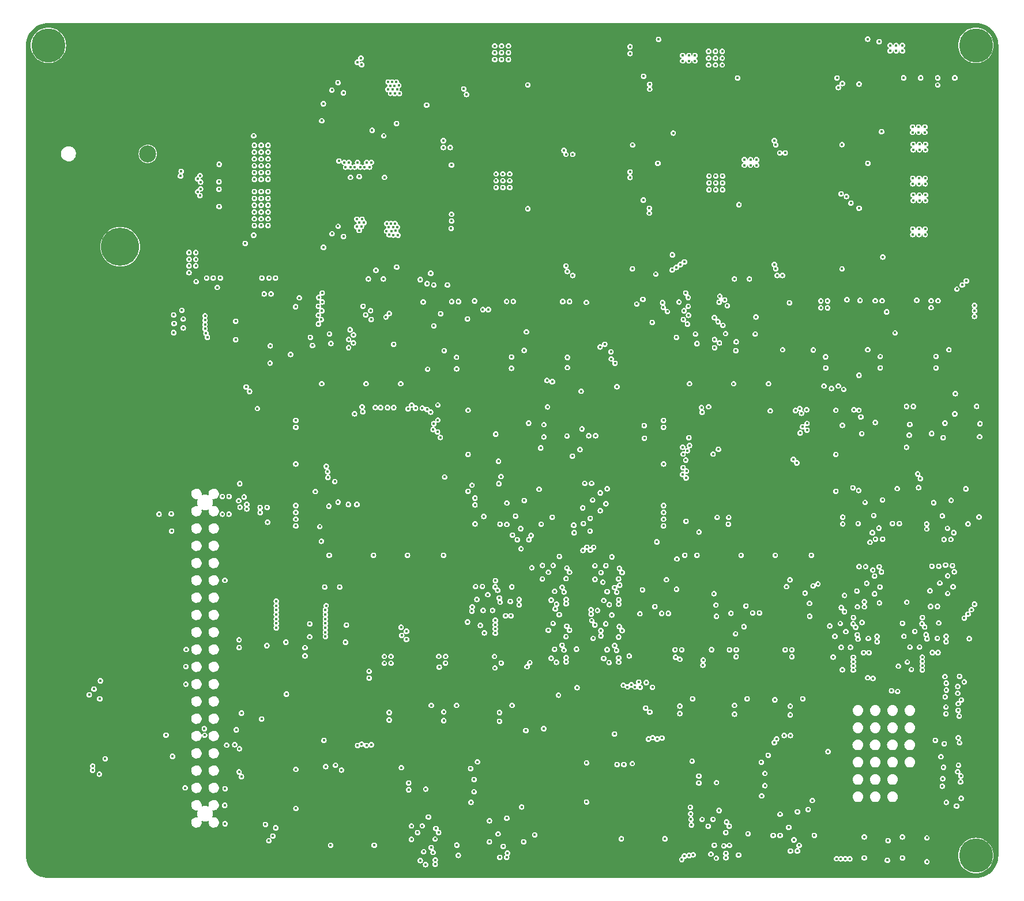
<source format=gbr>
%TF.GenerationSoftware,KiCad,Pcbnew,7.0.8*%
%TF.CreationDate,2024-02-26T22:00:31+02:00*%
%TF.ProjectId,ESLGSU,45534c47-5355-42e6-9b69-6361645f7063,rev?*%
%TF.SameCoordinates,Original*%
%TF.FileFunction,Copper,L5,Inr*%
%TF.FilePolarity,Positive*%
%FSLAX46Y46*%
G04 Gerber Fmt 4.6, Leading zero omitted, Abs format (unit mm)*
G04 Created by KiCad (PCBNEW 7.0.8) date 2024-02-26 22:00:31*
%MOMM*%
%LPD*%
G01*
G04 APERTURE LIST*
%TA.AperFunction,ComponentPad*%
%ADD10C,5.000000*%
%TD*%
%TA.AperFunction,ComponentPad*%
%ADD11C,1.500000*%
%TD*%
%TA.AperFunction,ComponentPad*%
%ADD12O,0.800000X1.600000*%
%TD*%
%TA.AperFunction,ComponentPad*%
%ADD13O,1.500000X0.750000*%
%TD*%
%TA.AperFunction,ComponentPad*%
%ADD14C,5.600000*%
%TD*%
%TA.AperFunction,ComponentPad*%
%ADD15C,2.500000*%
%TD*%
%TA.AperFunction,ComponentPad*%
%ADD16O,1.400000X2.800000*%
%TD*%
%TA.AperFunction,ComponentPad*%
%ADD17O,2.600000X1.400000*%
%TD*%
%TA.AperFunction,ViaPad*%
%ADD18C,0.450000*%
%TD*%
G04 APERTURE END LIST*
D10*
%TO.N,Net-(H1-Pad1)*%
%TO.C,H2*%
X216200000Y-37000000D03*
%TD*%
D11*
%TO.N,GND*%
%TO.C,U93*%
X206495000Y-144820000D03*
X206495000Y-147360000D03*
%TD*%
D10*
%TO.N,GND*%
%TO.C,U72*%
X80000000Y-98000000D03*
X80000000Y-156000000D03*
X103000000Y-98000000D03*
X103000000Y-156000000D03*
%TD*%
D12*
%TO.N,GND*%
%TO.C,J5*%
X82170000Y-129430000D03*
X82170000Y-134430000D03*
D13*
X79470000Y-128405000D03*
X79470000Y-135455000D03*
%TD*%
D10*
%TO.N,Net-(H1-Pad1)*%
%TO.C,H1*%
X80000000Y-37000000D03*
%TD*%
D14*
%TO.N,/System_Power/VBAT*%
%TO.C,J2*%
X90545000Y-66580000D03*
%TO.N,GND*%
X83345000Y-66580000D03*
%TD*%
D15*
%TO.N,/System_Power/POWER_IN*%
%TO.C,J1*%
X94595000Y-52930000D03*
D16*
%TO.N,GND*%
X87945000Y-52930000D03*
D17*
X83895000Y-58930000D03*
X89095000Y-58930000D03*
X83895000Y-46930000D03*
X89095000Y-46930000D03*
%TD*%
D12*
%TO.N,GND*%
%TO.C,J7*%
X82170000Y-140580000D03*
X82170000Y-145580000D03*
D13*
X79470000Y-139555000D03*
X79470000Y-146605000D03*
%TD*%
D10*
%TO.N,Net-(H1-Pad1)*%
%TO.C,H3*%
X216200000Y-156000000D03*
%TD*%
D18*
%TO.N,/REG_CH2_EF*%
X127300000Y-75967500D03*
%TO.N,/Main_uC/VBUS*%
X202320000Y-114355000D03*
%TO.N,/EN_3V3_S2*%
X113375000Y-151925000D03*
%TO.N,/EN_3V3_S1*%
X111875000Y-151425000D03*
%TO.N,/EN_5V_S2*%
X112375000Y-153825000D03*
%TO.N,/EN_5V_S1*%
X112950000Y-153125000D03*
%TO.N,/EN_3V3_S2*%
X174275000Y-148900000D03*
%TO.N,/EN_3V3_S1*%
X174300000Y-149850000D03*
%TO.N,/EN_5V_S2*%
X174362500Y-150687500D03*
%TO.N,/EN_5V_S1*%
X174425000Y-151500000D03*
%TO.N,GND*%
X204400000Y-155300000D03*
%TO.N,/5V_S2*%
X209000000Y-156900000D03*
%TO.N,GND*%
X210000000Y-155400000D03*
X204500000Y-152200000D03*
X199800000Y-152300000D03*
X202100000Y-152700000D03*
%TO.N,/5V_S1*%
X203200000Y-156700000D03*
%TO.N,/EN_3V3_S1*%
X130700000Y-90200000D03*
%TO.N,/EN_3V3_S2*%
X129800000Y-90200000D03*
%TO.N,/EN_5V_S1*%
X128800000Y-90200000D03*
%TO.N,/EN_5V_S2*%
X128000000Y-90178400D03*
%TO.N,/3V3_S1*%
X203300000Y-153800000D03*
%TO.N,/3V3_S2*%
X209000000Y-153400000D03*
%TO.N,/BUS_5V*%
X154900000Y-132430000D03*
%TO.N,GND*%
X210012500Y-152240000D03*
%TO.N,/BUS_3V3*%
X199812500Y-153250000D03*
X205412500Y-153250000D03*
%TO.N,GND*%
X205412500Y-152250000D03*
X207712500Y-152750000D03*
%TO.N,/BUS_5V*%
X199812500Y-156350000D03*
%TO.N,GND*%
X199812500Y-155350000D03*
X202112500Y-155850000D03*
%TO.N,/BUS_5V*%
X205412500Y-156350000D03*
%TO.N,GND*%
X205412500Y-155350000D03*
X207712500Y-155850000D03*
%TO.N,/SYS_5V*%
X138000000Y-52000000D03*
X144600000Y-75800000D03*
X139195000Y-54580000D03*
X121645000Y-64667500D03*
X192320000Y-81730000D03*
X127545000Y-49480000D03*
X106535000Y-103255000D03*
X139000000Y-52000000D03*
X168310799Y-134930600D03*
X200320000Y-81705000D03*
X127095000Y-129930000D03*
X149877249Y-81805000D03*
X106535000Y-105855000D03*
X143800000Y-75800000D03*
X138127249Y-81830000D03*
X128095000Y-70030000D03*
X136224749Y-133935600D03*
X138000000Y-51000000D03*
X127095000Y-128930000D03*
X105535000Y-103255000D03*
X167710799Y-134330600D03*
X105535000Y-105855000D03*
X129245000Y-50280000D03*
X150110799Y-137630600D03*
X121620000Y-43580000D03*
%TO.N,GND*%
X201020000Y-112555000D03*
X79520000Y-132930000D03*
X138145000Y-67480000D03*
X160145000Y-68730000D03*
X148400000Y-79150000D03*
X212645000Y-117905000D03*
X180901564Y-143880600D03*
X79470000Y-142230000D03*
X196545000Y-50400000D03*
X202230000Y-94425000D03*
X99335000Y-133755000D03*
X199200000Y-59800000D03*
X159495000Y-50130000D03*
X127399749Y-151435600D03*
X211995000Y-47030000D03*
X212895000Y-47830000D03*
X88350000Y-131900000D03*
X171006564Y-125785600D03*
X169330000Y-98490000D03*
X107945000Y-62180000D03*
X121645000Y-63687500D03*
X146650000Y-130400000D03*
X165795000Y-50330000D03*
X148400000Y-78250000D03*
X107945000Y-60080000D03*
X159445000Y-68330000D03*
X135704549Y-152830800D03*
X166745000Y-62730000D03*
X139119749Y-144830600D03*
X105535000Y-108355000D03*
X136545000Y-57080000D03*
X169895000Y-50330000D03*
X211845000Y-69880000D03*
X108945000Y-60080000D03*
X168795000Y-50330000D03*
X199645000Y-44480000D03*
X195245000Y-68800000D03*
X173345000Y-61030000D03*
X134804549Y-150330800D03*
X122449749Y-138085600D03*
X154592700Y-104476000D03*
X145745000Y-69230000D03*
X154917964Y-123108407D03*
X167845000Y-62730000D03*
X173345000Y-59030000D03*
X213645000Y-69080000D03*
X113049749Y-140935600D03*
X213400000Y-92620000D03*
X106535000Y-118555000D03*
X198645000Y-62730000D03*
X140350000Y-78300000D03*
X130120000Y-48480000D03*
X179006564Y-125785600D03*
X163345000Y-68530000D03*
X126345000Y-55680000D03*
X209700000Y-93020000D03*
X143019749Y-143230600D03*
X138657500Y-103030000D03*
X111857500Y-86230000D03*
X212035000Y-106973600D03*
X79470000Y-143980000D03*
X163331564Y-130994350D03*
X128950000Y-130400000D03*
X197095000Y-125505000D03*
X173950000Y-119130000D03*
X201503600Y-102758800D03*
X172629053Y-78605200D03*
X190945000Y-50480000D03*
X161245000Y-68530000D03*
X107945000Y-55080000D03*
X212895000Y-47030000D03*
X197800000Y-42200000D03*
X144295000Y-42030000D03*
X193100000Y-79050000D03*
X115330000Y-98490000D03*
X142545000Y-61030000D03*
X103345000Y-46180000D03*
X97845000Y-62280000D03*
X97845000Y-65380000D03*
X173050000Y-129400000D03*
X178101564Y-144280600D03*
X196630000Y-102490000D03*
X149360300Y-107016000D03*
%TO.N,/5V_S1*%
X213607500Y-138680000D03*
%TO.N,GND*%
X136545000Y-66280000D03*
X173950000Y-120830000D03*
X166845000Y-57130000D03*
X83470000Y-143080000D03*
X186045000Y-50280000D03*
X197445000Y-50280000D03*
%TO.N,/5V_S2*%
X213607500Y-133680000D03*
%TO.N,GND*%
X151995000Y-50330000D03*
X149995000Y-50230000D03*
X190781564Y-133985600D03*
X115330000Y-93090000D03*
X176545000Y-51880000D03*
X108245000Y-47480000D03*
X179650000Y-129400000D03*
X196630000Y-90590000D03*
X145745000Y-68330000D03*
X105535000Y-143955000D03*
X135745000Y-65080000D03*
X192030000Y-112890000D03*
X181145000Y-51280000D03*
X135145000Y-56880000D03*
X160757500Y-100330000D03*
X135419749Y-145230600D03*
X153931564Y-144335600D03*
X166745000Y-63530000D03*
X173345000Y-62030000D03*
X197645000Y-57130000D03*
X112477364Y-123864800D03*
X115330000Y-106590000D03*
X206945000Y-61480000D03*
X186730000Y-112890000D03*
X119577364Y-116564800D03*
X144499749Y-126735600D03*
X199545000Y-68530000D03*
X171195000Y-42130000D03*
X168345000Y-69530000D03*
X181645000Y-50180000D03*
X145345000Y-50130000D03*
X181645000Y-68430000D03*
X163131564Y-137135600D03*
X201920000Y-117955000D03*
X161295000Y-50330000D03*
X133349749Y-154685600D03*
X155250000Y-78300000D03*
X181050000Y-129400000D03*
X170050000Y-119430000D03*
X163257500Y-93030000D03*
X121645000Y-61667500D03*
X208795000Y-54030000D03*
X138950000Y-79200000D03*
X190245000Y-68330000D03*
X168395000Y-51330000D03*
X101500000Y-58000000D03*
X203130000Y-92625000D03*
X138450000Y-131250000D03*
X154930000Y-114580000D03*
X193045000Y-68530000D03*
X132845000Y-67167500D03*
X106535000Y-108355000D03*
X187900000Y-130400000D03*
X130777500Y-74992500D03*
X167845000Y-68530000D03*
X132945000Y-63680000D03*
X119157500Y-105530000D03*
X182606564Y-133985600D03*
X112099749Y-140935600D03*
X125977500Y-71292500D03*
X170395000Y-51330000D03*
X181050000Y-130300000D03*
X101445000Y-56130000D03*
X168895000Y-45330000D03*
X196445000Y-62730000D03*
X199645000Y-63530000D03*
X213507500Y-136180000D03*
X187181564Y-125785600D03*
X194709564Y-150188800D03*
X121449749Y-155485600D03*
X196445000Y-44480000D03*
X196630000Y-97090000D03*
X212500000Y-92620000D03*
X161755000Y-112130000D03*
X201145000Y-51280000D03*
X98845000Y-62280000D03*
X148099749Y-134935600D03*
X192120000Y-117455000D03*
X131345000Y-60080000D03*
X144730000Y-115480000D03*
X98845000Y-65380000D03*
X201100000Y-79050000D03*
X126630000Y-85690000D03*
X171650000Y-130300000D03*
X206995000Y-54830000D03*
X127320000Y-41180000D03*
X137050000Y-130350000D03*
X150145000Y-62030000D03*
X135545000Y-44780000D03*
X189745000Y-50480000D03*
X171145000Y-60330000D03*
X108945000Y-54080000D03*
X170906564Y-133985600D03*
X199545000Y-50280000D03*
X145690000Y-93100000D03*
X126345000Y-50680000D03*
X179729053Y-71305200D03*
X132345000Y-58880000D03*
X187900000Y-129500000D03*
X111249749Y-145285600D03*
X173050000Y-130300000D03*
X108945000Y-63180000D03*
X180945000Y-43780000D03*
X105535000Y-126155000D03*
X178050000Y-69250000D03*
X113877364Y-127364800D03*
X108945000Y-52980000D03*
X180745000Y-68430000D03*
X115330000Y-92090000D03*
X156650000Y-78300000D03*
X148370149Y-151240400D03*
X107945000Y-54080000D03*
X130350000Y-131300000D03*
X145745000Y-70130000D03*
X173345000Y-60030000D03*
X97845000Y-63280000D03*
X192169564Y-146836000D03*
X204653200Y-101031600D03*
X188120000Y-119055000D03*
X138219749Y-144830600D03*
X139119749Y-146630600D03*
X211995000Y-47830000D03*
X197545000Y-62730000D03*
X107945000Y-61080000D03*
X142595000Y-42830000D03*
X213795000Y-47030000D03*
X194145000Y-50280000D03*
X150935100Y-104577600D03*
X113157500Y-86230000D03*
X196545000Y-68530000D03*
X132849749Y-143085600D03*
X154145000Y-68530000D03*
X217267400Y-104433600D03*
X145745000Y-71030000D03*
X132545000Y-54680000D03*
X197545000Y-63530000D03*
X144530000Y-120080000D03*
X98745000Y-60780000D03*
X169531564Y-154535600D03*
X176545000Y-50980000D03*
X199020000Y-114955000D03*
X181145000Y-69530000D03*
X210545000Y-39630000D03*
%TO.N,/3V3_S2*%
X213507500Y-143680000D03*
%TO.N,GND*%
X176545000Y-52780000D03*
X196630000Y-91590000D03*
X171815000Y-114430000D03*
X98845000Y-64380000D03*
X99092500Y-74605000D03*
X134545000Y-55480000D03*
X118445000Y-66330000D03*
X166180000Y-101790000D03*
X115349749Y-149085600D03*
X162655000Y-114630000D03*
X132730000Y-112890000D03*
X122645000Y-61667500D03*
X192045000Y-68530000D03*
X127849749Y-155485600D03*
X168845000Y-63530000D03*
X152520000Y-116380000D03*
X200020000Y-112555000D03*
X167845000Y-63530000D03*
X149945000Y-68430000D03*
X201545000Y-50280000D03*
X133345000Y-55480000D03*
X172529053Y-81105200D03*
X146795349Y-153678800D03*
X208420000Y-82705000D03*
X139745000Y-58080000D03*
X165230000Y-101790000D03*
X210420000Y-124880000D03*
X130350000Y-130400000D03*
X150395000Y-51330000D03*
X185730000Y-85690000D03*
X121130000Y-112890000D03*
X108945000Y-61080000D03*
X211577800Y-102808000D03*
X169330000Y-104590000D03*
X173345000Y-40780000D03*
X138145000Y-66280000D03*
X163257500Y-94730000D03*
X173345000Y-41780000D03*
X204020000Y-82705000D03*
X207220000Y-125480000D03*
X168845000Y-62730000D03*
X144245000Y-60230000D03*
X109245000Y-47480000D03*
X124377364Y-120264800D03*
X189145000Y-50080000D03*
X107945000Y-63180000D03*
X166795000Y-44530000D03*
X165695000Y-44530000D03*
X198645000Y-68530000D03*
X187320000Y-119055000D03*
X165695000Y-45330000D03*
X206995000Y-54030000D03*
X180220000Y-119425000D03*
X168895000Y-44530000D03*
X201100000Y-78150000D03*
X184945000Y-68530000D03*
X152027749Y-151138800D03*
X140350000Y-79200000D03*
X164495000Y-50330000D03*
X189745000Y-68730000D03*
X194800000Y-50200000D03*
X98845000Y-63280000D03*
X129820000Y-40580000D03*
X213795000Y-47830000D03*
X187081564Y-133985600D03*
X136324749Y-126735600D03*
X207030000Y-96025000D03*
X162131564Y-147585600D03*
X200645000Y-50280000D03*
X169800000Y-69400000D03*
X142545000Y-59030000D03*
X142545000Y-60030000D03*
X148490000Y-92700000D03*
X166895000Y-38930000D03*
X212220000Y-82705000D03*
X197545000Y-45280000D03*
X174130000Y-85790000D03*
X158345000Y-68330000D03*
X120277500Y-82092500D03*
X131545000Y-55280000D03*
X174029053Y-82105200D03*
X175045000Y-41980000D03*
X207895000Y-54030000D03*
X208795000Y-54830000D03*
X169845000Y-68530000D03*
X158395000Y-50130000D03*
X160645000Y-68330000D03*
X108945000Y-55080000D03*
X154017964Y-120608407D03*
X99335000Y-113455000D03*
X176545000Y-68330000D03*
X180630000Y-85690000D03*
X142630000Y-102490000D03*
X170795000Y-50330000D03*
X209350000Y-79050000D03*
X138450000Y-130350000D03*
X134345000Y-64480000D03*
X138219749Y-146630600D03*
X155731564Y-139985600D03*
X198645000Y-45280000D03*
X155245000Y-68530000D03*
X190245000Y-50080000D03*
X156157500Y-93400000D03*
X197445000Y-68530000D03*
X139745000Y-67480000D03*
X198645000Y-50280000D03*
X149390000Y-92700000D03*
X160695000Y-50130000D03*
X165645000Y-62730000D03*
X196445000Y-45280000D03*
X158757500Y-100330000D03*
X208520000Y-74505000D03*
X123130000Y-85690000D03*
X131730000Y-85690000D03*
X190945000Y-68730000D03*
X136224749Y-134935600D03*
X108945000Y-51980000D03*
X199020000Y-112555000D03*
X139924749Y-134935600D03*
X207895000Y-54830000D03*
X104345000Y-46180000D03*
X131545000Y-53880000D03*
X200420000Y-74505000D03*
X131345000Y-52280000D03*
X176545000Y-50080000D03*
X132820000Y-46080000D03*
X138127249Y-82830000D03*
X181730000Y-112890000D03*
X169330000Y-107590000D03*
X200295000Y-124905000D03*
X152995000Y-50330000D03*
X188120000Y-120755000D03*
X199345000Y-54330000D03*
X124445000Y-53380000D03*
X107945000Y-52980000D03*
X142630000Y-97090000D03*
X182745000Y-68530000D03*
X126345000Y-53380000D03*
X166645000Y-68530000D03*
X178750000Y-117530000D03*
X136545000Y-67480000D03*
X100335000Y-113455000D03*
X105535000Y-138855000D03*
X143019749Y-148230600D03*
X193045000Y-50280000D03*
X161657500Y-105730000D03*
X211845000Y-69080000D03*
X159757500Y-100330000D03*
X99092500Y-79805000D03*
X211745000Y-112505000D03*
X165745000Y-68530000D03*
X115330000Y-104590000D03*
X171650000Y-129400000D03*
X187320000Y-120755000D03*
X199645000Y-45280000D03*
X178386364Y-151880800D03*
X154881564Y-144335600D03*
X189145000Y-68330000D03*
X215857500Y-150330000D03*
X176545000Y-69230000D03*
X196445000Y-63530000D03*
X137050000Y-131250000D03*
X199145000Y-51280000D03*
X139445000Y-43780000D03*
X180745000Y-50180000D03*
X169330000Y-93090000D03*
X138657500Y-91030000D03*
X150195000Y-43830000D03*
X207193200Y-104384400D03*
X198645000Y-63530000D03*
X108945000Y-62180000D03*
X202500000Y-79050000D03*
X165570000Y-86330000D03*
X160195000Y-50530000D03*
X109245000Y-46480000D03*
X163395000Y-50330000D03*
X100245000Y-46180000D03*
X154195000Y-50330000D03*
X203130000Y-94425000D03*
X170081564Y-150485600D03*
X121620000Y-42600000D03*
X178050000Y-68350000D03*
X178906564Y-133985600D03*
X100335000Y-151555000D03*
X213400000Y-94420000D03*
X112199749Y-145285600D03*
X101550000Y-57150000D03*
X103812500Y-72505000D03*
X147000000Y-78250000D03*
X197645000Y-38880000D03*
X152052700Y-101123200D03*
X106535000Y-143955000D03*
X201145000Y-69530000D03*
X161742964Y-120658407D03*
X202500000Y-78150000D03*
X183745000Y-68530000D03*
X168545000Y-54330000D03*
X199145000Y-69530000D03*
X183420000Y-119355000D03*
X191030000Y-112890000D03*
X175531564Y-142135600D03*
X145345000Y-51930000D03*
X102345000Y-46180000D03*
X168745000Y-68530000D03*
X115330000Y-107590000D03*
X98745000Y-55780000D03*
X210750000Y-79050000D03*
X201545000Y-68530000D03*
X142595000Y-43830000D03*
X139745000Y-66280000D03*
X193100000Y-78150000D03*
X155295000Y-50330000D03*
X207845000Y-62280000D03*
X168057500Y-91430000D03*
X209745000Y-112505000D03*
X120449749Y-138085600D03*
X159357500Y-93330000D03*
X146338149Y-149513200D03*
X126849749Y-155485600D03*
X207030000Y-91025000D03*
X165645000Y-63530000D03*
X213645000Y-69880000D03*
X173345000Y-43780000D03*
X179650000Y-130300000D03*
X158031564Y-148135600D03*
X132820000Y-47180000D03*
X192670000Y-91030000D03*
X189300000Y-129500000D03*
X183745000Y-50280000D03*
X217300000Y-96020000D03*
X166850000Y-119500000D03*
X191445000Y-50080000D03*
X203535600Y-104486000D03*
X200645000Y-68530000D03*
X149877249Y-82805000D03*
X145345000Y-52830000D03*
X112180000Y-101790000D03*
X146650000Y-131300000D03*
X170745000Y-68530000D03*
X208745000Y-62280000D03*
X138030000Y-112890000D03*
X210750000Y-78150000D03*
X139745000Y-57080000D03*
X197545000Y-44480000D03*
X115330000Y-105590000D03*
X111230000Y-101790000D03*
X192420000Y-74530000D03*
X169330000Y-105590000D03*
X128224749Y-134935600D03*
X181801564Y-143880600D03*
X118877500Y-78592500D03*
X212745000Y-69880000D03*
X99245000Y-46180000D03*
X120649749Y-131944350D03*
X189019964Y-148563200D03*
X156650000Y-79200000D03*
X182745000Y-50280000D03*
X136545000Y-58080000D03*
X173220000Y-105530000D03*
X194500000Y-79050000D03*
X166870000Y-86330000D03*
X206945000Y-62280000D03*
X215757500Y-127530000D03*
X79520000Y-130930000D03*
X127730000Y-112890000D03*
X202230000Y-92625000D03*
X167895000Y-45330000D03*
X132845000Y-68267500D03*
X138145000Y-58080000D03*
X141827249Y-82830000D03*
X208745000Y-61480000D03*
X196295000Y-120905000D03*
X212195000Y-128980000D03*
X191445000Y-68330000D03*
X184945000Y-50280000D03*
X198645000Y-44480000D03*
X168595000Y-36130000D03*
X166695000Y-50330000D03*
X127345000Y-62267500D03*
X142595000Y-40830000D03*
X206420000Y-120880000D03*
X151945000Y-68530000D03*
X162245000Y-68530000D03*
X99335000Y-151555000D03*
X189477164Y-152728800D03*
X170531564Y-154535600D03*
X164057500Y-94730000D03*
X132345000Y-52880000D03*
X199430000Y-93025000D03*
X167895000Y-44530000D03*
X175045000Y-60230000D03*
X185701564Y-147280600D03*
X186045000Y-68530000D03*
X210745000Y-112505000D03*
X121645000Y-49480000D03*
X169330000Y-106590000D03*
X199645000Y-62730000D03*
X164131564Y-154535600D03*
X147000000Y-79150000D03*
X201945000Y-60330000D03*
X122620000Y-40580000D03*
X105535000Y-118555000D03*
X154030000Y-112080000D03*
X214727400Y-101080800D03*
X201945000Y-42080000D03*
X149390000Y-94500000D03*
X138227249Y-74630000D03*
X217300000Y-91020000D03*
X158995000Y-50530000D03*
X176031564Y-153735600D03*
X174606564Y-133985600D03*
X131145000Y-58280000D03*
X154781564Y-139985600D03*
X173345000Y-42780000D03*
X191051964Y-150290400D03*
X184529053Y-75005200D03*
X177486364Y-149380800D03*
X132345000Y-61080000D03*
X153290000Y-91100000D03*
X145250000Y-131300000D03*
X119850000Y-47150000D03*
X121620000Y-40580000D03*
X148903100Y-102850400D03*
X143730000Y-115480000D03*
X201960800Y-106924400D03*
X207420000Y-120880000D03*
X106535000Y-138855000D03*
X213609800Y-104535200D03*
X180901564Y-145680600D03*
X213745000Y-145880000D03*
X180945000Y-62030000D03*
X164445000Y-68530000D03*
X149487749Y-147786000D03*
X145250000Y-130400000D03*
X142630000Y-91590000D03*
X101524167Y-59030869D03*
X177130000Y-85690000D03*
X138145000Y-57080000D03*
X209350000Y-78150000D03*
X148490000Y-94500000D03*
X119449749Y-148535600D03*
X181801564Y-145680600D03*
X138950000Y-78300000D03*
X101959725Y-57583433D03*
X97845000Y-64380000D03*
X158757500Y-102730000D03*
X192045000Y-50280000D03*
X165131564Y-137135600D03*
X162295000Y-50330000D03*
X162642964Y-123158407D03*
X164057500Y-93030000D03*
%TO.N,/3V3_S1*%
X213357500Y-148730000D03*
%TO.N,GND*%
X207845000Y-61480000D03*
X212500000Y-94420000D03*
X199345000Y-36080000D03*
X212745000Y-69080000D03*
X160270000Y-116430000D03*
X100335000Y-133755000D03*
X142545000Y-62030000D03*
X142630000Y-90590000D03*
X107945000Y-51980000D03*
X135145000Y-67080000D03*
X142595000Y-41830000D03*
X193800000Y-68400000D03*
X117842500Y-114480000D03*
X175130000Y-112890000D03*
X150845000Y-68430000D03*
X146277249Y-74605000D03*
X192320000Y-82730000D03*
X130145000Y-69567500D03*
X154527249Y-74630000D03*
X158127249Y-82830000D03*
X152945000Y-68530000D03*
X158945000Y-68730000D03*
X147730000Y-119480000D03*
X101345000Y-46180000D03*
X145345000Y-51030000D03*
X196020000Y-82730000D03*
X128324749Y-126735600D03*
X98745000Y-54780000D03*
X131924749Y-134935600D03*
X167895000Y-50330000D03*
X194500000Y-78150000D03*
X189300000Y-130400000D03*
X137030000Y-112890000D03*
X197295000Y-120905000D03*
X144399749Y-134935600D03*
X185701564Y-142280600D03*
X124445000Y-55680000D03*
X200320000Y-82705000D03*
X213507500Y-141180000D03*
X150895000Y-50230000D03*
X174750000Y-120830000D03*
X106535000Y-126155000D03*
X128950000Y-131300000D03*
X134545000Y-65680000D03*
X120130000Y-85790000D03*
X174750000Y-119130000D03*
X155250000Y-79200000D03*
X166795000Y-45330000D03*
X153290000Y-96100000D03*
X209745000Y-114905000D03*
X108245000Y-46480000D03*
X169330000Y-92090000D03*
%TO.N,/System_Power/POWER_IN*%
X126445000Y-54880000D03*
X127145000Y-54880000D03*
X125816497Y-54880000D03*
X125995000Y-39830000D03*
X125895000Y-38880000D03*
X125345000Y-39480000D03*
%TO.N,/BUS_3V3*%
X213095000Y-91130000D03*
X212220000Y-81705000D03*
X216000000Y-76800000D03*
X207795000Y-49780000D03*
X148099749Y-133935600D03*
X216000000Y-75200000D03*
X174945000Y-39280000D03*
X173145000Y-38480000D03*
X174045000Y-38480000D03*
X207795000Y-48980000D03*
X173145000Y-39280000D03*
X216000000Y-76000000D03*
X206895000Y-48980000D03*
X215245000Y-124130000D03*
X208695000Y-48980000D03*
X190781564Y-132985600D03*
X174045000Y-39280000D03*
X174945000Y-38480000D03*
X208695000Y-49780000D03*
X206895000Y-49780000D03*
X194495000Y-140730000D03*
%TO.N,/Fixed_Regulators/SCL_3V3*%
X136600000Y-72200000D03*
X98400000Y-79200000D03*
X156000000Y-53000000D03*
X165400000Y-37200000D03*
%TO.N,/Fixed_Regulators/SDA_3V3*%
X138600000Y-72200000D03*
X99800000Y-78505000D03*
X165400000Y-38200000D03*
X157000000Y-53000000D03*
%TO.N,/BUS_UNREG*%
X146745000Y-55880000D03*
X146745000Y-57880000D03*
X208795000Y-58980000D03*
X146545000Y-39080000D03*
X176945000Y-38880000D03*
X206995000Y-58980000D03*
X178000000Y-58200000D03*
X145545000Y-38080000D03*
X176945000Y-37880000D03*
X177945000Y-38880000D03*
X178000000Y-57200000D03*
X207845000Y-56530000D03*
X177000000Y-58200000D03*
X208795000Y-59780000D03*
X206995000Y-59780000D03*
X178945000Y-39880000D03*
X177945000Y-39880000D03*
X177000000Y-56200000D03*
X178945000Y-38880000D03*
X145745000Y-55880000D03*
X207895000Y-58980000D03*
X206945000Y-57330000D03*
X206945000Y-56530000D03*
X147545000Y-37080000D03*
X146745000Y-56880000D03*
X147745000Y-55880000D03*
X146545000Y-38080000D03*
X145745000Y-56880000D03*
X145745000Y-57880000D03*
X146545000Y-37080000D03*
X178000000Y-56200000D03*
X179000000Y-57200000D03*
X207845000Y-57330000D03*
X145545000Y-39080000D03*
X147545000Y-38080000D03*
X179000000Y-56200000D03*
X208745000Y-56530000D03*
X207895000Y-59780000D03*
X177000000Y-57200000D03*
X178945000Y-37880000D03*
X147745000Y-56880000D03*
X177945000Y-37880000D03*
X179000000Y-58200000D03*
X208745000Y-57330000D03*
X145545000Y-37080000D03*
X147545000Y-39080000D03*
X147745000Y-57880000D03*
X176945000Y-39880000D03*
%TO.N,/BUS_5V*%
X206995000Y-51530000D03*
X182200000Y-53800000D03*
X214800000Y-71600000D03*
X208795000Y-51530000D03*
X213400000Y-72800000D03*
X176117339Y-128027661D03*
X184000000Y-53800000D03*
X176145000Y-127290000D03*
X183100000Y-54600000D03*
X208795000Y-52330000D03*
X207895000Y-51530000D03*
X182606564Y-132985600D03*
X199025000Y-85460000D03*
X182200000Y-54600000D03*
X204335775Y-79235775D03*
X206995000Y-52330000D03*
X207895000Y-52330000D03*
X183100000Y-53800000D03*
X184000000Y-54600000D03*
X214200000Y-72200000D03*
X139924749Y-133935600D03*
%TO.N,/SYS_3V3*%
X200345000Y-54330000D03*
X197245000Y-74355000D03*
X158995000Y-74755000D03*
X209620000Y-74505000D03*
X142595000Y-74530000D03*
X183787053Y-79405200D03*
X123635364Y-124664800D03*
X140227249Y-74630000D03*
X126977500Y-71292500D03*
X145499749Y-126735600D03*
X130324749Y-126735600D03*
X180729053Y-71305200D03*
X155527249Y-74630000D03*
X172006564Y-125785600D03*
X139200000Y-62800000D03*
X169495000Y-54330000D03*
X139227249Y-74630000D03*
X120577364Y-116564800D03*
X210595000Y-42830000D03*
X189181564Y-125785600D03*
X135545000Y-45780000D03*
X136145000Y-70480000D03*
X129324749Y-126735600D03*
X201420000Y-74505000D03*
X207520000Y-74430000D03*
X137324749Y-126735600D03*
X173006564Y-125785600D03*
X147277249Y-74605000D03*
X139200000Y-61800000D03*
X200295000Y-36080000D03*
X156527249Y-74630000D03*
X104795000Y-72555000D03*
X169595000Y-36130000D03*
X138324749Y-126735600D03*
X96235000Y-105855000D03*
X181006564Y-125785600D03*
X108900000Y-66100000D03*
X180006564Y-125785600D03*
X148277249Y-74605000D03*
X188181564Y-125785600D03*
X130700000Y-80900000D03*
X101700000Y-71700000D03*
X193420000Y-74530000D03*
X130065000Y-76380000D03*
X194420000Y-74530000D03*
X129345000Y-56380000D03*
X118777500Y-81092500D03*
X210620000Y-74505000D03*
X174606564Y-132985600D03*
X202420000Y-74505000D03*
X186663114Y-133125600D03*
X139145000Y-63880000D03*
%TO.N,/BUS_CH1*%
X203600000Y-37800000D03*
X206945000Y-63980000D03*
X204500000Y-37800000D03*
X208745000Y-64780000D03*
X205400000Y-37800000D03*
X206945000Y-64780000D03*
X208745000Y-63980000D03*
X202000000Y-36450000D03*
X205400000Y-37000000D03*
X204500000Y-37000000D03*
X207845000Y-64780000D03*
X207845000Y-63980000D03*
X203600000Y-37000000D03*
%TO.N,/Fixed_Regulators/INT_3V3*%
X135600000Y-72000000D03*
X155718925Y-52437850D03*
X98455000Y-77855000D03*
%TO.N,/Fixed_Regulators/INT_5V*%
X99600000Y-75905000D03*
X156000000Y-69400000D03*
%TO.N,/Fixed_Regulators/SCL_5V*%
X99800000Y-77205000D03*
X165400000Y-55600000D03*
X156200000Y-70200000D03*
%TO.N,/Fixed_Regulators/SDA_5V*%
X165400000Y-56400000D03*
X98400000Y-76600000D03*
X157000000Y-70800000D03*
%TO.N,/Programmable_Regulators/INT_CH1*%
X103245000Y-71180000D03*
X171600000Y-70000000D03*
X186800000Y-51600000D03*
X103345000Y-79880000D03*
%TO.N,/Programmable_Regulators/SCL_CH1*%
X105245000Y-71180000D03*
X187400000Y-52800000D03*
X196000000Y-43200000D03*
X172200000Y-69600000D03*
X161000000Y-81300000D03*
X102995000Y-78630000D03*
X167300000Y-74300000D03*
%TO.N,/Programmable_Regulators/SDA_CH1*%
X104195000Y-71180000D03*
X172800000Y-69200000D03*
X166400000Y-75000000D03*
X195800000Y-41800000D03*
X161700000Y-80900000D03*
X188200000Y-52800000D03*
X103145000Y-79280000D03*
%TO.N,/Programmable_Regulators/INT_CH2*%
X102995000Y-78001497D03*
X170200000Y-74800000D03*
X111345000Y-71180000D03*
X162600000Y-82000000D03*
X186800000Y-69800000D03*
%TO.N,/Programmable_Regulators/SCL_CH2*%
X163200000Y-83700000D03*
X113345000Y-71180000D03*
X197200000Y-59200000D03*
X187000000Y-70800000D03*
X170300000Y-75500000D03*
X102995000Y-76730000D03*
%TO.N,/Programmable_Regulators/SDA_CH2*%
X162650000Y-83050000D03*
X102995000Y-77372994D03*
X112395000Y-71180000D03*
X196400000Y-58800000D03*
X187800000Y-70800000D03*
X170900000Y-76100000D03*
%TO.N,/System_Power/VBAT*%
X125969495Y-63587654D03*
X125666197Y-63037176D03*
X126345000Y-63030000D03*
X125295000Y-62530000D03*
X101645000Y-68430000D03*
X100645000Y-68430000D03*
X100645000Y-67430000D03*
X101645000Y-69380000D03*
X123645000Y-54880000D03*
X100645000Y-69380000D03*
X124973503Y-54880000D03*
X101645000Y-67430000D03*
X125645000Y-64180000D03*
X124345000Y-54880000D03*
X126045000Y-62530000D03*
X125295000Y-63630000D03*
X100645000Y-70380000D03*
%TO.N,/Main_uC/VBUS*%
X160255000Y-113440000D03*
X194145000Y-84380000D03*
X200020000Y-113555000D03*
X200178600Y-116013600D03*
X210745000Y-113505000D03*
X177750000Y-117530000D03*
X207795000Y-101955000D03*
X210895000Y-115980000D03*
X213045000Y-114305000D03*
X182420000Y-119355000D03*
X169050000Y-119430000D03*
X216657800Y-106262400D03*
X162742964Y-120658407D03*
X212552600Y-103812000D03*
X194120000Y-82755000D03*
X204653200Y-102098400D03*
X214727400Y-102147600D03*
X208345000Y-121029890D03*
X191120000Y-117455000D03*
X162755000Y-112130000D03*
X198219890Y-121054890D03*
X202478400Y-103762800D03*
%TO.N,/Main_uC/CAN1_TX*%
X201445000Y-92380000D03*
X175895000Y-90180000D03*
%TO.N,/Main_uC/CAN1_RX*%
X199295000Y-91580000D03*
X176945000Y-90080000D03*
%TO.N,/Main_uC/CAN1_SE*%
X173595000Y-73380000D03*
X206020000Y-90025000D03*
%TO.N,/Main_uC/RS4851_TXE*%
X170050000Y-120430000D03*
X167245000Y-116970000D03*
%TO.N,/Main_uC/UART1_REV*%
X201045000Y-114060000D03*
X199015000Y-90590000D03*
X179295000Y-74380000D03*
%TO.N,/Main_uC/UART1_nEN*%
X201995000Y-113580000D03*
X178595000Y-73830000D03*
X198295000Y-90530000D03*
%TO.N,/Main_uC/SPI1_nEN*%
X196585000Y-92810000D03*
X187825000Y-81700000D03*
X199485000Y-121770000D03*
X177795000Y-76980000D03*
%TO.N,/Main_uC/I2C1_nPEN*%
X194995000Y-87380000D03*
X173995000Y-76630000D03*
%TO.N,/Main_uC/I2C1_EN*%
X201960800Y-107889600D03*
X199928800Y-104128400D03*
X173345000Y-75980000D03*
X193895000Y-87030000D03*
%TO.N,/Main_uC/_GPIO_5*%
X160065000Y-110710000D03*
X161855000Y-113430000D03*
X162055000Y-117230000D03*
X173195000Y-99030000D03*
%TO.N,/Main_uC/_GPIO_6*%
X161414200Y-115830000D03*
X159586370Y-111117344D03*
X173695000Y-99530000D03*
%TO.N,/Main_uC/_GPIO_7*%
X173145000Y-100030000D03*
X161555000Y-118530000D03*
X163731638Y-115368936D03*
X159075000Y-110700000D03*
%TO.N,/Main_uC/_GPIO_8*%
X173645000Y-100530000D03*
X162355000Y-119130000D03*
X163855000Y-113830000D03*
X158515000Y-111180000D03*
%TO.N,/Main_uC/_GPIO_1*%
X173145000Y-96030000D03*
X162042964Y-125758407D03*
X161842964Y-121958407D03*
%TO.N,/Main_uC/_GPIO_2*%
X173845000Y-96530000D03*
X161125000Y-123730000D03*
%TO.N,/Main_uC/_GPIO_3*%
X163719602Y-123897343D03*
X173195000Y-97030000D03*
X159985000Y-124110000D03*
X161542964Y-127058407D03*
%TO.N,/Main_uC/_GPIO_4*%
X163842964Y-122358407D03*
X162342964Y-127658407D03*
X173600000Y-97900000D03*
%TO.N,/Main_uC/_SPI1_MOSI*%
X195495000Y-123805000D03*
X198159137Y-121958890D03*
X189695000Y-90630000D03*
%TO.N,/Main_uC/_SPI1_SCK*%
X196445000Y-119580000D03*
X198771740Y-123588702D03*
X195232500Y-126842500D03*
X190595000Y-91030000D03*
%TO.N,/Main_uC/_SPI1_NSS*%
X196899800Y-120175200D03*
X191345000Y-90530000D03*
%TO.N,/Main_uC/_SPI1_MISO*%
X196595000Y-128705000D03*
X190345000Y-90330000D03*
X194745000Y-122280000D03*
X201695000Y-123805000D03*
X196395000Y-125405000D03*
%TO.N,/Main_uC/_UART1_TX*%
X169345000Y-109930000D03*
X172295000Y-112430000D03*
%TO.N,/Main_uC/_UART1_RX*%
X198720000Y-117155000D03*
X198820000Y-119455000D03*
%TO.N,/Main_uC/_I2C1_SCL*%
X178395000Y-96330000D03*
X200995000Y-108580000D03*
%TO.N,/Main_uC/_I2C1_SDA*%
X198912800Y-107231200D03*
X201452800Y-109515200D03*
X177595000Y-97030000D03*
%TO.N,/Misc_uC_Combined/M1SUB3V3*%
X159031564Y-148135600D03*
X163131564Y-138135600D03*
X188715164Y-151865200D03*
X157631564Y-131335600D03*
X184731564Y-147235600D03*
X188931564Y-135335600D03*
X174531564Y-142135600D03*
X164131564Y-153535600D03*
X188931564Y-134035600D03*
X159031564Y-142385600D03*
X170531564Y-153535600D03*
%TO.N,/Misc_uC_Combined/M1SUB5V*%
X180731564Y-133935600D03*
X185701564Y-141280600D03*
X180731564Y-135230000D03*
X178101564Y-145280600D03*
%TO.N,/Misc_uC_Combined/M1VBUS*%
X189994764Y-149567200D03*
X192169564Y-147902800D03*
X178486364Y-149380800D03*
X172731564Y-134035600D03*
X175986364Y-150690800D03*
X172731564Y-135135600D03*
%TO.N,/Misc_uC_Combined/Misc_uCs/SUB3V3*%
X114949749Y-132285600D03*
X121449749Y-154485600D03*
X146249749Y-136285600D03*
X146033349Y-152815200D03*
X116349749Y-149085600D03*
X127849749Y-154485600D03*
X146249749Y-134985600D03*
X142049749Y-148185600D03*
X131849749Y-143085600D03*
X116349749Y-143335600D03*
X120449749Y-139085600D03*
%TO.N,/Misc_uC_Combined/Misc_uCs/SUB5V*%
X135419749Y-146230600D03*
X138049749Y-136180000D03*
X138049749Y-134885600D03*
X143019749Y-142230600D03*
%TO.N,/Misc_uC_Combined/Misc_uCs/VBUS*%
X151418149Y-152967600D03*
X133304549Y-151640800D03*
X130049749Y-136085600D03*
X149487749Y-148852800D03*
X147312949Y-150517200D03*
X130049749Y-134985600D03*
X135804549Y-150330800D03*
%TO.N,/Main_uC/SUB3V3*%
X185730000Y-86690000D03*
X196295000Y-121905000D03*
X210345000Y-84380000D03*
X199020000Y-113555000D03*
X206045000Y-118780000D03*
X201198800Y-106060800D03*
X180220000Y-120405000D03*
X195630000Y-90590000D03*
X211273000Y-106110000D03*
X206020000Y-96030000D03*
X195630000Y-102490000D03*
X170330000Y-106590000D03*
X170330000Y-92090000D03*
X174130000Y-86690000D03*
X195630000Y-97090000D03*
X168670000Y-77705000D03*
X210345000Y-82680000D03*
X166850000Y-120480000D03*
X181730000Y-111890000D03*
X170330000Y-107590000D03*
X170330000Y-105590000D03*
X170330000Y-98490000D03*
X170330000Y-93090000D03*
X186730000Y-111890000D03*
X209745000Y-113505000D03*
X180630000Y-86690000D03*
X175230000Y-111890000D03*
X170330000Y-104590000D03*
X192030000Y-111890000D03*
%TO.N,/Main_uC/SUB5V*%
X202145000Y-82705000D03*
X209700000Y-94020000D03*
X213170000Y-88155000D03*
X202145000Y-84380000D03*
X207030000Y-90025000D03*
X199430000Y-94025000D03*
%TO.N,/EPS_uC/SUB3V3*%
X116330000Y-98490000D03*
X141630000Y-97090000D03*
X148598300Y-106152400D03*
X116330000Y-107590000D03*
X142630000Y-103490000D03*
X126630000Y-86690000D03*
X116330000Y-106590000D03*
X156220000Y-84330000D03*
X121230000Y-111890000D03*
X131730000Y-86690000D03*
X156220000Y-82830000D03*
X143730000Y-116480000D03*
X138030000Y-111890000D03*
X158757500Y-101330000D03*
X142630000Y-104490000D03*
X152295000Y-96130000D03*
X116330000Y-105590000D03*
X127730000Y-111890000D03*
X156157500Y-94380000D03*
X120130000Y-86690000D03*
X116330000Y-93090000D03*
X116330000Y-92090000D03*
X141630000Y-102490000D03*
X116330000Y-104590000D03*
X141630000Y-90590000D03*
X132730000Y-111890000D03*
%TO.N,/EPS_uC/SUB5V*%
X145690000Y-94100000D03*
X148020000Y-82780000D03*
X153290000Y-90100000D03*
X148020000Y-84430000D03*
%TO.N,/EPS_uC/VBUS*%
X159916100Y-103788600D03*
X155017964Y-120608407D03*
X155030000Y-112080000D03*
X159757500Y-101330000D03*
X158215000Y-87790000D03*
X149877900Y-103854400D03*
X139945000Y-84505000D03*
X152530000Y-113390000D03*
X162057500Y-102130000D03*
X158357500Y-93330000D03*
X153983100Y-106304800D03*
X145634000Y-115629890D03*
X139920000Y-82805000D03*
X152052700Y-102190000D03*
%TO.N,/Misc_uC_Combined/PI_nRST_MISC2*%
X152738682Y-137358483D03*
X97270000Y-138305000D03*
%TO.N,/Misc_uC_Combined/PI_nRST_MISC1*%
X108345000Y-135080000D03*
X111310799Y-135930600D03*
%TO.N,/Main_uC/USB_VBUS*%
X87645000Y-130330000D03*
X190395000Y-93930000D03*
%TO.N,/Main_uC/USB_D-*%
X190745000Y-93030000D03*
X86695000Y-131550000D03*
%TO.N,/Main_uC/USB_D+*%
X86000000Y-132380000D03*
X191395000Y-92530000D03*
%TO.N,/Main_uC/USB_ID*%
X87545000Y-132980000D03*
X191395000Y-93530000D03*
%TO.N,/Main_uC/nRST*%
X163495000Y-87130000D03*
X109545000Y-87830000D03*
%TO.N,/EPS_uC/USB_VBUS*%
X88345000Y-141780000D03*
X137545000Y-94580000D03*
%TO.N,/EPS_uC/USB_D-*%
X136495000Y-93430000D03*
X86495000Y-142830000D03*
%TO.N,/EPS_uC/USB_D+*%
X86495000Y-143480000D03*
X136595000Y-92580000D03*
%TO.N,/EPS_uC/USB_ID*%
X137145000Y-93780000D03*
X87495000Y-144030000D03*
%TO.N,/EPS_uC/nRST*%
X108095000Y-101380000D03*
X105895000Y-148630000D03*
X112570000Y-81130000D03*
X119195000Y-102530000D03*
%TO.N,/EPS_uC/SWDIO*%
X115557500Y-82390000D03*
X137195000Y-92030000D03*
%TO.N,/EPS_uC/SWCLK*%
X112557500Y-83660000D03*
X135682500Y-84567500D03*
%TO.N,/CAN1_L*%
X206420000Y-94255000D03*
X142510799Y-146630600D03*
X185210799Y-145730600D03*
X214495000Y-121130000D03*
X152770000Y-94505000D03*
X211870000Y-148180000D03*
%TO.N,/CAN1_H*%
X185210799Y-143930600D03*
X214045000Y-147580000D03*
X215045000Y-120530000D03*
X152770000Y-92705000D03*
X142510799Y-144830600D03*
X206495000Y-92680000D03*
%TO.N,/CAN2_L*%
X215545000Y-119880000D03*
X216745000Y-94480000D03*
%TO.N,/CAN2_H*%
X215995000Y-119080000D03*
X216795000Y-92580000D03*
%TO.N,/RS4851_A*%
X167520000Y-94705000D03*
X178095000Y-120855000D03*
X211270000Y-145805000D03*
%TO.N,/RS4851_B*%
X213945000Y-145180000D03*
X167495000Y-92855000D03*
X178020000Y-119205000D03*
%TO.N,/RS4852_A*%
X211345000Y-144705000D03*
X191795000Y-120855000D03*
%TO.N,/RS4852_B*%
X213995000Y-144305000D03*
X191770000Y-118955000D03*
%TO.N,/UART1_TX*%
X170745000Y-115480000D03*
X199820000Y-118705000D03*
X159557500Y-106480000D03*
X112120000Y-104870000D03*
X211445000Y-143030000D03*
%TO.N,/UART1_RX*%
X112195000Y-107030000D03*
X201320000Y-117555000D03*
X161057500Y-105330000D03*
X213645000Y-142730000D03*
X159545000Y-108330000D03*
X199820000Y-119455000D03*
X172245000Y-116880000D03*
%TO.N,/UART2_RX*%
X213795000Y-129680000D03*
X212045000Y-117505000D03*
X210545000Y-119405000D03*
%TO.N,/I2C1_SCL*%
X147410799Y-155630600D03*
X190250000Y-154500000D03*
X203800000Y-131800000D03*
X211045000Y-141480000D03*
X203942000Y-107233200D03*
X150895000Y-108980000D03*
%TO.N,/I2C1_SDA*%
X202495000Y-109530000D03*
X204958000Y-107229200D03*
X149792549Y-153983600D03*
X192474364Y-153033600D03*
X200645000Y-109980000D03*
X204700000Y-131900000D03*
X189985164Y-155314000D03*
X147303349Y-156264000D03*
X152357500Y-107320800D03*
X150545000Y-109601200D03*
X210245000Y-139080000D03*
%TO.N,/I2C2_SCL*%
X212945000Y-108580000D03*
X211545000Y-139580000D03*
%TO.N,/I2C2_SDA*%
X212543000Y-109558800D03*
X213795000Y-139430000D03*
X215032200Y-107278400D03*
%TO.N,/SPI1_MISO*%
X198195000Y-128762006D03*
X160245000Y-122130000D03*
X145630000Y-123337006D03*
X149130000Y-119180000D03*
X201695000Y-124605000D03*
%TO.N,/SPI1_MOSI*%
X198195000Y-126876497D03*
X145630000Y-121451497D03*
X159695000Y-119880000D03*
X146330000Y-118780000D03*
X198895000Y-124205000D03*
%TO.N,/SPI1_SCK*%
X199695000Y-126205000D03*
X200295000Y-129880000D03*
X159695000Y-120530000D03*
X198195000Y-127505000D03*
X147130000Y-120780000D03*
X145630000Y-122080000D03*
%TO.N,/SPI1_NSS*%
X200495000Y-126205000D03*
X145630000Y-122708503D03*
X147930000Y-120780000D03*
X201095000Y-129980000D03*
X159795000Y-121480000D03*
X198195000Y-128133503D03*
%TO.N,/SPI2_MISO*%
X211820000Y-124580000D03*
X213745000Y-135530000D03*
X208320000Y-128737006D03*
%TO.N,/SPI2_MOSI*%
X211795000Y-135180000D03*
X209020000Y-124180000D03*
X208320000Y-126851497D03*
%TO.N,/SPI2_NSS*%
X213595000Y-134680000D03*
X208320000Y-128108503D03*
X210620000Y-126180000D03*
%TO.N,/SPI2_SCK*%
X208320000Y-127480000D03*
X209820000Y-126180000D03*
X211795000Y-134180000D03*
%TO.N,/GPIO_1*%
X174695000Y-155880000D03*
X161142964Y-122958407D03*
X166145000Y-131230000D03*
X136504549Y-155530800D03*
X214070000Y-133155000D03*
X134204549Y-152630800D03*
X163442964Y-125858407D03*
X155717964Y-125808407D03*
X153417964Y-122908407D03*
%TO.N,/GPIO_2*%
X211695000Y-132680000D03*
X165295000Y-126680000D03*
X174076635Y-155992430D03*
X157545000Y-125680000D03*
X165590693Y-130918175D03*
%TO.N,/GPIO_3*%
X173395000Y-156080000D03*
X163142964Y-125158407D03*
X213545000Y-132155000D03*
X136804549Y-156630800D03*
X163742964Y-126958407D03*
X155417964Y-125108407D03*
X165045000Y-131230000D03*
X136204549Y-154830800D03*
X156017964Y-126908407D03*
%TO.N,/GPIO_4*%
X211870000Y-131680000D03*
X173009137Y-156576110D03*
X156017964Y-127536910D03*
X156517964Y-122908407D03*
X163742964Y-127586910D03*
X136804549Y-157259303D03*
X137304549Y-152630800D03*
X164445000Y-130980000D03*
X164242964Y-122958407D03*
%TO.N,/GPIO_5*%
X155730000Y-117280000D03*
X168695000Y-131280000D03*
X213545000Y-131155000D03*
X179186364Y-154580800D03*
X161155000Y-114430000D03*
X163455000Y-117330000D03*
X153430000Y-114380000D03*
X176886364Y-151680800D03*
X195720000Y-156455000D03*
%TO.N,/GPIO_6*%
X163895000Y-116280000D03*
X211845000Y-130680000D03*
X167795000Y-130580000D03*
X181345000Y-155930000D03*
X196370000Y-156480000D03*
%TO.N,/GPIO_7*%
X179486364Y-155680800D03*
X156030000Y-118380000D03*
X197020000Y-156480000D03*
X180000000Y-154500000D03*
X163155000Y-116630000D03*
X155430000Y-116580000D03*
X166895000Y-131280000D03*
X214495000Y-130480000D03*
X163755000Y-118430000D03*
%TO.N,/GPIO_8*%
X156030000Y-119008503D03*
X179486364Y-156309303D03*
X179986364Y-151680800D03*
X197670000Y-156480000D03*
X156530000Y-114380000D03*
X166695000Y-130530000D03*
X163755000Y-119058503D03*
X164255000Y-114430000D03*
X211645000Y-129705000D03*
%TO.N,/REG_3V3_EF*%
X134600000Y-71400000D03*
X150400000Y-42800000D03*
%TO.N,/REG_5V_EF*%
X150400000Y-61000000D03*
X136600000Y-78200000D03*
%TO.N,/REG_CH1_EF*%
X126200000Y-75317500D03*
X169200000Y-70600000D03*
X181200000Y-41800000D03*
%TO.N,/REG_CH2_EF*%
X173400000Y-68800000D03*
X181400000Y-60400000D03*
%TO.N,/Misc_uC_Combined/PI_BOOTLDR_MISC2*%
X98220000Y-141430000D03*
X163510799Y-142630600D03*
%TO.N,/Misc_uC_Combined/UC2_CANSE*%
X184691564Y-142280600D03*
X120781564Y-119289800D03*
%TO.N,/Misc_uC_Combined/UC2_NVSYS*%
X132581564Y-124260600D03*
X120681564Y-123839800D03*
%TO.N,/Misc_uC_Combined/UC2_NVBUS*%
X120677364Y-123189800D03*
X131881564Y-123660600D03*
X189181564Y-126785600D03*
X177381564Y-125760600D03*
X180981564Y-126785600D03*
%TO.N,/PISER_RX*%
X188400000Y-116500000D03*
X108345000Y-144405000D03*
X175510799Y-145330600D03*
X132910799Y-146330600D03*
X196640000Y-107290000D03*
X142640000Y-107290000D03*
X193000000Y-116100000D03*
X111095000Y-105630000D03*
%TO.N,/PISER_TX*%
X196640000Y-106290000D03*
X143945000Y-106180000D03*
X107995000Y-143705000D03*
X175510799Y-144330600D03*
X111095000Y-104880000D03*
X132910799Y-145330600D03*
X192300000Y-116400000D03*
X188900000Y-115500000D03*
%TO.N,/Misc_uC_Combined/UC2_I2CNPEN*%
X191559964Y-149223600D03*
X120677364Y-119939800D03*
%TO.N,/Misc_uC_Combined/Misc_uCs1/_I2C1_SCL*%
X165731564Y-142485600D03*
X187445164Y-153037600D03*
%TO.N,/Misc_uC_Combined/Misc_uCs1/_I2C1_SDA*%
X188969164Y-155319600D03*
X164510799Y-142630600D03*
X186429164Y-153035600D03*
%TO.N,/Misc_uC_Combined/UC2_I2CEN*%
X189477164Y-153694000D03*
X187445164Y-149932800D03*
X120677364Y-120589800D03*
%TO.N,/Misc_uC_Combined/UC2_GPIONEN*%
X120677364Y-121239800D03*
X182745000Y-152780000D03*
%TO.N,/Misc_uC_Combined/UC2_NVT5V*%
X172081564Y-126870600D03*
X132581564Y-123060600D03*
X120677364Y-122539800D03*
X150281564Y-128260600D03*
%TO.N,/Misc_uC_Combined/UC2_NVT3V3*%
X131781564Y-122460600D03*
X172731564Y-127160600D03*
X150681564Y-127660600D03*
X120677364Y-121889800D03*
%TO.N,/Misc_uC_Combined/PI_BOOTLDR_MISC1*%
X120710799Y-142930600D03*
X108070000Y-140305000D03*
%TO.N,/Misc_uC_Combined/UC1_CANSE*%
X118381564Y-121960600D03*
X113477364Y-118639800D03*
X118381564Y-123860600D03*
X142009749Y-143230600D03*
%TO.N,/Misc_uC_Combined/UC1_NVSYS*%
X137399749Y-128330600D03*
X145574749Y-128430600D03*
%TO.N,/Misc_uC_Combined/UC1_NVBUS*%
X146499749Y-127735600D03*
X113477364Y-122539800D03*
X138299749Y-127735600D03*
%TO.N,/Misc_uC_Combined/UC1_I2CNPEN*%
X113477364Y-119289800D03*
X139981564Y-154460600D03*
%TO.N,/Misc_uC_Combined/Misc_uCs/_I2C1_SCL*%
X144763349Y-153987600D03*
X123049749Y-143435600D03*
%TO.N,/Misc_uC_Combined/Misc_uCs/_I2C1_SDA*%
X146287349Y-156269600D03*
X122149749Y-142735600D03*
%TO.N,/Misc_uC_Combined/UC1_I2CEN*%
X140181564Y-155960600D03*
X144763349Y-150882800D03*
X113481564Y-119939800D03*
X146795349Y-154644000D03*
%TO.N,/Misc_uC_Combined/UC1_GPIONEN*%
X113477364Y-120589800D03*
X133304549Y-153620800D03*
%TO.N,/Misc_uC_Combined/UC1_NVT5V*%
X113477364Y-121889800D03*
X129324749Y-127745600D03*
%TO.N,/Misc_uC_Combined/UC1_NVT3V3*%
X113477364Y-121239800D03*
X130324749Y-127745600D03*
%TO.N,/Main_uC/GPIO_nEN*%
X160645000Y-119980000D03*
X160255000Y-115430000D03*
X179445000Y-79330000D03*
%TO.N,/Main_uC/CAN2_SE*%
X216290000Y-90020000D03*
X173945000Y-74030000D03*
%TO.N,/Main_uC/RS4851_EN*%
X171050000Y-120430000D03*
X172595000Y-74680000D03*
%TO.N,/Main_uC/RS4852_TXE*%
X183420000Y-120355000D03*
X185995000Y-90680000D03*
%TO.N,/Main_uC/RS4852_EN*%
X173945000Y-75330000D03*
X184420000Y-120355000D03*
%TO.N,/Main_uC/I2C2_nPEN*%
X173845000Y-77930000D03*
X196795000Y-87530000D03*
%TO.N,/Main_uC/BOOTLDR*%
X175995000Y-90880000D03*
X105910000Y-115570000D03*
X109045000Y-87180000D03*
%TO.N,Net-(U55-nRST)*%
X183904053Y-76892700D03*
X182929053Y-71305200D03*
%TO.N,/Main_uC/_I2C2_SCL*%
X208995000Y-108030000D03*
X174145000Y-95780000D03*
%TO.N,/Main_uC/_I2C2_SDA*%
X174045000Y-94630000D03*
X208987000Y-107280400D03*
X211527000Y-109564400D03*
%TO.N,/Main_uC/I2C2_EN*%
X195995000Y-87030000D03*
X210003000Y-104177600D03*
X212035000Y-107938800D03*
X173245000Y-77280000D03*
%TO.N,/Main_uC/LED*%
X173445000Y-111905000D03*
X173620000Y-106905000D03*
%TO.N,/Main_uC/UART2_nEN*%
X212745000Y-113430000D03*
X179695000Y-75230000D03*
%TO.N,/Main_uC/UART2_REV*%
X178495000Y-74730000D03*
X211745000Y-113330000D03*
%TO.N,/Main_uC/nVT5V*%
X193420000Y-75540000D03*
X180995000Y-80530000D03*
%TO.N,/Main_uC/nVT3V3*%
X194425000Y-75550000D03*
X188825000Y-74820000D03*
%TO.N,/Main_uC/nVSYS*%
X209620000Y-75515000D03*
X180945000Y-81830000D03*
X199175000Y-74460000D03*
%TO.N,/Main_uC/nVBUS*%
X203095000Y-76150000D03*
X175229053Y-80805200D03*
X178529053Y-80705200D03*
%TO.N,/Main_uC/SPI2_nEN*%
X178345000Y-77580000D03*
X196895000Y-117780000D03*
X210745000Y-121830000D03*
X202045000Y-118880000D03*
%TO.N,/Main_uC/SPI_SHIFT*%
X208670000Y-122430000D03*
X207220000Y-123080000D03*
X197095000Y-123105000D03*
X179045000Y-78130000D03*
X205420000Y-121880000D03*
X198545000Y-122455000D03*
%TO.N,/CFGI2C_SDA*%
X116295000Y-75390000D03*
X172229053Y-79905200D03*
X117677364Y-126664800D03*
X98045000Y-105810000D03*
X124077500Y-81392500D03*
X107495000Y-80230000D03*
X112077364Y-125164800D03*
X118477500Y-79892500D03*
X107995000Y-124305000D03*
X177829053Y-81405200D03*
%TO.N,/CFGI2C_SCL*%
X108020000Y-125455000D03*
X121277500Y-79392500D03*
X175029053Y-79405200D03*
X98095000Y-108340000D03*
X107495000Y-77530000D03*
X177829053Y-80205200D03*
X124077500Y-80192500D03*
X117677364Y-125464800D03*
X116857500Y-74080000D03*
X114877364Y-124664800D03*
%TO.N,/EPS_uC/GPIO_nEN*%
X154430000Y-119780000D03*
X124777500Y-80692500D03*
X152530000Y-115380000D03*
X121477500Y-80792500D03*
%TO.N,/EPS_uC/CAN1_SE*%
X150520000Y-92480000D03*
X120195000Y-73380000D03*
%TO.N,/EPS_uC/RS4851_TXE*%
X159357500Y-94330000D03*
X132825000Y-90400000D03*
%TO.N,/EPS_uC/RS4851_EN*%
X119695000Y-74030000D03*
X160357500Y-94330000D03*
%TO.N,/EPS_uC/I2C1_nPEN*%
X119645000Y-75330000D03*
X146445000Y-100330000D03*
%TO.N,/EPS_uC/BOOTLDR*%
X110695000Y-90330000D03*
X124945000Y-91105000D03*
X105945000Y-151330000D03*
%TO.N,Net-(U79-nRST)*%
X129577500Y-76892500D03*
X129177500Y-71292500D03*
%TO.N,/EPS_uC/_I2C1_SCL*%
X147320000Y-107355000D03*
X126070000Y-90080000D03*
%TO.N,/EPS_uC/_I2C1_SDA*%
X146312300Y-107322800D03*
X148852300Y-109606800D03*
X126170000Y-90805000D03*
%TO.N,/EPS_uC/I2C1_EN*%
X149360300Y-107981200D03*
X147328300Y-104220000D03*
X120195000Y-74680000D03*
%TO.N,/EPS_uC/UART1_nEN*%
X120145000Y-75980000D03*
X146095000Y-98080000D03*
%TO.N,/EPS_uC/UART1_REV*%
X146145000Y-101380000D03*
X119645000Y-76630000D03*
%TO.N,/EPS_uC/nVT5V*%
X124295000Y-78780000D03*
X137595000Y-76430000D03*
%TO.N,/EPS_uC/nVT3V3*%
X141545000Y-77180000D03*
X135045000Y-74692500D03*
%TO.N,/EPS_uC/nVSYS*%
X150195000Y-79080000D03*
X124795000Y-79530000D03*
%TO.N,/EPS_uC/SPI1_nEN*%
X148045000Y-116530000D03*
X120095000Y-77280000D03*
X149395000Y-110930000D03*
%TO.N,/EPS_I2C_SCL*%
X99400000Y-56200000D03*
X112700000Y-73500000D03*
X141400000Y-44200000D03*
%TO.N,/EPS_I2C_SDA*%
X141000000Y-43400000D03*
X99500000Y-55500000D03*
X111700000Y-73500000D03*
%TO.N,Net-(U92-nRST)*%
X123752364Y-122152300D03*
X122777364Y-116564800D03*
%TO.N,/Misc_uC_Combined/Misc_uCs1/_GPIO_1*%
X177786364Y-154480800D03*
X177586364Y-150680800D03*
%TO.N,/Misc_uC_Combined/Misc_uCs1/_GPIO_3*%
X179463002Y-152619736D03*
X177286364Y-155780800D03*
%TO.N,/Misc_uC_Combined/Misc_uCs1/_GPIO_4*%
X179586364Y-151080800D03*
X178086364Y-156380800D03*
%TO.N,/Misc_uC_Combined/Misc_uCs/_GPIO_1*%
X134904549Y-151630800D03*
X135104549Y-155430800D03*
%TO.N,/Misc_uC_Combined/Misc_uCs/_GPIO_3*%
X134604549Y-156730800D03*
X136781187Y-153569736D03*
%TO.N,/Misc_uC_Combined/Misc_uCs/_GPIO_4*%
X135404549Y-157330800D03*
X136904549Y-152030800D03*
%TO.N,/Main_uC/RS4852_TX*%
X182145000Y-122380000D03*
X189895000Y-98330000D03*
%TO.N,/Main_uC/RS4852_RX*%
X189395000Y-97830000D03*
X180895000Y-123430000D03*
%TO.N,/Main_uC/_UART2_RX*%
X209545000Y-119405000D03*
X209445000Y-117105000D03*
%TO.N,/Main_uC/_SPI2_MOSI*%
X205620000Y-123780000D03*
X208284137Y-121933890D03*
%TO.N,/Main_uC/_SPI2_SCK*%
X206120000Y-127580000D03*
X208896740Y-123563702D03*
X204820000Y-128180000D03*
%TO.N,/Main_uC/_SPI2_MISO*%
X211820000Y-123780000D03*
X206720000Y-128680000D03*
X206520000Y-125380000D03*
%TO.N,/EPS_uC/_GPIO_1*%
X154117964Y-121908407D03*
X154317964Y-125708407D03*
%TO.N,/EPS_uC/_GPIO_3*%
X153817964Y-127008407D03*
X155994602Y-123847343D03*
%TO.N,/EPS_uC/_GPIO_4*%
X156117964Y-122308407D03*
X154617964Y-127608407D03*
%TO.N,/EPS_uC/_GPIO_5*%
X120795000Y-98830000D03*
X154130000Y-113380000D03*
X154330000Y-117180000D03*
%TO.N,/EPS_uC/_GPIO_6*%
X150995000Y-113730000D03*
X120995000Y-99630000D03*
%TO.N,/EPS_uC/_GPIO_7*%
X153830000Y-118480000D03*
X156006638Y-115318936D03*
X121045000Y-100480000D03*
%TO.N,/EPS_uC/_GPIO_8*%
X156130000Y-113780000D03*
X154630000Y-119080000D03*
X122055000Y-101070000D03*
%TO.N,/EPS_uC/RS4851_TX*%
X158045000Y-96360000D03*
X133345000Y-89830000D03*
%TO.N,/EPS_uC/RS4851_RX*%
X133915000Y-90290000D03*
X156957500Y-97330000D03*
%TO.N,/EPS_uC/_UART1_TX*%
X157145000Y-107480000D03*
X119845000Y-107680000D03*
%TO.N,/EPS_uC/_UART1_RX*%
X157195000Y-108580000D03*
X120095000Y-109830000D03*
X158557500Y-107230000D03*
X158457500Y-104930000D03*
%TO.N,/EPS_uC/_SPI1_MOSI*%
X141545000Y-121690000D03*
X145594137Y-116533890D03*
X134905000Y-90260000D03*
X142930000Y-118380000D03*
%TO.N,/EPS_uC/_SPI1_SCK*%
X142185000Y-120110000D03*
X143430000Y-122180000D03*
X136115000Y-90860000D03*
X146206740Y-118163702D03*
%TO.N,/EPS_uC/_SPI1_NSS*%
X137195000Y-89820000D03*
X142235000Y-119460000D03*
%TO.N,/EPS_uC/_SPI1_MISO*%
X143830000Y-119980000D03*
X149130000Y-118380000D03*
X135595000Y-90480000D03*
X144030000Y-123280000D03*
%TO.N,/RAW_PIN_BUS*%
X126600000Y-76600000D03*
X123320000Y-43980000D03*
%TO.N,/RAW_BAT_BUS*%
X127400000Y-77267500D03*
X123345000Y-65067500D03*
%TO.N,/REG_5V_EN*%
X138200000Y-100400000D03*
X142200000Y-101600000D03*
%TO.N,/REG_CH1_EN*%
X196600000Y-42600000D03*
X186600000Y-51000000D03*
X154000000Y-86400000D03*
%TO.N,/REG_CH2_EN*%
X197847425Y-60176285D03*
X153200000Y-86200000D03*
X186600000Y-69200000D03*
%TO.N,/Misc_uC_Combined/PI_SS_MISC2*%
X107370000Y-139705000D03*
X170110799Y-138730600D03*
X186600000Y-139400000D03*
%TO.N,/PISPI_SCK*%
X186923362Y-138861064D03*
X108745000Y-103330000D03*
X122545000Y-104080000D03*
X169410799Y-138886125D03*
X102895000Y-137355000D03*
X178195000Y-106330000D03*
X100195000Y-130830000D03*
X126710799Y-139830600D03*
%TO.N,/PISPI_MISO*%
X124045000Y-104430000D03*
X102945000Y-138330000D03*
X126010799Y-139630600D03*
X168710799Y-138686125D03*
X100195000Y-128230000D03*
X179895000Y-106330000D03*
X188050000Y-138350000D03*
X107945000Y-103880000D03*
%TO.N,/PISPI_MOSI*%
X168110799Y-138886125D03*
X125410799Y-139830600D03*
X179845000Y-107330000D03*
X125295000Y-104430000D03*
X188950000Y-138350000D03*
X107595000Y-137530000D03*
X100245000Y-125730000D03*
X108145000Y-104830000D03*
%TO.N,/Misc_uC_Combined/PI_SS_MISC1*%
X127410799Y-139730600D03*
X106195000Y-139780000D03*
%TO.N,/Main_uC/CAN2_TX*%
X211645000Y-92480000D03*
X198145000Y-101980000D03*
X207645000Y-99930000D03*
%TO.N,/Main_uC/CAN2_RX*%
X211395000Y-94630000D03*
X208045000Y-100630000D03*
X198995000Y-102380000D03*
%TO.N,Net-(U60-B1Y)*%
X212845000Y-116505000D03*
X212045000Y-114905000D03*
%TO.N,Net-(U61-B1Y)*%
X202120000Y-116555000D03*
X201320000Y-114955000D03*
%TO.N,/Main_uC/PISPI_NSS*%
X175545000Y-108480000D03*
X105945000Y-146180000D03*
X109138185Y-104430000D03*
%TO.N,Net-(U66-B4)*%
X207920000Y-125380000D03*
X210520000Y-124080000D03*
%TO.N,Net-(U67-B4)*%
X197795000Y-125405000D03*
X200395000Y-124105000D03*
%TO.N,/EPS_uC/PISPI_NSS*%
X121195000Y-104680000D03*
X100090000Y-146050000D03*
X109145000Y-105080000D03*
%TO.N,/EPS_uC/SPI_SHIFT*%
X148145000Y-108930000D03*
X144530000Y-117680000D03*
X142730000Y-116485176D03*
X119645000Y-77930000D03*
X145980000Y-117030000D03*
%TO.N,Net-(U83-B1Y)*%
X161857500Y-104330000D03*
X161057500Y-102730000D03*
%TO.N,Net-(U87-B4)*%
X147830000Y-118680000D03*
X145230000Y-119980000D03*
%TO.N,Net-(U2-D)*%
X130495000Y-42380000D03*
X129695000Y-63180000D03*
X130045000Y-64830000D03*
X131345000Y-64880000D03*
X130189772Y-42929410D03*
X130995000Y-64230000D03*
X129862072Y-43465719D03*
X131545000Y-44080000D03*
X130545000Y-43480000D03*
X131195000Y-43430000D03*
X130245000Y-44030000D03*
X131095000Y-42380000D03*
X130672524Y-64865053D03*
X129662072Y-64265719D03*
X129989772Y-63729410D03*
X129895000Y-42380000D03*
X130813925Y-42942150D03*
X130345000Y-64280000D03*
X130295000Y-63180000D03*
X130613925Y-63742150D03*
X130895000Y-63180000D03*
X130872524Y-44065053D03*
X131245000Y-63680000D03*
X131445000Y-42880000D03*
%TO.N,Net-(U7-SW1)*%
X110245000Y-51680000D03*
X111245000Y-51680000D03*
X110245000Y-54680000D03*
X102245000Y-56130000D03*
X110245000Y-52680000D03*
X112245000Y-55680000D03*
X112245000Y-53680000D03*
X111245000Y-53680000D03*
X112245000Y-52680000D03*
X102345000Y-57080000D03*
X111245000Y-52680000D03*
X110245000Y-56680000D03*
X110245000Y-53680000D03*
X112245000Y-54680000D03*
X112245000Y-51680000D03*
X105045000Y-57030000D03*
X110245000Y-55680000D03*
X111245000Y-54680000D03*
X112245000Y-56680000D03*
X111245000Y-55680000D03*
X101927929Y-56609822D03*
X111245000Y-56680000D03*
%TO.N,Net-(U7-SW2)*%
X110245000Y-61480000D03*
X112245000Y-62480000D03*
X102345000Y-58080000D03*
X111245000Y-62480000D03*
X112245000Y-61480000D03*
X112245000Y-58480000D03*
X110245000Y-60480000D03*
X111245000Y-58480000D03*
X111245000Y-63480000D03*
X110245000Y-62480000D03*
X110245000Y-63480000D03*
X112245000Y-63480000D03*
X111245000Y-60480000D03*
X102252884Y-59071572D03*
X101900000Y-58500000D03*
X112245000Y-60480000D03*
X111245000Y-59480000D03*
X112245000Y-59480000D03*
X110245000Y-58480000D03*
X110245000Y-59480000D03*
X105045000Y-58130000D03*
X111245000Y-61480000D03*
%TO.N,Net-(U10-EN)*%
X124145000Y-54180000D03*
X125400000Y-54180000D03*
X127445000Y-54180000D03*
X126745000Y-54180000D03*
X123445000Y-54180000D03*
%TO.N,Net-(U14-IN)*%
X171745000Y-49880000D03*
X165795000Y-51630000D03*
%TO.N,Net-(U18-IN)*%
X171632500Y-67767500D03*
X165745000Y-69830000D03*
%TO.N,Net-(U22-IN)*%
X196545000Y-51580000D03*
X202345000Y-49680000D03*
%TO.N,Net-(U26-IN)*%
X202545000Y-68080000D03*
X196545000Y-69830000D03*
%TO.N,Net-(Q1-G)*%
X131120000Y-48480000D03*
X120370000Y-45580000D03*
X122520000Y-42480000D03*
%TO.N,Net-(Q2-G)*%
X131145000Y-69567500D03*
X120395000Y-66667500D03*
X122545000Y-63567500D03*
%TO.N,Net-(Q3-G)*%
X168295000Y-42730000D03*
X205595000Y-41780000D03*
%TO.N,Net-(Q4-G)*%
X208095000Y-41780000D03*
X168245000Y-60930000D03*
%TO.N,Net-(Q5-G)*%
X210595000Y-41780000D03*
X199045000Y-42680000D03*
%TO.N,Net-(Q6-G)*%
X199045000Y-60930000D03*
X213095000Y-41780000D03*
%TO.N,Net-(U7-BST1)*%
X105095000Y-54480000D03*
X110145000Y-50280000D03*
%TO.N,Net-(U7-BST2)*%
X105070000Y-60680000D03*
X110145000Y-64880000D03*
%TO.N,Net-(U11-OV1)*%
X125645000Y-56280000D03*
X120145000Y-48080000D03*
%TO.N,Net-(U11-OV2)*%
X124345000Y-56380000D03*
X122645000Y-53980000D03*
%TO.N,Net-(U14-EN{slash}UVLO)*%
X167405000Y-41530000D03*
X168295000Y-43430000D03*
%TO.N,Net-(U18-EN{slash}UVLO)*%
X167355000Y-59730000D03*
X168245000Y-61630000D03*
%TD*%
%TA.AperFunction,Conductor*%
%TO.N,GND*%
G36*
X216200638Y-33700534D02*
G01*
X216352631Y-33708499D01*
X216543621Y-33718508D01*
X216546160Y-33718776D01*
X216884742Y-33772402D01*
X216887249Y-33772935D01*
X217218369Y-33861658D01*
X217220796Y-33862447D01*
X217540844Y-33985302D01*
X217543163Y-33986335D01*
X217848613Y-34141970D01*
X217850821Y-34143244D01*
X217998247Y-34238984D01*
X218138318Y-34329947D01*
X218140381Y-34331444D01*
X218406804Y-34547191D01*
X218408696Y-34548894D01*
X218651104Y-34791302D01*
X218652809Y-34793196D01*
X218868552Y-35059615D01*
X218870052Y-35061681D01*
X219056751Y-35349172D01*
X219058034Y-35351394D01*
X219213661Y-35656830D01*
X219214700Y-35659164D01*
X219264647Y-35789279D01*
X219337550Y-35979198D01*
X219338343Y-35981638D01*
X219427063Y-36312747D01*
X219427597Y-36315257D01*
X219481223Y-36653839D01*
X219481492Y-36656391D01*
X219499466Y-36999361D01*
X219499500Y-37000644D01*
X219499500Y-155999355D01*
X219499466Y-156000638D01*
X219481492Y-156343608D01*
X219481223Y-156346160D01*
X219427597Y-156684742D01*
X219427063Y-156687252D01*
X219338343Y-157018361D01*
X219337550Y-157020801D01*
X219214705Y-157340825D01*
X219213661Y-157343169D01*
X219058034Y-157648605D01*
X219056751Y-157650827D01*
X218870052Y-157938318D01*
X218868544Y-157940395D01*
X218652812Y-158206800D01*
X218651095Y-158208707D01*
X218408707Y-158451095D01*
X218406800Y-158452812D01*
X218140395Y-158668544D01*
X218138318Y-158670052D01*
X217850827Y-158856751D01*
X217848605Y-158858034D01*
X217543169Y-159013661D01*
X217540828Y-159014703D01*
X217470371Y-159041749D01*
X217220801Y-159137550D01*
X217218361Y-159138343D01*
X216887252Y-159227063D01*
X216884742Y-159227597D01*
X216546160Y-159281223D01*
X216543608Y-159281492D01*
X216200638Y-159299466D01*
X216199355Y-159299500D01*
X80000645Y-159299500D01*
X79999362Y-159299466D01*
X79656391Y-159281492D01*
X79653839Y-159281223D01*
X79315257Y-159227597D01*
X79312747Y-159227063D01*
X78981638Y-159138343D01*
X78979198Y-159137550D01*
X78858034Y-159091039D01*
X78659164Y-159014700D01*
X78656830Y-159013661D01*
X78351394Y-158858034D01*
X78349172Y-158856751D01*
X78061681Y-158670052D01*
X78059615Y-158668552D01*
X77793196Y-158452809D01*
X77791302Y-158451104D01*
X77548894Y-158208696D01*
X77547187Y-158206800D01*
X77496398Y-158144081D01*
X77331444Y-157940381D01*
X77329947Y-157938318D01*
X77201379Y-157740341D01*
X77143244Y-157650821D01*
X77141970Y-157648613D01*
X76986335Y-157343163D01*
X76985302Y-157340844D01*
X76981446Y-157330800D01*
X134995007Y-157330800D01*
X135015051Y-157457355D01*
X135015051Y-157457356D01*
X135015052Y-157457357D01*
X135036794Y-157500029D01*
X135073223Y-157571523D01*
X135163826Y-157662126D01*
X135277994Y-157720298D01*
X135404549Y-157740342D01*
X135531104Y-157720298D01*
X135645272Y-157662126D01*
X135735875Y-157571523D01*
X135794047Y-157457355D01*
X135814091Y-157330800D01*
X135802767Y-157259303D01*
X136395007Y-157259303D01*
X136415051Y-157385858D01*
X136415051Y-157385859D01*
X136415052Y-157385860D01*
X136462995Y-157479954D01*
X136473223Y-157500026D01*
X136563826Y-157590629D01*
X136677994Y-157648801D01*
X136804549Y-157668845D01*
X136931104Y-157648801D01*
X137045272Y-157590629D01*
X137135875Y-157500026D01*
X137194047Y-157385858D01*
X137214091Y-157259303D01*
X137194047Y-157132748D01*
X137135875Y-157018580D01*
X137096994Y-156979699D01*
X137082642Y-156945051D01*
X137096994Y-156910403D01*
X137096995Y-156910402D01*
X137099961Y-156907437D01*
X137135875Y-156871523D01*
X137194047Y-156757355D01*
X137214091Y-156630800D01*
X137194047Y-156504245D01*
X137135875Y-156390077D01*
X137045272Y-156299474D01*
X137045270Y-156299473D01*
X137045269Y-156299472D01*
X136931106Y-156241303D01*
X136931105Y-156241302D01*
X136931104Y-156241302D01*
X136804549Y-156221258D01*
X136677994Y-156241302D01*
X136677992Y-156241302D01*
X136677991Y-156241303D01*
X136563828Y-156299472D01*
X136563822Y-156299477D01*
X136473226Y-156390073D01*
X136473221Y-156390079D01*
X136415052Y-156504242D01*
X136415051Y-156504243D01*
X136415051Y-156504245D01*
X136395007Y-156630800D01*
X136415051Y-156757355D01*
X136415051Y-156757356D01*
X136415052Y-156757357D01*
X136429812Y-156786326D01*
X136473223Y-156871523D01*
X136473226Y-156871526D01*
X136512103Y-156910403D01*
X136526455Y-156945051D01*
X136512104Y-156979698D01*
X136506152Y-156985651D01*
X136473219Y-157018584D01*
X136415052Y-157132745D01*
X136415051Y-157132746D01*
X136415051Y-157132748D01*
X136395007Y-157259303D01*
X135802767Y-157259303D01*
X135794047Y-157204245D01*
X135735875Y-157090077D01*
X135645272Y-156999474D01*
X135645270Y-156999473D01*
X135645269Y-156999472D01*
X135531106Y-156941303D01*
X135531105Y-156941302D01*
X135531104Y-156941302D01*
X135404549Y-156921258D01*
X135277994Y-156941302D01*
X135277992Y-156941302D01*
X135277991Y-156941303D01*
X135163828Y-156999472D01*
X135163822Y-156999477D01*
X135073226Y-157090073D01*
X135073221Y-157090079D01*
X135015052Y-157204242D01*
X135015051Y-157204243D01*
X135015051Y-157204245D01*
X134995007Y-157330800D01*
X76981446Y-157330800D01*
X76862447Y-157020796D01*
X76861656Y-157018361D01*
X76856596Y-156999477D01*
X76784604Y-156730800D01*
X134195007Y-156730800D01*
X134215051Y-156857355D01*
X134215051Y-156857356D01*
X134215052Y-156857357D01*
X134259734Y-156945051D01*
X134273223Y-156971523D01*
X134363826Y-157062126D01*
X134477994Y-157120298D01*
X134604549Y-157140342D01*
X134731104Y-157120298D01*
X134845272Y-157062126D01*
X134935875Y-156971523D01*
X134994047Y-156857355D01*
X135014091Y-156730800D01*
X134994047Y-156604245D01*
X134935875Y-156490077D01*
X134845272Y-156399474D01*
X134845270Y-156399473D01*
X134845269Y-156399472D01*
X134731106Y-156341303D01*
X134731105Y-156341302D01*
X134731104Y-156341302D01*
X134604549Y-156321258D01*
X134477994Y-156341302D01*
X134477992Y-156341302D01*
X134477991Y-156341303D01*
X134363828Y-156399472D01*
X134363822Y-156399477D01*
X134273226Y-156490073D01*
X134273221Y-156490079D01*
X134215052Y-156604242D01*
X134215051Y-156604243D01*
X134215051Y-156604245D01*
X134195007Y-156730800D01*
X76784604Y-156730800D01*
X76772935Y-156687249D01*
X76772402Y-156684742D01*
X76718776Y-156346160D01*
X76718508Y-156343621D01*
X76706982Y-156123677D01*
X76700534Y-156000638D01*
X76700500Y-155999355D01*
X76700500Y-155960600D01*
X139772022Y-155960600D01*
X139792066Y-156087155D01*
X139792066Y-156087156D01*
X139792067Y-156087157D01*
X139844642Y-156190342D01*
X139850238Y-156201323D01*
X139940841Y-156291926D01*
X140055009Y-156350098D01*
X140181564Y-156370142D01*
X140308119Y-156350098D01*
X140422287Y-156291926D01*
X140444613Y-156269600D01*
X145877807Y-156269600D01*
X145897851Y-156396155D01*
X145897851Y-156396156D01*
X145897852Y-156396157D01*
X145954511Y-156507357D01*
X145956023Y-156510323D01*
X146046626Y-156600926D01*
X146160794Y-156659098D01*
X146287349Y-156679142D01*
X146413904Y-156659098D01*
X146528072Y-156600926D01*
X146618675Y-156510323D01*
X146676847Y-156396155D01*
X146696891Y-156269600D01*
X146696004Y-156264000D01*
X146893807Y-156264000D01*
X146913851Y-156390555D01*
X146913851Y-156390556D01*
X146913852Y-156390557D01*
X146971777Y-156504242D01*
X146972023Y-156504723D01*
X147062626Y-156595326D01*
X147176794Y-156653498D01*
X147303349Y-156673542D01*
X147429904Y-156653498D01*
X147544072Y-156595326D01*
X147563288Y-156576110D01*
X172599595Y-156576110D01*
X172619639Y-156702665D01*
X172619639Y-156702666D01*
X172619640Y-156702667D01*
X172675005Y-156811327D01*
X172677811Y-156816833D01*
X172768414Y-156907436D01*
X172882582Y-156965608D01*
X173009137Y-156985652D01*
X173135692Y-156965608D01*
X173249860Y-156907436D01*
X173340463Y-156816833D01*
X173398635Y-156702665D01*
X173418679Y-156576110D01*
X173412389Y-156536397D01*
X173421144Y-156499931D01*
X173453120Y-156480336D01*
X173521555Y-156469498D01*
X173635723Y-156411326D01*
X173726326Y-156320723D01*
X173731673Y-156310229D01*
X173760189Y-156285872D01*
X173797577Y-156288813D01*
X173809981Y-156297825D01*
X173835912Y-156323756D01*
X173950080Y-156381928D01*
X174076635Y-156401972D01*
X174203190Y-156381928D01*
X174205404Y-156380800D01*
X177676822Y-156380800D01*
X177696866Y-156507355D01*
X177696866Y-156507356D01*
X177696867Y-156507357D01*
X177746232Y-156604242D01*
X177755038Y-156621523D01*
X177845641Y-156712126D01*
X177959809Y-156770298D01*
X178086364Y-156790342D01*
X178212919Y-156770298D01*
X178327087Y-156712126D01*
X178417690Y-156621523D01*
X178475862Y-156507355D01*
X178495906Y-156380800D01*
X178484582Y-156309303D01*
X179076822Y-156309303D01*
X179096866Y-156435858D01*
X179096866Y-156435859D01*
X179096867Y-156435860D01*
X179134809Y-156510326D01*
X179155038Y-156550026D01*
X179245641Y-156640629D01*
X179359809Y-156698801D01*
X179486364Y-156718845D01*
X179612919Y-156698801D01*
X179727087Y-156640629D01*
X179817690Y-156550026D01*
X179866109Y-156455000D01*
X195310458Y-156455000D01*
X195330502Y-156581555D01*
X195330502Y-156581556D01*
X195330503Y-156581557D01*
X195384357Y-156687252D01*
X195388674Y-156695723D01*
X195479277Y-156786326D01*
X195593445Y-156844498D01*
X195720000Y-156864542D01*
X195846555Y-156844498D01*
X195960723Y-156786326D01*
X195997853Y-156749195D01*
X196032497Y-156734844D01*
X196067144Y-156749193D01*
X196129277Y-156811326D01*
X196243445Y-156869498D01*
X196370000Y-156889542D01*
X196496555Y-156869498D01*
X196610723Y-156811326D01*
X196660352Y-156761697D01*
X196695000Y-156747345D01*
X196729648Y-156761697D01*
X196779277Y-156811326D01*
X196893445Y-156869498D01*
X197020000Y-156889542D01*
X197146555Y-156869498D01*
X197260723Y-156811326D01*
X197310352Y-156761697D01*
X197345000Y-156747345D01*
X197379648Y-156761697D01*
X197429277Y-156811326D01*
X197543445Y-156869498D01*
X197670000Y-156889542D01*
X197796555Y-156869498D01*
X197910723Y-156811326D01*
X198001326Y-156720723D01*
X198059498Y-156606555D01*
X198079542Y-156480000D01*
X198059498Y-156353445D01*
X198057743Y-156350000D01*
X199402958Y-156350000D01*
X199423002Y-156476555D01*
X199423002Y-156476556D01*
X199423003Y-156476557D01*
X199476503Y-156581557D01*
X199481174Y-156590723D01*
X199571777Y-156681326D01*
X199685945Y-156739498D01*
X199812500Y-156759542D01*
X199939055Y-156739498D01*
X200016574Y-156700000D01*
X202790458Y-156700000D01*
X202810502Y-156826555D01*
X202810502Y-156826556D01*
X202810503Y-156826557D01*
X202860074Y-156923846D01*
X202868674Y-156940723D01*
X202959277Y-157031326D01*
X203073445Y-157089498D01*
X203200000Y-157109542D01*
X203326555Y-157089498D01*
X203440723Y-157031326D01*
X203531326Y-156940723D01*
X203552076Y-156900000D01*
X208590458Y-156900000D01*
X208610502Y-157026555D01*
X208610502Y-157026556D01*
X208610503Y-157026557D01*
X208668479Y-157140342D01*
X208668674Y-157140723D01*
X208759277Y-157231326D01*
X208873445Y-157289498D01*
X209000000Y-157309542D01*
X209126555Y-157289498D01*
X209240723Y-157231326D01*
X209331326Y-157140723D01*
X209389498Y-157026555D01*
X209409542Y-156900000D01*
X209389498Y-156773445D01*
X209331326Y-156659277D01*
X209240723Y-156568674D01*
X209240721Y-156568673D01*
X209240720Y-156568672D01*
X209126557Y-156510503D01*
X209126556Y-156510502D01*
X209126555Y-156510502D01*
X209000000Y-156490458D01*
X208873445Y-156510502D01*
X208873443Y-156510502D01*
X208873442Y-156510503D01*
X208759279Y-156568672D01*
X208759273Y-156568677D01*
X208668677Y-156659273D01*
X208668672Y-156659279D01*
X208610503Y-156773442D01*
X208610502Y-156773443D01*
X208610502Y-156773445D01*
X208590458Y-156900000D01*
X203552076Y-156900000D01*
X203589498Y-156826555D01*
X203609542Y-156700000D01*
X203589498Y-156573445D01*
X203531326Y-156459277D01*
X203440723Y-156368674D01*
X203440721Y-156368673D01*
X203440720Y-156368672D01*
X203404074Y-156350000D01*
X205002958Y-156350000D01*
X205023002Y-156476555D01*
X205023002Y-156476556D01*
X205023003Y-156476557D01*
X205076503Y-156581557D01*
X205081174Y-156590723D01*
X205171777Y-156681326D01*
X205285945Y-156739498D01*
X205412500Y-156759542D01*
X205539055Y-156739498D01*
X205653223Y-156681326D01*
X205743826Y-156590723D01*
X205801998Y-156476555D01*
X205822042Y-156350000D01*
X205801998Y-156223445D01*
X205743826Y-156109277D01*
X205653223Y-156018674D01*
X205653221Y-156018673D01*
X205653220Y-156018672D01*
X205616574Y-156000000D01*
X213594747Y-156000000D01*
X213613742Y-156314029D01*
X213613743Y-156314038D01*
X213670449Y-156623470D01*
X213670455Y-156623493D01*
X213764042Y-156923824D01*
X213764050Y-156923846D01*
X213838866Y-157090079D01*
X213893163Y-157210721D01*
X213965753Y-157330800D01*
X214055919Y-157479953D01*
X214055920Y-157479954D01*
X214249937Y-157727599D01*
X214472400Y-157950062D01*
X214720045Y-158144079D01*
X214720046Y-158144080D01*
X214720048Y-158144081D01*
X214989279Y-158306837D01*
X215194077Y-158399009D01*
X215276153Y-158435949D01*
X215276157Y-158435950D01*
X215276165Y-158435954D01*
X215576522Y-158529549D01*
X215885971Y-158586258D01*
X216200000Y-158605253D01*
X216514029Y-158586258D01*
X216823478Y-158529549D01*
X217123835Y-158435954D01*
X217410721Y-158306837D01*
X217679952Y-158144081D01*
X217927602Y-157950060D01*
X218150060Y-157727602D01*
X218344081Y-157479952D01*
X218506837Y-157210721D01*
X218635954Y-156923835D01*
X218729549Y-156623478D01*
X218786258Y-156314029D01*
X218805253Y-156000000D01*
X218786258Y-155685971D01*
X218729549Y-155376522D01*
X218635954Y-155076165D01*
X218634655Y-155073279D01*
X218582482Y-154957355D01*
X218506837Y-154789279D01*
X218344081Y-154520048D01*
X218344080Y-154520046D01*
X218344079Y-154520045D01*
X218150062Y-154272400D01*
X217927599Y-154049937D01*
X217679954Y-153855920D01*
X217679953Y-153855919D01*
X217545336Y-153774541D01*
X217410721Y-153693163D01*
X217294198Y-153640720D01*
X217123846Y-153564050D01*
X217123824Y-153564042D01*
X216823493Y-153470455D01*
X216823470Y-153470449D01*
X216514038Y-153413743D01*
X216514029Y-153413742D01*
X216200000Y-153394747D01*
X215885970Y-153413742D01*
X215885961Y-153413743D01*
X215576529Y-153470449D01*
X215576506Y-153470455D01*
X215276175Y-153564042D01*
X215276153Y-153564050D01*
X214989279Y-153693163D01*
X214720046Y-153855919D01*
X214720045Y-153855920D01*
X214472400Y-154049937D01*
X214249937Y-154272400D01*
X214055920Y-154520045D01*
X214055919Y-154520046D01*
X213893163Y-154789279D01*
X213764050Y-155076153D01*
X213764042Y-155076175D01*
X213670455Y-155376506D01*
X213670449Y-155376529D01*
X213613743Y-155685961D01*
X213613742Y-155685970D01*
X213594747Y-156000000D01*
X205616574Y-156000000D01*
X205539057Y-155960503D01*
X205539056Y-155960502D01*
X205539055Y-155960502D01*
X205412500Y-155940458D01*
X205285945Y-155960502D01*
X205285943Y-155960502D01*
X205285942Y-155960503D01*
X205171779Y-156018672D01*
X205171773Y-156018677D01*
X205081177Y-156109273D01*
X205081172Y-156109279D01*
X205023003Y-156223442D01*
X205023002Y-156223443D01*
X205023002Y-156223445D01*
X205002958Y-156350000D01*
X203404074Y-156350000D01*
X203326557Y-156310503D01*
X203326556Y-156310502D01*
X203326555Y-156310502D01*
X203200000Y-156290458D01*
X203073445Y-156310502D01*
X203073443Y-156310502D01*
X203073442Y-156310503D01*
X202959279Y-156368672D01*
X202959273Y-156368677D01*
X202868677Y-156459273D01*
X202868672Y-156459279D01*
X202810503Y-156573442D01*
X202810502Y-156573443D01*
X202810502Y-156573445D01*
X202790458Y-156700000D01*
X200016574Y-156700000D01*
X200053223Y-156681326D01*
X200143826Y-156590723D01*
X200201998Y-156476555D01*
X200222042Y-156350000D01*
X200201998Y-156223445D01*
X200143826Y-156109277D01*
X200053223Y-156018674D01*
X200053221Y-156018673D01*
X200053220Y-156018672D01*
X199939057Y-155960503D01*
X199939056Y-155960502D01*
X199939055Y-155960502D01*
X199812500Y-155940458D01*
X199685945Y-155960502D01*
X199685943Y-155960502D01*
X199685942Y-155960503D01*
X199571779Y-156018672D01*
X199571773Y-156018677D01*
X199481177Y-156109273D01*
X199481172Y-156109279D01*
X199423003Y-156223442D01*
X199423002Y-156223443D01*
X199423002Y-156223445D01*
X199402958Y-156350000D01*
X198057743Y-156350000D01*
X198001326Y-156239277D01*
X197910723Y-156148674D01*
X197910721Y-156148673D01*
X197910720Y-156148672D01*
X197796557Y-156090503D01*
X197796556Y-156090502D01*
X197796555Y-156090502D01*
X197670000Y-156070458D01*
X197543445Y-156090502D01*
X197543443Y-156090502D01*
X197543442Y-156090503D01*
X197429279Y-156148672D01*
X197429273Y-156148677D01*
X197379648Y-156198303D01*
X197345000Y-156212655D01*
X197310352Y-156198303D01*
X197260726Y-156148677D01*
X197260723Y-156148674D01*
X197260721Y-156148673D01*
X197260720Y-156148672D01*
X197146557Y-156090503D01*
X197146556Y-156090502D01*
X197146555Y-156090502D01*
X197020000Y-156070458D01*
X196893445Y-156090502D01*
X196893443Y-156090502D01*
X196893442Y-156090503D01*
X196779279Y-156148672D01*
X196779273Y-156148677D01*
X196729648Y-156198303D01*
X196695000Y-156212655D01*
X196660352Y-156198303D01*
X196610726Y-156148677D01*
X196610723Y-156148674D01*
X196610721Y-156148673D01*
X196610720Y-156148672D01*
X196496557Y-156090503D01*
X196496556Y-156090502D01*
X196496555Y-156090502D01*
X196370000Y-156070458D01*
X196243445Y-156090502D01*
X196243443Y-156090502D01*
X196243442Y-156090503D01*
X196129281Y-156148670D01*
X196129277Y-156148674D01*
X196092147Y-156185803D01*
X196057499Y-156200154D01*
X196022852Y-156185802D01*
X195960726Y-156123677D01*
X195960723Y-156123674D01*
X195960721Y-156123673D01*
X195960720Y-156123672D01*
X195846557Y-156065503D01*
X195846556Y-156065502D01*
X195846555Y-156065502D01*
X195720000Y-156045458D01*
X195593445Y-156065502D01*
X195593443Y-156065502D01*
X195593442Y-156065503D01*
X195479279Y-156123672D01*
X195479273Y-156123677D01*
X195388677Y-156214273D01*
X195388672Y-156214279D01*
X195330503Y-156328442D01*
X195330502Y-156328443D01*
X195330502Y-156328445D01*
X195310458Y-156455000D01*
X179866109Y-156455000D01*
X179875862Y-156435858D01*
X179895906Y-156309303D01*
X179875862Y-156182748D01*
X179817690Y-156068580D01*
X179778809Y-156029699D01*
X179764457Y-155995051D01*
X179778809Y-155960403D01*
X179778810Y-155960402D01*
X179785768Y-155953445D01*
X179809213Y-155930000D01*
X180935458Y-155930000D01*
X180955502Y-156056555D01*
X180955502Y-156056556D01*
X180955503Y-156056557D01*
X181012341Y-156168108D01*
X181013674Y-156170723D01*
X181104277Y-156261326D01*
X181218445Y-156319498D01*
X181345000Y-156339542D01*
X181471555Y-156319498D01*
X181585723Y-156261326D01*
X181676326Y-156170723D01*
X181734498Y-156056555D01*
X181754542Y-155930000D01*
X181734498Y-155803445D01*
X181676326Y-155689277D01*
X181585723Y-155598674D01*
X181585721Y-155598673D01*
X181585720Y-155598672D01*
X181471557Y-155540503D01*
X181471556Y-155540502D01*
X181471555Y-155540502D01*
X181345000Y-155520458D01*
X181218445Y-155540502D01*
X181218443Y-155540502D01*
X181218442Y-155540503D01*
X181104279Y-155598672D01*
X181104273Y-155598677D01*
X181013677Y-155689273D01*
X181013672Y-155689279D01*
X180955503Y-155803442D01*
X180955502Y-155803443D01*
X180955502Y-155803445D01*
X180935458Y-155930000D01*
X179809213Y-155930000D01*
X179817690Y-155921523D01*
X179875862Y-155807355D01*
X179895906Y-155680800D01*
X179875862Y-155554245D01*
X179817690Y-155440077D01*
X179727087Y-155349474D01*
X179727085Y-155349473D01*
X179727084Y-155349472D01*
X179668457Y-155319600D01*
X188559622Y-155319600D01*
X188579666Y-155446155D01*
X188579666Y-155446156D01*
X188579667Y-155446157D01*
X188636326Y-155557357D01*
X188637838Y-155560323D01*
X188728441Y-155650926D01*
X188842609Y-155709098D01*
X188969164Y-155729142D01*
X189095719Y-155709098D01*
X189209887Y-155650926D01*
X189300490Y-155560323D01*
X189358662Y-155446155D01*
X189378706Y-155319600D01*
X189377819Y-155314000D01*
X189575622Y-155314000D01*
X189595666Y-155440555D01*
X189595666Y-155440556D01*
X189595667Y-155440557D01*
X189653592Y-155554242D01*
X189653838Y-155554723D01*
X189744441Y-155645326D01*
X189858609Y-155703498D01*
X189985164Y-155723542D01*
X190111719Y-155703498D01*
X190225887Y-155645326D01*
X190316490Y-155554723D01*
X190374662Y-155440555D01*
X190394706Y-155314000D01*
X190374662Y-155187445D01*
X190316490Y-155073277D01*
X190234051Y-154990838D01*
X190219699Y-154956190D01*
X190234051Y-154921542D01*
X190261029Y-154907795D01*
X190376555Y-154889498D01*
X190490723Y-154831326D01*
X190581326Y-154740723D01*
X190639498Y-154626555D01*
X190659542Y-154500000D01*
X190639498Y-154373445D01*
X190581326Y-154259277D01*
X190490723Y-154168674D01*
X190490721Y-154168673D01*
X190490720Y-154168672D01*
X190376557Y-154110503D01*
X190376556Y-154110502D01*
X190376555Y-154110502D01*
X190250000Y-154090458D01*
X190123445Y-154110502D01*
X190123443Y-154110502D01*
X190123442Y-154110503D01*
X190009279Y-154168672D01*
X190009273Y-154168677D01*
X189918677Y-154259273D01*
X189918672Y-154259279D01*
X189860503Y-154373442D01*
X189860502Y-154373443D01*
X189860502Y-154373445D01*
X189840458Y-154500000D01*
X189860502Y-154626555D01*
X189860502Y-154626556D01*
X189860503Y-154626557D01*
X189911336Y-154726323D01*
X189918674Y-154740723D01*
X189918677Y-154740726D01*
X190001112Y-154823161D01*
X190015464Y-154857809D01*
X190001112Y-154892457D01*
X189974129Y-154906205D01*
X189858609Y-154924502D01*
X189858607Y-154924502D01*
X189858606Y-154924503D01*
X189744443Y-154982672D01*
X189744437Y-154982677D01*
X189653841Y-155073273D01*
X189653836Y-155073279D01*
X189595667Y-155187442D01*
X189595666Y-155187443D01*
X189595666Y-155187445D01*
X189575622Y-155314000D01*
X189377819Y-155314000D01*
X189358662Y-155193045D01*
X189300490Y-155078877D01*
X189209887Y-154988274D01*
X189209885Y-154988273D01*
X189209884Y-154988272D01*
X189095721Y-154930103D01*
X189095720Y-154930102D01*
X189095719Y-154930102D01*
X188969164Y-154910058D01*
X188842609Y-154930102D01*
X188842607Y-154930102D01*
X188842606Y-154930103D01*
X188728443Y-154988272D01*
X188728437Y-154988277D01*
X188637841Y-155078873D01*
X188637836Y-155078879D01*
X188579667Y-155193042D01*
X188579666Y-155193043D01*
X188579666Y-155193045D01*
X188559622Y-155319600D01*
X179668457Y-155319600D01*
X179612921Y-155291303D01*
X179612920Y-155291302D01*
X179612919Y-155291302D01*
X179486364Y-155271258D01*
X179359809Y-155291302D01*
X179359807Y-155291302D01*
X179359806Y-155291303D01*
X179245643Y-155349472D01*
X179245637Y-155349477D01*
X179155041Y-155440073D01*
X179155036Y-155440079D01*
X179096867Y-155554242D01*
X179096866Y-155554243D01*
X179096866Y-155554245D01*
X179076822Y-155680800D01*
X179096866Y-155807355D01*
X179096867Y-155807356D01*
X179096866Y-155807357D01*
X179155036Y-155921520D01*
X179155038Y-155921523D01*
X179155041Y-155921526D01*
X179193918Y-155960403D01*
X179208270Y-155995051D01*
X179193919Y-156029698D01*
X179178160Y-156045458D01*
X179155034Y-156068584D01*
X179096867Y-156182745D01*
X179096866Y-156182746D01*
X179096866Y-156182748D01*
X179076822Y-156309303D01*
X178484582Y-156309303D01*
X178475862Y-156254245D01*
X178417690Y-156140077D01*
X178327087Y-156049474D01*
X178327085Y-156049473D01*
X178327084Y-156049472D01*
X178212921Y-155991303D01*
X178212920Y-155991302D01*
X178212919Y-155991302D01*
X178086364Y-155971258D01*
X177959809Y-155991302D01*
X177959807Y-155991302D01*
X177959806Y-155991303D01*
X177845643Y-156049472D01*
X177845637Y-156049477D01*
X177755041Y-156140073D01*
X177755036Y-156140079D01*
X177696867Y-156254242D01*
X177696866Y-156254243D01*
X177696866Y-156254245D01*
X177676822Y-156380800D01*
X174205404Y-156380800D01*
X174317358Y-156323756D01*
X174407961Y-156233153D01*
X174407961Y-156233152D01*
X174410688Y-156230426D01*
X174411585Y-156231323D01*
X174439421Y-156214262D01*
X174469335Y-156218998D01*
X174568445Y-156269498D01*
X174695000Y-156289542D01*
X174821555Y-156269498D01*
X174935723Y-156211326D01*
X175026326Y-156120723D01*
X175084498Y-156006555D01*
X175104542Y-155880000D01*
X175088831Y-155780800D01*
X176876822Y-155780800D01*
X176896866Y-155907355D01*
X176896866Y-155907356D01*
X176896867Y-155907357D01*
X176953587Y-156018677D01*
X176955038Y-156021523D01*
X177045641Y-156112126D01*
X177159809Y-156170298D01*
X177286364Y-156190342D01*
X177412919Y-156170298D01*
X177527087Y-156112126D01*
X177617690Y-156021523D01*
X177675862Y-155907355D01*
X177695906Y-155780800D01*
X177675862Y-155654245D01*
X177617690Y-155540077D01*
X177527087Y-155449474D01*
X177527085Y-155449473D01*
X177527084Y-155449472D01*
X177412921Y-155391303D01*
X177412920Y-155391302D01*
X177412919Y-155391302D01*
X177286364Y-155371258D01*
X177159809Y-155391302D01*
X177159807Y-155391302D01*
X177159806Y-155391303D01*
X177045643Y-155449472D01*
X177045637Y-155449477D01*
X176955041Y-155540073D01*
X176955036Y-155540079D01*
X176896867Y-155654242D01*
X176896866Y-155654243D01*
X176896866Y-155654245D01*
X176876822Y-155780800D01*
X175088831Y-155780800D01*
X175084498Y-155753445D01*
X175026326Y-155639277D01*
X174935723Y-155548674D01*
X174935721Y-155548673D01*
X174935720Y-155548672D01*
X174821557Y-155490503D01*
X174821556Y-155490502D01*
X174821555Y-155490502D01*
X174695000Y-155470458D01*
X174568445Y-155490502D01*
X174568443Y-155490502D01*
X174568442Y-155490503D01*
X174454279Y-155548672D01*
X174454273Y-155548677D01*
X174360947Y-155642003D01*
X174360052Y-155641108D01*
X174332199Y-155658169D01*
X174302297Y-155653430D01*
X174203192Y-155602933D01*
X174203191Y-155602932D01*
X174203190Y-155602932D01*
X174076635Y-155582888D01*
X173950080Y-155602932D01*
X173950078Y-155602932D01*
X173950077Y-155602933D01*
X173835914Y-155661102D01*
X173835908Y-155661107D01*
X173745312Y-155751702D01*
X173745307Y-155751709D01*
X173739958Y-155762206D01*
X173711438Y-155786559D01*
X173674051Y-155783613D01*
X173661653Y-155774604D01*
X173635726Y-155748677D01*
X173635723Y-155748674D01*
X173635721Y-155748673D01*
X173635720Y-155748672D01*
X173521557Y-155690503D01*
X173521556Y-155690502D01*
X173521555Y-155690502D01*
X173395000Y-155670458D01*
X173268445Y-155690502D01*
X173268443Y-155690502D01*
X173268442Y-155690503D01*
X173154279Y-155748672D01*
X173154273Y-155748677D01*
X173063677Y-155839273D01*
X173063672Y-155839279D01*
X173005503Y-155953442D01*
X173005502Y-155953443D01*
X173005502Y-155953445D01*
X172994720Y-156021520D01*
X172985458Y-156080000D01*
X172991747Y-156119712D01*
X172982991Y-156156178D01*
X172951016Y-156175773D01*
X172931051Y-156178935D01*
X172882582Y-156186612D01*
X172882580Y-156186612D01*
X172882578Y-156186613D01*
X172768416Y-156244782D01*
X172768410Y-156244787D01*
X172677814Y-156335383D01*
X172677809Y-156335389D01*
X172619640Y-156449552D01*
X172619639Y-156449553D01*
X172619639Y-156449555D01*
X172599595Y-156576110D01*
X147563288Y-156576110D01*
X147634675Y-156504723D01*
X147692847Y-156390555D01*
X147712891Y-156264000D01*
X147692847Y-156137445D01*
X147635411Y-156024723D01*
X147632469Y-155987337D01*
X147648883Y-155964741D01*
X147648795Y-155964653D01*
X147649355Y-155964092D01*
X147650266Y-155962839D01*
X147651520Y-155961927D01*
X147651519Y-155961927D01*
X147651522Y-155961926D01*
X147742125Y-155871323D01*
X147800297Y-155757155D01*
X147820341Y-155630600D01*
X147800297Y-155504045D01*
X147742125Y-155389877D01*
X147651522Y-155299274D01*
X147651520Y-155299273D01*
X147651519Y-155299272D01*
X147537356Y-155241103D01*
X147537355Y-155241102D01*
X147537354Y-155241102D01*
X147410799Y-155221058D01*
X147284244Y-155241102D01*
X147284242Y-155241102D01*
X147284241Y-155241103D01*
X147170078Y-155299272D01*
X147170072Y-155299277D01*
X147079476Y-155389873D01*
X147079471Y-155389879D01*
X147021302Y-155504042D01*
X147021301Y-155504043D01*
X147021301Y-155504045D01*
X147001257Y-155630600D01*
X147021301Y-155757155D01*
X147074787Y-155862127D01*
X147078736Y-155869876D01*
X147081679Y-155907263D01*
X147065262Y-155929857D01*
X147065352Y-155929947D01*
X147064788Y-155930510D01*
X147063877Y-155931765D01*
X147062622Y-155932676D01*
X146972026Y-156023273D01*
X146972021Y-156023279D01*
X146913852Y-156137442D01*
X146913851Y-156137443D01*
X146913851Y-156137445D01*
X146893807Y-156264000D01*
X146696004Y-156264000D01*
X146676847Y-156143045D01*
X146618675Y-156028877D01*
X146528072Y-155938274D01*
X146528070Y-155938273D01*
X146528069Y-155938272D01*
X146413906Y-155880103D01*
X146413905Y-155880102D01*
X146413904Y-155880102D01*
X146287349Y-155860058D01*
X146160794Y-155880102D01*
X146160792Y-155880102D01*
X146160791Y-155880103D01*
X146046628Y-155938272D01*
X146046622Y-155938277D01*
X145956026Y-156028873D01*
X145956021Y-156028879D01*
X145897852Y-156143042D01*
X145897851Y-156143043D01*
X145897851Y-156143045D01*
X145877807Y-156269600D01*
X140444613Y-156269600D01*
X140512890Y-156201323D01*
X140571062Y-156087155D01*
X140591106Y-155960600D01*
X140571062Y-155834045D01*
X140512890Y-155719877D01*
X140422287Y-155629274D01*
X140422285Y-155629273D01*
X140422284Y-155629272D01*
X140308121Y-155571103D01*
X140308120Y-155571102D01*
X140308119Y-155571102D01*
X140181564Y-155551058D01*
X140055009Y-155571102D01*
X140055007Y-155571102D01*
X140055006Y-155571103D01*
X139940843Y-155629272D01*
X139940837Y-155629277D01*
X139850241Y-155719873D01*
X139850236Y-155719879D01*
X139792067Y-155834042D01*
X139792066Y-155834043D01*
X139792066Y-155834045D01*
X139772022Y-155960600D01*
X76700500Y-155960600D01*
X76700500Y-155430800D01*
X134695007Y-155430800D01*
X134715051Y-155557355D01*
X134715051Y-155557356D01*
X134715052Y-155557357D01*
X134767915Y-155661107D01*
X134773223Y-155671523D01*
X134863826Y-155762126D01*
X134977994Y-155820298D01*
X135104549Y-155840342D01*
X135231104Y-155820298D01*
X135345272Y-155762126D01*
X135435875Y-155671523D01*
X135494047Y-155557355D01*
X135514091Y-155430800D01*
X135494047Y-155304245D01*
X135435875Y-155190077D01*
X135345272Y-155099474D01*
X135345270Y-155099473D01*
X135345269Y-155099472D01*
X135231106Y-155041303D01*
X135231105Y-155041302D01*
X135231104Y-155041302D01*
X135104549Y-155021258D01*
X134977994Y-155041302D01*
X134977992Y-155041302D01*
X134977991Y-155041303D01*
X134863828Y-155099472D01*
X134863822Y-155099477D01*
X134773226Y-155190073D01*
X134773221Y-155190079D01*
X134715052Y-155304242D01*
X134715051Y-155304243D01*
X134715051Y-155304245D01*
X134695007Y-155430800D01*
X76700500Y-155430800D01*
X76700500Y-154485600D01*
X121040207Y-154485600D01*
X121060251Y-154612155D01*
X121060251Y-154612156D01*
X121060252Y-154612157D01*
X121115978Y-154721526D01*
X121118423Y-154726323D01*
X121209026Y-154816926D01*
X121323194Y-154875098D01*
X121449749Y-154895142D01*
X121576304Y-154875098D01*
X121690472Y-154816926D01*
X121781075Y-154726323D01*
X121839247Y-154612155D01*
X121859291Y-154485600D01*
X127440207Y-154485600D01*
X127460251Y-154612155D01*
X127460251Y-154612156D01*
X127460252Y-154612157D01*
X127515978Y-154721526D01*
X127518423Y-154726323D01*
X127609026Y-154816926D01*
X127723194Y-154875098D01*
X127849749Y-154895142D01*
X127976304Y-154875098D01*
X128063243Y-154830800D01*
X135795007Y-154830800D01*
X135815051Y-154957355D01*
X135815051Y-154957356D01*
X135815052Y-154957357D01*
X135864060Y-155053541D01*
X135873223Y-155071523D01*
X135963826Y-155162126D01*
X136077994Y-155220298D01*
X136132397Y-155228914D01*
X136164374Y-155248510D01*
X136173129Y-155284976D01*
X136168391Y-155299556D01*
X136115052Y-155404239D01*
X136115052Y-155404241D01*
X136115051Y-155404243D01*
X136115051Y-155404245D01*
X136095007Y-155530800D01*
X136115051Y-155657355D01*
X136115052Y-155657356D01*
X136115051Y-155657357D01*
X136173221Y-155771520D01*
X136173223Y-155771523D01*
X136263826Y-155862126D01*
X136377994Y-155920298D01*
X136504549Y-155940342D01*
X136631104Y-155920298D01*
X136745272Y-155862126D01*
X136835875Y-155771523D01*
X136894047Y-155657355D01*
X136914091Y-155530800D01*
X136894047Y-155404245D01*
X136835875Y-155290077D01*
X136745272Y-155199474D01*
X136745270Y-155199473D01*
X136745269Y-155199472D01*
X136631107Y-155141303D01*
X136631105Y-155141302D01*
X136631104Y-155141302D01*
X136584168Y-155133868D01*
X136576698Y-155132685D01*
X136544722Y-155113089D01*
X136535967Y-155076622D01*
X136540703Y-155062046D01*
X136594047Y-154957355D01*
X136614091Y-154830800D01*
X136594047Y-154704245D01*
X136535875Y-154590077D01*
X136445272Y-154499474D01*
X136445270Y-154499473D01*
X136445269Y-154499472D01*
X136368978Y-154460600D01*
X139572022Y-154460600D01*
X139592066Y-154587155D01*
X139592066Y-154587156D01*
X139592067Y-154587157D01*
X139648154Y-154697234D01*
X139650238Y-154701323D01*
X139740841Y-154791926D01*
X139855009Y-154850098D01*
X139981564Y-154870142D01*
X140108119Y-154850098D01*
X140222287Y-154791926D01*
X140312890Y-154701323D01*
X140342098Y-154644000D01*
X146385807Y-154644000D01*
X146405851Y-154770555D01*
X146405851Y-154770556D01*
X146405852Y-154770557D01*
X146459118Y-154875098D01*
X146464023Y-154884723D01*
X146554626Y-154975326D01*
X146668794Y-155033498D01*
X146795349Y-155053542D01*
X146921904Y-155033498D01*
X147036072Y-154975326D01*
X147126675Y-154884723D01*
X147184847Y-154770555D01*
X147204891Y-154644000D01*
X147184847Y-154517445D01*
X147166175Y-154480800D01*
X177376822Y-154480800D01*
X177396866Y-154607355D01*
X177396866Y-154607356D01*
X177396867Y-154607357D01*
X177453572Y-154718647D01*
X177455038Y-154721523D01*
X177545641Y-154812126D01*
X177659809Y-154870298D01*
X177786364Y-154890342D01*
X177912919Y-154870298D01*
X178027087Y-154812126D01*
X178117690Y-154721523D01*
X178175862Y-154607355D01*
X178180068Y-154580800D01*
X178776822Y-154580800D01*
X178796866Y-154707355D01*
X178796866Y-154707356D01*
X178796867Y-154707357D01*
X178852695Y-154816926D01*
X178855038Y-154821523D01*
X178945641Y-154912126D01*
X179059809Y-154970298D01*
X179186364Y-154990342D01*
X179312919Y-154970298D01*
X179427087Y-154912126D01*
X179517690Y-154821523D01*
X179570108Y-154718646D01*
X179598625Y-154694291D01*
X179636013Y-154697234D01*
X179657425Y-154718646D01*
X179668674Y-154740723D01*
X179759277Y-154831326D01*
X179873445Y-154889498D01*
X180000000Y-154909542D01*
X180126555Y-154889498D01*
X180240723Y-154831326D01*
X180331326Y-154740723D01*
X180389498Y-154626555D01*
X180409542Y-154500000D01*
X180389498Y-154373445D01*
X180331326Y-154259277D01*
X180240723Y-154168674D01*
X180240721Y-154168673D01*
X180240720Y-154168672D01*
X180126557Y-154110503D01*
X180126556Y-154110502D01*
X180126555Y-154110502D01*
X180000000Y-154090458D01*
X179873445Y-154110502D01*
X179873443Y-154110502D01*
X179873442Y-154110503D01*
X179759279Y-154168672D01*
X179759273Y-154168677D01*
X179668677Y-154259273D01*
X179668672Y-154259280D01*
X179616255Y-154362152D01*
X179587737Y-154386508D01*
X179550350Y-154383565D01*
X179528938Y-154362153D01*
X179517690Y-154340077D01*
X179427087Y-154249474D01*
X179427085Y-154249473D01*
X179427084Y-154249472D01*
X179312921Y-154191303D01*
X179312920Y-154191302D01*
X179312919Y-154191302D01*
X179186364Y-154171258D01*
X179059809Y-154191302D01*
X179059807Y-154191302D01*
X179059806Y-154191303D01*
X178945643Y-154249472D01*
X178945637Y-154249477D01*
X178855041Y-154340073D01*
X178855036Y-154340079D01*
X178796867Y-154454242D01*
X178796866Y-154454243D01*
X178796866Y-154454245D01*
X178776822Y-154580800D01*
X178180068Y-154580800D01*
X178195906Y-154480800D01*
X178175862Y-154354245D01*
X178117690Y-154240077D01*
X178027087Y-154149474D01*
X178027085Y-154149473D01*
X178027084Y-154149472D01*
X177912921Y-154091303D01*
X177912920Y-154091302D01*
X177912919Y-154091302D01*
X177786364Y-154071258D01*
X177659809Y-154091302D01*
X177659807Y-154091302D01*
X177659806Y-154091303D01*
X177545643Y-154149472D01*
X177545637Y-154149477D01*
X177455041Y-154240073D01*
X177455036Y-154240079D01*
X177396867Y-154354242D01*
X177396866Y-154354243D01*
X177396866Y-154354245D01*
X177376822Y-154480800D01*
X147166175Y-154480800D01*
X147126675Y-154403277D01*
X147036072Y-154312674D01*
X147036070Y-154312673D01*
X147036069Y-154312672D01*
X146921906Y-154254503D01*
X146921905Y-154254502D01*
X146921904Y-154254502D01*
X146795349Y-154234458D01*
X146668794Y-154254502D01*
X146668792Y-154254502D01*
X146668791Y-154254503D01*
X146554628Y-154312672D01*
X146554622Y-154312677D01*
X146464026Y-154403273D01*
X146464021Y-154403279D01*
X146405852Y-154517442D01*
X146405851Y-154517443D01*
X146405851Y-154517445D01*
X146385807Y-154644000D01*
X140342098Y-154644000D01*
X140371062Y-154587155D01*
X140391106Y-154460600D01*
X140371062Y-154334045D01*
X140312890Y-154219877D01*
X140222287Y-154129274D01*
X140222285Y-154129273D01*
X140222284Y-154129272D01*
X140108121Y-154071103D01*
X140108120Y-154071102D01*
X140108119Y-154071102D01*
X139981564Y-154051058D01*
X139855009Y-154071102D01*
X139855007Y-154071102D01*
X139855006Y-154071103D01*
X139740843Y-154129272D01*
X139740837Y-154129277D01*
X139650241Y-154219873D01*
X139650236Y-154219879D01*
X139592067Y-154334042D01*
X139592066Y-154334043D01*
X139592066Y-154334045D01*
X139572022Y-154460600D01*
X136368978Y-154460600D01*
X136331106Y-154441303D01*
X136331105Y-154441302D01*
X136331104Y-154441302D01*
X136204549Y-154421258D01*
X136077994Y-154441302D01*
X136077992Y-154441302D01*
X136077991Y-154441303D01*
X135963828Y-154499472D01*
X135963822Y-154499477D01*
X135873226Y-154590073D01*
X135873221Y-154590079D01*
X135815052Y-154704242D01*
X135815051Y-154704243D01*
X135815051Y-154704245D01*
X135795007Y-154830800D01*
X128063243Y-154830800D01*
X128090472Y-154816926D01*
X128181075Y-154726323D01*
X128239247Y-154612155D01*
X128259291Y-154485600D01*
X128239247Y-154359045D01*
X128181075Y-154244877D01*
X128090472Y-154154274D01*
X128090470Y-154154273D01*
X128090469Y-154154272D01*
X127976306Y-154096103D01*
X127976305Y-154096102D01*
X127976304Y-154096102D01*
X127849749Y-154076058D01*
X127723194Y-154096102D01*
X127723192Y-154096102D01*
X127723191Y-154096103D01*
X127609028Y-154154272D01*
X127609022Y-154154277D01*
X127518426Y-154244873D01*
X127518421Y-154244879D01*
X127460252Y-154359042D01*
X127460251Y-154359043D01*
X127460251Y-154359045D01*
X127440207Y-154485600D01*
X121859291Y-154485600D01*
X121839247Y-154359045D01*
X121781075Y-154244877D01*
X121690472Y-154154274D01*
X121690470Y-154154273D01*
X121690469Y-154154272D01*
X121576306Y-154096103D01*
X121576305Y-154096102D01*
X121576304Y-154096102D01*
X121449749Y-154076058D01*
X121323194Y-154096102D01*
X121323192Y-154096102D01*
X121323191Y-154096103D01*
X121209028Y-154154272D01*
X121209022Y-154154277D01*
X121118426Y-154244873D01*
X121118421Y-154244879D01*
X121060252Y-154359042D01*
X121060251Y-154359043D01*
X121060251Y-154359045D01*
X121040207Y-154485600D01*
X76700500Y-154485600D01*
X76700500Y-153825000D01*
X111965458Y-153825000D01*
X111985502Y-153951555D01*
X111985502Y-153951556D01*
X111985503Y-153951557D01*
X112036201Y-154051058D01*
X112043674Y-154065723D01*
X112134277Y-154156326D01*
X112248445Y-154214498D01*
X112375000Y-154234542D01*
X112501555Y-154214498D01*
X112615723Y-154156326D01*
X112706326Y-154065723D01*
X112764498Y-153951555D01*
X112784542Y-153825000D01*
X112764498Y-153698445D01*
X112724936Y-153620800D01*
X132895007Y-153620800D01*
X132915051Y-153747355D01*
X132915051Y-153747356D01*
X132915052Y-153747357D01*
X132972977Y-153861042D01*
X132973223Y-153861523D01*
X133063826Y-153952126D01*
X133177994Y-154010298D01*
X133304549Y-154030342D01*
X133431104Y-154010298D01*
X133475651Y-153987600D01*
X144353807Y-153987600D01*
X144373851Y-154114155D01*
X144373851Y-154114156D01*
X144373852Y-154114157D01*
X144429984Y-154224323D01*
X144432023Y-154228323D01*
X144522626Y-154318926D01*
X144636794Y-154377098D01*
X144763349Y-154397142D01*
X144889904Y-154377098D01*
X145004072Y-154318926D01*
X145094675Y-154228323D01*
X145152847Y-154114155D01*
X145172891Y-153987600D01*
X145172257Y-153983600D01*
X149383007Y-153983600D01*
X149403051Y-154110155D01*
X149403051Y-154110156D01*
X149403052Y-154110157D01*
X149458958Y-154219879D01*
X149461223Y-154224323D01*
X149551826Y-154314926D01*
X149665994Y-154373098D01*
X149792549Y-154393142D01*
X149919104Y-154373098D01*
X150033272Y-154314926D01*
X150123875Y-154224323D01*
X150182047Y-154110155D01*
X150202091Y-153983600D01*
X150182047Y-153857045D01*
X150123875Y-153742877D01*
X150033272Y-153652274D01*
X150033270Y-153652273D01*
X150033269Y-153652272D01*
X149919106Y-153594103D01*
X149919105Y-153594102D01*
X149919104Y-153594102D01*
X149792549Y-153574058D01*
X149665994Y-153594102D01*
X149665992Y-153594102D01*
X149665991Y-153594103D01*
X149551828Y-153652272D01*
X149551822Y-153652277D01*
X149461226Y-153742873D01*
X149461221Y-153742879D01*
X149403052Y-153857042D01*
X149403051Y-153857043D01*
X149403051Y-153857045D01*
X149383007Y-153983600D01*
X145172257Y-153983600D01*
X145152847Y-153861045D01*
X145094675Y-153746877D01*
X145004072Y-153656274D01*
X145004070Y-153656273D01*
X145004069Y-153656272D01*
X144889906Y-153598103D01*
X144889905Y-153598102D01*
X144889904Y-153598102D01*
X144763349Y-153578058D01*
X144636794Y-153598102D01*
X144636792Y-153598102D01*
X144636791Y-153598103D01*
X144522628Y-153656272D01*
X144522622Y-153656277D01*
X144432026Y-153746873D01*
X144432021Y-153746879D01*
X144373852Y-153861042D01*
X144373851Y-153861043D01*
X144373851Y-153861045D01*
X144353807Y-153987600D01*
X133475651Y-153987600D01*
X133545272Y-153952126D01*
X133635875Y-153861523D01*
X133694047Y-153747355D01*
X133714091Y-153620800D01*
X133706003Y-153569736D01*
X136371645Y-153569736D01*
X136391689Y-153696291D01*
X136391689Y-153696292D01*
X136391690Y-153696293D01*
X136449393Y-153809542D01*
X136449861Y-153810459D01*
X136540464Y-153901062D01*
X136654632Y-153959234D01*
X136781187Y-153979278D01*
X136907742Y-153959234D01*
X137021910Y-153901062D01*
X137112513Y-153810459D01*
X137170685Y-153696291D01*
X137190729Y-153569736D01*
X137185322Y-153535600D01*
X163722022Y-153535600D01*
X163742066Y-153662155D01*
X163742066Y-153662156D01*
X163742067Y-153662157D01*
X163777310Y-153731326D01*
X163800238Y-153776323D01*
X163890841Y-153866926D01*
X164005009Y-153925098D01*
X164131564Y-153945142D01*
X164258119Y-153925098D01*
X164372287Y-153866926D01*
X164462890Y-153776323D01*
X164521062Y-153662155D01*
X164541106Y-153535600D01*
X170122022Y-153535600D01*
X170142066Y-153662155D01*
X170142066Y-153662156D01*
X170142067Y-153662157D01*
X170177310Y-153731326D01*
X170200238Y-153776323D01*
X170290841Y-153866926D01*
X170405009Y-153925098D01*
X170531564Y-153945142D01*
X170658119Y-153925098D01*
X170772287Y-153866926D01*
X170862890Y-153776323D01*
X170904836Y-153694000D01*
X189067622Y-153694000D01*
X189087666Y-153820555D01*
X189087666Y-153820556D01*
X189087667Y-153820557D01*
X189140933Y-153925098D01*
X189145838Y-153934723D01*
X189236441Y-154025326D01*
X189350609Y-154083498D01*
X189477164Y-154103542D01*
X189603719Y-154083498D01*
X189717887Y-154025326D01*
X189808490Y-153934723D01*
X189866662Y-153820555D01*
X189869918Y-153800000D01*
X202890458Y-153800000D01*
X202910502Y-153926555D01*
X202910502Y-153926556D01*
X202910503Y-153926557D01*
X202963384Y-154030342D01*
X202968674Y-154040723D01*
X203059277Y-154131326D01*
X203173445Y-154189498D01*
X203300000Y-154209542D01*
X203426555Y-154189498D01*
X203540723Y-154131326D01*
X203631326Y-154040723D01*
X203689498Y-153926555D01*
X203709542Y-153800000D01*
X203689498Y-153673445D01*
X203631326Y-153559277D01*
X203540723Y-153468674D01*
X203540721Y-153468673D01*
X203540720Y-153468672D01*
X203426557Y-153410503D01*
X203426556Y-153410502D01*
X203426555Y-153410502D01*
X203300000Y-153390458D01*
X203173445Y-153410502D01*
X203173443Y-153410502D01*
X203173442Y-153410503D01*
X203059279Y-153468672D01*
X203059273Y-153468677D01*
X202968677Y-153559273D01*
X202968672Y-153559279D01*
X202910503Y-153673442D01*
X202910502Y-153673443D01*
X202910502Y-153673445D01*
X202890458Y-153800000D01*
X189869918Y-153800000D01*
X189886706Y-153694000D01*
X189866662Y-153567445D01*
X189808490Y-153453277D01*
X189717887Y-153362674D01*
X189717885Y-153362673D01*
X189717884Y-153362672D01*
X189603721Y-153304503D01*
X189603720Y-153304502D01*
X189603719Y-153304502D01*
X189477164Y-153284458D01*
X189350609Y-153304502D01*
X189350607Y-153304502D01*
X189350606Y-153304503D01*
X189236443Y-153362672D01*
X189236437Y-153362677D01*
X189145841Y-153453273D01*
X189145836Y-153453279D01*
X189087667Y-153567442D01*
X189087666Y-153567443D01*
X189087666Y-153567445D01*
X189067622Y-153694000D01*
X170904836Y-153694000D01*
X170921062Y-153662155D01*
X170941106Y-153535600D01*
X170921062Y-153409045D01*
X170862890Y-153294877D01*
X170772287Y-153204274D01*
X170772285Y-153204273D01*
X170772284Y-153204272D01*
X170658121Y-153146103D01*
X170658120Y-153146102D01*
X170658119Y-153146102D01*
X170531564Y-153126058D01*
X170405009Y-153146102D01*
X170405007Y-153146102D01*
X170405006Y-153146103D01*
X170290843Y-153204272D01*
X170290837Y-153204277D01*
X170200241Y-153294873D01*
X170200236Y-153294879D01*
X170142067Y-153409042D01*
X170142066Y-153409043D01*
X170142066Y-153409045D01*
X170122022Y-153535600D01*
X164541106Y-153535600D01*
X164521062Y-153409045D01*
X164462890Y-153294877D01*
X164372287Y-153204274D01*
X164372285Y-153204273D01*
X164372284Y-153204272D01*
X164258121Y-153146103D01*
X164258120Y-153146102D01*
X164258119Y-153146102D01*
X164131564Y-153126058D01*
X164005009Y-153146102D01*
X164005007Y-153146102D01*
X164005006Y-153146103D01*
X163890843Y-153204272D01*
X163890837Y-153204277D01*
X163800241Y-153294873D01*
X163800236Y-153294879D01*
X163742067Y-153409042D01*
X163742066Y-153409043D01*
X163742066Y-153409045D01*
X163722022Y-153535600D01*
X137185322Y-153535600D01*
X137170685Y-153443181D01*
X137112513Y-153329013D01*
X137021910Y-153238410D01*
X137021908Y-153238409D01*
X137021907Y-153238408D01*
X136907744Y-153180239D01*
X136907743Y-153180238D01*
X136907742Y-153180238D01*
X136781187Y-153160194D01*
X136654632Y-153180238D01*
X136654630Y-153180238D01*
X136654629Y-153180239D01*
X136540466Y-153238408D01*
X136540460Y-153238413D01*
X136449864Y-153329009D01*
X136449859Y-153329015D01*
X136391690Y-153443178D01*
X136391689Y-153443179D01*
X136391689Y-153443181D01*
X136371645Y-153569736D01*
X133706003Y-153569736D01*
X133694047Y-153494245D01*
X133635875Y-153380077D01*
X133545272Y-153289474D01*
X133545270Y-153289473D01*
X133545269Y-153289472D01*
X133431106Y-153231303D01*
X133431105Y-153231302D01*
X133431104Y-153231302D01*
X133304549Y-153211258D01*
X133177994Y-153231302D01*
X133177992Y-153231302D01*
X133177991Y-153231303D01*
X133063828Y-153289472D01*
X133063822Y-153289477D01*
X132973226Y-153380073D01*
X132973221Y-153380079D01*
X132915052Y-153494242D01*
X132915051Y-153494243D01*
X132915051Y-153494245D01*
X132895007Y-153620800D01*
X112724936Y-153620800D01*
X112706326Y-153584277D01*
X112661147Y-153539098D01*
X112646795Y-153504450D01*
X112655389Y-153483702D01*
X112629204Y-153494549D01*
X112606958Y-153489208D01*
X112501557Y-153435503D01*
X112501556Y-153435502D01*
X112501555Y-153435502D01*
X112375000Y-153415458D01*
X112248445Y-153435502D01*
X112248443Y-153435502D01*
X112248442Y-153435503D01*
X112134279Y-153493672D01*
X112134273Y-153493677D01*
X112043677Y-153584273D01*
X112043672Y-153584279D01*
X111985503Y-153698442D01*
X111985502Y-153698443D01*
X111985502Y-153698445D01*
X111965458Y-153825000D01*
X76700500Y-153825000D01*
X76700500Y-153125000D01*
X112540458Y-153125000D01*
X112560502Y-153251555D01*
X112560502Y-153251556D01*
X112560503Y-153251557D01*
X112618267Y-153364926D01*
X112618674Y-153365723D01*
X112618677Y-153365726D01*
X112663852Y-153410901D01*
X112678204Y-153445549D01*
X112669609Y-153466296D01*
X112695795Y-153455450D01*
X112718039Y-153460790D01*
X112823445Y-153514498D01*
X112950000Y-153534542D01*
X113076555Y-153514498D01*
X113190723Y-153456326D01*
X113281326Y-153365723D01*
X113339498Y-153251555D01*
X113359542Y-153125000D01*
X113339498Y-152998445D01*
X113281326Y-152884277D01*
X113190723Y-152793674D01*
X113190721Y-152793673D01*
X113190720Y-152793672D01*
X113076557Y-152735503D01*
X113076556Y-152735502D01*
X113076555Y-152735502D01*
X112950000Y-152715458D01*
X112823445Y-152735502D01*
X112823443Y-152735502D01*
X112823442Y-152735503D01*
X112709279Y-152793672D01*
X112709273Y-152793677D01*
X112618677Y-152884273D01*
X112618672Y-152884279D01*
X112560503Y-152998442D01*
X112560502Y-152998443D01*
X112560502Y-152998445D01*
X112540458Y-153125000D01*
X76700500Y-153125000D01*
X76700500Y-152630800D01*
X133795007Y-152630800D01*
X133815051Y-152757355D01*
X133815051Y-152757356D01*
X133815052Y-152757357D01*
X133867585Y-152860459D01*
X133873223Y-152871523D01*
X133963826Y-152962126D01*
X134077994Y-153020298D01*
X134204549Y-153040342D01*
X134331104Y-153020298D01*
X134445272Y-152962126D01*
X134535875Y-152871523D01*
X134594047Y-152757355D01*
X134614091Y-152630800D01*
X134594047Y-152504245D01*
X134535875Y-152390077D01*
X134445272Y-152299474D01*
X134445270Y-152299473D01*
X134445269Y-152299472D01*
X134331106Y-152241303D01*
X134331105Y-152241302D01*
X134331104Y-152241302D01*
X134204549Y-152221258D01*
X134077994Y-152241302D01*
X134077992Y-152241302D01*
X134077991Y-152241303D01*
X133963828Y-152299472D01*
X133963822Y-152299477D01*
X133873226Y-152390073D01*
X133873221Y-152390079D01*
X133815052Y-152504242D01*
X133815051Y-152504243D01*
X133815051Y-152504245D01*
X133795007Y-152630800D01*
X76700500Y-152630800D01*
X76700500Y-151925000D01*
X112965458Y-151925000D01*
X112985502Y-152051555D01*
X112985502Y-152051556D01*
X112985503Y-152051557D01*
X113041350Y-152161163D01*
X113043674Y-152165723D01*
X113134277Y-152256326D01*
X113248445Y-152314498D01*
X113375000Y-152334542D01*
X113501555Y-152314498D01*
X113615723Y-152256326D01*
X113706326Y-152165723D01*
X113764498Y-152051555D01*
X113784542Y-151925000D01*
X113764498Y-151798445D01*
X113706326Y-151684277D01*
X113662849Y-151640800D01*
X132895007Y-151640800D01*
X132915051Y-151767355D01*
X132915051Y-151767356D01*
X132915052Y-151767357D01*
X132971915Y-151878957D01*
X132973223Y-151881523D01*
X133063826Y-151972126D01*
X133177994Y-152030298D01*
X133304549Y-152050342D01*
X133431104Y-152030298D01*
X133545272Y-151972126D01*
X133635875Y-151881523D01*
X133694047Y-151767355D01*
X133714091Y-151640800D01*
X133712507Y-151630800D01*
X134495007Y-151630800D01*
X134515051Y-151757355D01*
X134515051Y-151757356D01*
X134515052Y-151757357D01*
X134563929Y-151853284D01*
X134573223Y-151871523D01*
X134663826Y-151962126D01*
X134777994Y-152020298D01*
X134904549Y-152040342D01*
X134964796Y-152030800D01*
X136495007Y-152030800D01*
X136515051Y-152157355D01*
X136515051Y-152157356D01*
X136515052Y-152157357D01*
X136565479Y-152256326D01*
X136573223Y-152271523D01*
X136663826Y-152362126D01*
X136777994Y-152420298D01*
X136877784Y-152436103D01*
X136909760Y-152455697D01*
X136918515Y-152492164D01*
X136915825Y-152500446D01*
X136916241Y-152500582D01*
X136915051Y-152504243D01*
X136903927Y-152574479D01*
X136895007Y-152630800D01*
X136915051Y-152757355D01*
X136915051Y-152757356D01*
X136915052Y-152757357D01*
X136967585Y-152860459D01*
X136973223Y-152871523D01*
X137063826Y-152962126D01*
X137177994Y-153020298D01*
X137304549Y-153040342D01*
X137431104Y-153020298D01*
X137545272Y-152962126D01*
X137635875Y-152871523D01*
X137664573Y-152815200D01*
X145623807Y-152815200D01*
X145643851Y-152941755D01*
X145643851Y-152941756D01*
X145643852Y-152941757D01*
X145694083Y-153040341D01*
X145702023Y-153055923D01*
X145792626Y-153146526D01*
X145906794Y-153204698D01*
X146033349Y-153224742D01*
X146159904Y-153204698D01*
X146274072Y-153146526D01*
X146364675Y-153055923D01*
X146409678Y-152967600D01*
X151008607Y-152967600D01*
X151028651Y-153094155D01*
X151028651Y-153094156D01*
X151028652Y-153094157D01*
X151084975Y-153204698D01*
X151086823Y-153208323D01*
X151177426Y-153298926D01*
X151291594Y-153357098D01*
X151418149Y-153377142D01*
X151544704Y-153357098D01*
X151658872Y-153298926D01*
X151749475Y-153208323D01*
X151807647Y-153094155D01*
X151827691Y-152967600D01*
X151807647Y-152841045D01*
X151749475Y-152726877D01*
X151658872Y-152636274D01*
X151658870Y-152636273D01*
X151658869Y-152636272D01*
X151626415Y-152619736D01*
X179053460Y-152619736D01*
X179073504Y-152746291D01*
X179073504Y-152746292D01*
X179073505Y-152746293D01*
X179097648Y-152793677D01*
X179131676Y-152860459D01*
X179222279Y-152951062D01*
X179336447Y-153009234D01*
X179463002Y-153029278D01*
X179589557Y-153009234D01*
X179703725Y-152951062D01*
X179794328Y-152860459D01*
X179835324Y-152780000D01*
X182335458Y-152780000D01*
X182355502Y-152906555D01*
X182355502Y-152906556D01*
X182355503Y-152906557D01*
X182408466Y-153010503D01*
X182413674Y-153020723D01*
X182504277Y-153111326D01*
X182618445Y-153169498D01*
X182745000Y-153189542D01*
X182871555Y-153169498D01*
X182985723Y-153111326D01*
X183061449Y-153035600D01*
X186019622Y-153035600D01*
X186039666Y-153162155D01*
X186039666Y-153162156D01*
X186039667Y-153162157D01*
X186096818Y-153274323D01*
X186097838Y-153276323D01*
X186188441Y-153366926D01*
X186302609Y-153425098D01*
X186429164Y-153445142D01*
X186555719Y-153425098D01*
X186669887Y-153366926D01*
X186760490Y-153276323D01*
X186818662Y-153162155D01*
X186838389Y-153037600D01*
X187035622Y-153037600D01*
X187055666Y-153164155D01*
X187055666Y-153164156D01*
X187055667Y-153164157D01*
X187112818Y-153276323D01*
X187113838Y-153278323D01*
X187204441Y-153368926D01*
X187318609Y-153427098D01*
X187445164Y-153447142D01*
X187571719Y-153427098D01*
X187685887Y-153368926D01*
X187776490Y-153278323D01*
X187834662Y-153164155D01*
X187854706Y-153037600D01*
X187854072Y-153033600D01*
X192064822Y-153033600D01*
X192084866Y-153160155D01*
X192084866Y-153160156D01*
X192084867Y-153160157D01*
X192142590Y-153273445D01*
X192143038Y-153274323D01*
X192233641Y-153364926D01*
X192347809Y-153423098D01*
X192474364Y-153443142D01*
X192600919Y-153423098D01*
X192715087Y-153364926D01*
X192805690Y-153274323D01*
X192818083Y-153250000D01*
X199402958Y-153250000D01*
X199423002Y-153376555D01*
X199423002Y-153376556D01*
X199423003Y-153376557D01*
X199477596Y-153483702D01*
X199481174Y-153490723D01*
X199571777Y-153581326D01*
X199685945Y-153639498D01*
X199812500Y-153659542D01*
X199939055Y-153639498D01*
X200053223Y-153581326D01*
X200143826Y-153490723D01*
X200201998Y-153376555D01*
X200222042Y-153250000D01*
X205002958Y-153250000D01*
X205023002Y-153376555D01*
X205023002Y-153376556D01*
X205023003Y-153376557D01*
X205077596Y-153483702D01*
X205081174Y-153490723D01*
X205171777Y-153581326D01*
X205285945Y-153639498D01*
X205412500Y-153659542D01*
X205539055Y-153639498D01*
X205653223Y-153581326D01*
X205743826Y-153490723D01*
X205790052Y-153400000D01*
X208590458Y-153400000D01*
X208610502Y-153526555D01*
X208610502Y-153526556D01*
X208610503Y-153526557D01*
X208668049Y-153639498D01*
X208668674Y-153640723D01*
X208759277Y-153731326D01*
X208873445Y-153789498D01*
X209000000Y-153809542D01*
X209126555Y-153789498D01*
X209240723Y-153731326D01*
X209331326Y-153640723D01*
X209389498Y-153526555D01*
X209409542Y-153400000D01*
X209389498Y-153273445D01*
X209331326Y-153159277D01*
X209240723Y-153068674D01*
X209240721Y-153068673D01*
X209240720Y-153068672D01*
X209126557Y-153010503D01*
X209126556Y-153010502D01*
X209126555Y-153010502D01*
X209000000Y-152990458D01*
X208873445Y-153010502D01*
X208873443Y-153010502D01*
X208873442Y-153010503D01*
X208759279Y-153068672D01*
X208759273Y-153068677D01*
X208668677Y-153159273D01*
X208668672Y-153159279D01*
X208610503Y-153273442D01*
X208610502Y-153273443D01*
X208610502Y-153273445D01*
X208590458Y-153400000D01*
X205790052Y-153400000D01*
X205801998Y-153376555D01*
X205822042Y-153250000D01*
X205801998Y-153123445D01*
X205743826Y-153009277D01*
X205653223Y-152918674D01*
X205653221Y-152918673D01*
X205653220Y-152918672D01*
X205539057Y-152860503D01*
X205539056Y-152860502D01*
X205539055Y-152860502D01*
X205412500Y-152840458D01*
X205285945Y-152860502D01*
X205285943Y-152860502D01*
X205285942Y-152860503D01*
X205171779Y-152918672D01*
X205171773Y-152918677D01*
X205081177Y-153009273D01*
X205081172Y-153009279D01*
X205023003Y-153123442D01*
X205023002Y-153123443D01*
X205023002Y-153123445D01*
X205002958Y-153250000D01*
X200222042Y-153250000D01*
X200201998Y-153123445D01*
X200143826Y-153009277D01*
X200053223Y-152918674D01*
X200053221Y-152918673D01*
X200053220Y-152918672D01*
X199939057Y-152860503D01*
X199939056Y-152860502D01*
X199939055Y-152860502D01*
X199812500Y-152840458D01*
X199685945Y-152860502D01*
X199685943Y-152860502D01*
X199685942Y-152860503D01*
X199571779Y-152918672D01*
X199571773Y-152918677D01*
X199481177Y-153009273D01*
X199481172Y-153009279D01*
X199423003Y-153123442D01*
X199423002Y-153123443D01*
X199423002Y-153123445D01*
X199402958Y-153250000D01*
X192818083Y-153250000D01*
X192863862Y-153160155D01*
X192883906Y-153033600D01*
X192863862Y-152907045D01*
X192805690Y-152792877D01*
X192715087Y-152702274D01*
X192715085Y-152702273D01*
X192715084Y-152702272D01*
X192600921Y-152644103D01*
X192600920Y-152644102D01*
X192600919Y-152644102D01*
X192474364Y-152624058D01*
X192347809Y-152644102D01*
X192347807Y-152644102D01*
X192347806Y-152644103D01*
X192233643Y-152702272D01*
X192233637Y-152702277D01*
X192143041Y-152792873D01*
X192143036Y-152792879D01*
X192084867Y-152907042D01*
X192084866Y-152907043D01*
X192084866Y-152907045D01*
X192064822Y-153033600D01*
X187854072Y-153033600D01*
X187834662Y-152911045D01*
X187776490Y-152796877D01*
X187685887Y-152706274D01*
X187685885Y-152706273D01*
X187685884Y-152706272D01*
X187571721Y-152648103D01*
X187571720Y-152648102D01*
X187571719Y-152648102D01*
X187445164Y-152628058D01*
X187318609Y-152648102D01*
X187318607Y-152648102D01*
X187318606Y-152648103D01*
X187204443Y-152706272D01*
X187204437Y-152706277D01*
X187113841Y-152796873D01*
X187113836Y-152796879D01*
X187055667Y-152911042D01*
X187055666Y-152911043D01*
X187055666Y-152911045D01*
X187035622Y-153037600D01*
X186838389Y-153037600D01*
X186838706Y-153035600D01*
X186818662Y-152909045D01*
X186760490Y-152794877D01*
X186669887Y-152704274D01*
X186669885Y-152704273D01*
X186669884Y-152704272D01*
X186555721Y-152646103D01*
X186555720Y-152646102D01*
X186555719Y-152646102D01*
X186429164Y-152626058D01*
X186302609Y-152646102D01*
X186302607Y-152646102D01*
X186302606Y-152646103D01*
X186188443Y-152704272D01*
X186188437Y-152704277D01*
X186097841Y-152794873D01*
X186097836Y-152794879D01*
X186039667Y-152909042D01*
X186039666Y-152909043D01*
X186039666Y-152909045D01*
X186019622Y-153035600D01*
X183061449Y-153035600D01*
X183076326Y-153020723D01*
X183134498Y-152906555D01*
X183154542Y-152780000D01*
X183134498Y-152653445D01*
X183076326Y-152539277D01*
X182985723Y-152448674D01*
X182985721Y-152448673D01*
X182985720Y-152448672D01*
X182871557Y-152390503D01*
X182871556Y-152390502D01*
X182871555Y-152390502D01*
X182745000Y-152370458D01*
X182618445Y-152390502D01*
X182618443Y-152390502D01*
X182618442Y-152390503D01*
X182504279Y-152448672D01*
X182504273Y-152448677D01*
X182413677Y-152539273D01*
X182413672Y-152539279D01*
X182355503Y-152653442D01*
X182355502Y-152653443D01*
X182355502Y-152653445D01*
X182335458Y-152780000D01*
X179835324Y-152780000D01*
X179852500Y-152746291D01*
X179872544Y-152619736D01*
X179852500Y-152493181D01*
X179794328Y-152379013D01*
X179703725Y-152288410D01*
X179703723Y-152288409D01*
X179703722Y-152288408D01*
X179589559Y-152230239D01*
X179589558Y-152230238D01*
X179589557Y-152230238D01*
X179463002Y-152210194D01*
X179336447Y-152230238D01*
X179336445Y-152230238D01*
X179336444Y-152230239D01*
X179222281Y-152288408D01*
X179222275Y-152288413D01*
X179131679Y-152379009D01*
X179131674Y-152379015D01*
X179073505Y-152493178D01*
X179073504Y-152493179D01*
X179073504Y-152493181D01*
X179053460Y-152619736D01*
X151626415Y-152619736D01*
X151544706Y-152578103D01*
X151544705Y-152578102D01*
X151544704Y-152578102D01*
X151418149Y-152558058D01*
X151291594Y-152578102D01*
X151291592Y-152578102D01*
X151291591Y-152578103D01*
X151177428Y-152636272D01*
X151177422Y-152636277D01*
X151086826Y-152726873D01*
X151086821Y-152726879D01*
X151028652Y-152841042D01*
X151028651Y-152841043D01*
X151028651Y-152841045D01*
X151008607Y-152967600D01*
X146409678Y-152967600D01*
X146422847Y-152941755D01*
X146442891Y-152815200D01*
X146422847Y-152688645D01*
X146364675Y-152574477D01*
X146274072Y-152483874D01*
X146274070Y-152483873D01*
X146274069Y-152483872D01*
X146159906Y-152425703D01*
X146159905Y-152425702D01*
X146159904Y-152425702D01*
X146033349Y-152405658D01*
X145906794Y-152425702D01*
X145906792Y-152425702D01*
X145906791Y-152425703D01*
X145792628Y-152483872D01*
X145792622Y-152483877D01*
X145702026Y-152574473D01*
X145702021Y-152574479D01*
X145643852Y-152688642D01*
X145643851Y-152688643D01*
X145643851Y-152688645D01*
X145623807Y-152815200D01*
X137664573Y-152815200D01*
X137694047Y-152757355D01*
X137714091Y-152630800D01*
X137694047Y-152504245D01*
X137635875Y-152390077D01*
X137545272Y-152299474D01*
X137545270Y-152299473D01*
X137545269Y-152299472D01*
X137431107Y-152241303D01*
X137431105Y-152241302D01*
X137431104Y-152241302D01*
X137345508Y-152227745D01*
X137331314Y-152225497D01*
X137299338Y-152205901D01*
X137290583Y-152169434D01*
X137293272Y-152161163D01*
X137292854Y-152161027D01*
X137294045Y-152157358D01*
X137294047Y-152157355D01*
X137314091Y-152030800D01*
X137294047Y-151904245D01*
X137235875Y-151790077D01*
X137145272Y-151699474D01*
X137145270Y-151699473D01*
X137145269Y-151699472D01*
X137031106Y-151641303D01*
X137031105Y-151641302D01*
X137031104Y-151641302D01*
X136904549Y-151621258D01*
X136777994Y-151641302D01*
X136777992Y-151641302D01*
X136777991Y-151641303D01*
X136663828Y-151699472D01*
X136663822Y-151699477D01*
X136573226Y-151790073D01*
X136573221Y-151790079D01*
X136515052Y-151904242D01*
X136515051Y-151904243D01*
X136515051Y-151904245D01*
X136495007Y-152030800D01*
X134964796Y-152030800D01*
X135031104Y-152020298D01*
X135145272Y-151962126D01*
X135235875Y-151871523D01*
X135294047Y-151757355D01*
X135314091Y-151630800D01*
X135294047Y-151504245D01*
X135235875Y-151390077D01*
X135145272Y-151299474D01*
X135145270Y-151299473D01*
X135145269Y-151299472D01*
X135031106Y-151241303D01*
X135031105Y-151241302D01*
X135031104Y-151241302D01*
X134904549Y-151221258D01*
X134777994Y-151241302D01*
X134777992Y-151241302D01*
X134777991Y-151241303D01*
X134663828Y-151299472D01*
X134663822Y-151299477D01*
X134573226Y-151390073D01*
X134573221Y-151390079D01*
X134515052Y-151504242D01*
X134515051Y-151504243D01*
X134515051Y-151504245D01*
X134495007Y-151630800D01*
X133712507Y-151630800D01*
X133694047Y-151514245D01*
X133635875Y-151400077D01*
X133545272Y-151309474D01*
X133545270Y-151309473D01*
X133545269Y-151309472D01*
X133431106Y-151251303D01*
X133431105Y-151251302D01*
X133431104Y-151251302D01*
X133304549Y-151231258D01*
X133177994Y-151251302D01*
X133177992Y-151251302D01*
X133177991Y-151251303D01*
X133063828Y-151309472D01*
X133063822Y-151309477D01*
X132973226Y-151400073D01*
X132973221Y-151400079D01*
X132915052Y-151514242D01*
X132915051Y-151514243D01*
X132915051Y-151514245D01*
X132895007Y-151640800D01*
X113662849Y-151640800D01*
X113615723Y-151593674D01*
X113615721Y-151593673D01*
X113615720Y-151593672D01*
X113501557Y-151535503D01*
X113501556Y-151535502D01*
X113501555Y-151535502D01*
X113375000Y-151515458D01*
X113248445Y-151535502D01*
X113248443Y-151535502D01*
X113248442Y-151535503D01*
X113134279Y-151593672D01*
X113134273Y-151593677D01*
X113043677Y-151684273D01*
X113043672Y-151684279D01*
X112985503Y-151798442D01*
X112985502Y-151798443D01*
X112985502Y-151798445D01*
X112965458Y-151925000D01*
X76700500Y-151925000D01*
X76700500Y-151174754D01*
X100961598Y-151174754D01*
X100992632Y-151350754D01*
X101058840Y-151504242D01*
X101063418Y-151514854D01*
X101092744Y-151554245D01*
X101157556Y-151641303D01*
X101170139Y-151658204D01*
X101170140Y-151658206D01*
X101307036Y-151773075D01*
X101307039Y-151773076D01*
X101307041Y-151773078D01*
X101466746Y-151853285D01*
X101640643Y-151894500D01*
X101640644Y-151894500D01*
X101774519Y-151894500D01*
X101774524Y-151894500D01*
X101907506Y-151878957D01*
X102075443Y-151817833D01*
X102224756Y-151719627D01*
X102347397Y-151589635D01*
X102436755Y-151434864D01*
X102488010Y-151263658D01*
X102498402Y-151085246D01*
X102479452Y-150977779D01*
X102487569Y-150941168D01*
X102519199Y-150921017D01*
X102549547Y-150925409D01*
X102581160Y-150941151D01*
X102786952Y-150999704D01*
X102946625Y-151014500D01*
X102946630Y-151014500D01*
X103053370Y-151014500D01*
X103053375Y-151014500D01*
X103213048Y-150999704D01*
X103418840Y-150941151D01*
X103446517Y-150927368D01*
X103483929Y-150924772D01*
X103512221Y-150949390D01*
X103515300Y-150985283D01*
X103511991Y-150996336D01*
X103511989Y-150996345D01*
X103504093Y-151131918D01*
X103501598Y-151174754D01*
X103532632Y-151350754D01*
X103598840Y-151504242D01*
X103603418Y-151514854D01*
X103632744Y-151554245D01*
X103697556Y-151641303D01*
X103710139Y-151658204D01*
X103710140Y-151658206D01*
X103847036Y-151773075D01*
X103847039Y-151773076D01*
X103847041Y-151773078D01*
X104006746Y-151853285D01*
X104180643Y-151894500D01*
X104180644Y-151894500D01*
X104314519Y-151894500D01*
X104314524Y-151894500D01*
X104447506Y-151878957D01*
X104615443Y-151817833D01*
X104764756Y-151719627D01*
X104887397Y-151589635D01*
X104976755Y-151434864D01*
X105008149Y-151330000D01*
X105535458Y-151330000D01*
X105555502Y-151456555D01*
X105555502Y-151456556D01*
X105555503Y-151456557D01*
X105603411Y-151550582D01*
X105613674Y-151570723D01*
X105704277Y-151661326D01*
X105818445Y-151719498D01*
X105945000Y-151739542D01*
X106071555Y-151719498D01*
X106185723Y-151661326D01*
X106276326Y-151570723D01*
X106334498Y-151456555D01*
X106339496Y-151425000D01*
X111465458Y-151425000D01*
X111485502Y-151551555D01*
X111485502Y-151551556D01*
X111485503Y-151551557D01*
X111541433Y-151661326D01*
X111543674Y-151665723D01*
X111634277Y-151756326D01*
X111748445Y-151814498D01*
X111875000Y-151834542D01*
X112001555Y-151814498D01*
X112115723Y-151756326D01*
X112206326Y-151665723D01*
X112264498Y-151551555D01*
X112284542Y-151425000D01*
X112264498Y-151298445D01*
X112206326Y-151184277D01*
X112115723Y-151093674D01*
X112115721Y-151093673D01*
X112115720Y-151093672D01*
X112001557Y-151035503D01*
X112001556Y-151035502D01*
X112001555Y-151035502D01*
X111875000Y-151015458D01*
X111748445Y-151035502D01*
X111748443Y-151035502D01*
X111748442Y-151035503D01*
X111634279Y-151093672D01*
X111634273Y-151093677D01*
X111543677Y-151184273D01*
X111543672Y-151184279D01*
X111485503Y-151298442D01*
X111485502Y-151298443D01*
X111485502Y-151298445D01*
X111465458Y-151425000D01*
X106339496Y-151425000D01*
X106354542Y-151330000D01*
X106334498Y-151203445D01*
X106276326Y-151089277D01*
X106185723Y-150998674D01*
X106185721Y-150998673D01*
X106185720Y-150998672D01*
X106071557Y-150940503D01*
X106071556Y-150940502D01*
X106071555Y-150940502D01*
X105945000Y-150920458D01*
X105818445Y-150940502D01*
X105818443Y-150940502D01*
X105818442Y-150940503D01*
X105704279Y-150998672D01*
X105704273Y-150998677D01*
X105613677Y-151089273D01*
X105613672Y-151089279D01*
X105555503Y-151203442D01*
X105555502Y-151203443D01*
X105555502Y-151203445D01*
X105535458Y-151330000D01*
X105008149Y-151330000D01*
X105028010Y-151263658D01*
X105038402Y-151085246D01*
X105007368Y-150909246D01*
X104995960Y-150882800D01*
X144353807Y-150882800D01*
X144373851Y-151009355D01*
X144373851Y-151009356D01*
X144373852Y-151009357D01*
X144420211Y-151100342D01*
X144432023Y-151123523D01*
X144522626Y-151214126D01*
X144636794Y-151272298D01*
X144763349Y-151292342D01*
X144889904Y-151272298D01*
X145004072Y-151214126D01*
X145094675Y-151123523D01*
X145152847Y-151009355D01*
X145172891Y-150882800D01*
X145152847Y-150756245D01*
X145094675Y-150642077D01*
X145004072Y-150551474D01*
X145004070Y-150551473D01*
X145004069Y-150551472D01*
X144936806Y-150517200D01*
X146903407Y-150517200D01*
X146923451Y-150643755D01*
X146923451Y-150643756D01*
X146923452Y-150643757D01*
X146977319Y-150749477D01*
X146981623Y-150757923D01*
X147072226Y-150848526D01*
X147186394Y-150906698D01*
X147312949Y-150926742D01*
X147439504Y-150906698D01*
X147553672Y-150848526D01*
X147644275Y-150757923D01*
X147702447Y-150643755D01*
X147722491Y-150517200D01*
X147702447Y-150390645D01*
X147644275Y-150276477D01*
X147553672Y-150185874D01*
X147553670Y-150185873D01*
X147553669Y-150185872D01*
X147439506Y-150127703D01*
X147439505Y-150127702D01*
X147439504Y-150127702D01*
X147312949Y-150107658D01*
X147186394Y-150127702D01*
X147186392Y-150127702D01*
X147186391Y-150127703D01*
X147072228Y-150185872D01*
X147072222Y-150185877D01*
X146981626Y-150276473D01*
X146981621Y-150276479D01*
X146923452Y-150390642D01*
X146923451Y-150390643D01*
X146923451Y-150390645D01*
X146903407Y-150517200D01*
X144936806Y-150517200D01*
X144889906Y-150493303D01*
X144889905Y-150493302D01*
X144889904Y-150493302D01*
X144763349Y-150473258D01*
X144636794Y-150493302D01*
X144636792Y-150493302D01*
X144636791Y-150493303D01*
X144522628Y-150551472D01*
X144522622Y-150551477D01*
X144432026Y-150642073D01*
X144432021Y-150642079D01*
X144373852Y-150756242D01*
X144373851Y-150756243D01*
X144373851Y-150756245D01*
X144353807Y-150882800D01*
X104995960Y-150882800D01*
X104936583Y-150745148D01*
X104933004Y-150740341D01*
X104881574Y-150671258D01*
X104829862Y-150601797D01*
X104829860Y-150601795D01*
X104829859Y-150601793D01*
X104692963Y-150486924D01*
X104692957Y-150486921D01*
X104533255Y-150406715D01*
X104533253Y-150406714D01*
X104400571Y-150375268D01*
X104359357Y-150365500D01*
X104225476Y-150365500D01*
X104114330Y-150378490D01*
X104078252Y-150368258D01*
X104059975Y-150335510D01*
X104060575Y-150330800D01*
X135395007Y-150330800D01*
X135415051Y-150457355D01*
X135415051Y-150457356D01*
X135415052Y-150457357D01*
X135469514Y-150564245D01*
X135473223Y-150571523D01*
X135563826Y-150662126D01*
X135677994Y-150720298D01*
X135804549Y-150740342D01*
X135931104Y-150720298D01*
X136045272Y-150662126D01*
X136135875Y-150571523D01*
X136194047Y-150457355D01*
X136214091Y-150330800D01*
X136194047Y-150204245D01*
X136135875Y-150090077D01*
X136045272Y-149999474D01*
X136045270Y-149999473D01*
X136045269Y-149999472D01*
X135931106Y-149941303D01*
X135931105Y-149941302D01*
X135931104Y-149941302D01*
X135804549Y-149921258D01*
X135677994Y-149941302D01*
X135677992Y-149941302D01*
X135677991Y-149941303D01*
X135563828Y-149999472D01*
X135563822Y-149999477D01*
X135473226Y-150090073D01*
X135473221Y-150090079D01*
X135415052Y-150204242D01*
X135415051Y-150204243D01*
X135415051Y-150204245D01*
X135395007Y-150330800D01*
X104060575Y-150330800D01*
X104062952Y-150312123D01*
X104115185Y-150177297D01*
X104154500Y-149966980D01*
X104154500Y-149850000D01*
X173890458Y-149850000D01*
X173910502Y-149976555D01*
X173910502Y-149976556D01*
X173910503Y-149976557D01*
X173968345Y-150090079D01*
X173968674Y-150090723D01*
X174059277Y-150181326D01*
X174173445Y-150239498D01*
X174176419Y-150241013D01*
X174200775Y-150269530D01*
X174197832Y-150306918D01*
X174176420Y-150328331D01*
X174121777Y-150356174D01*
X174121773Y-150356177D01*
X174031177Y-150446773D01*
X174031172Y-150446779D01*
X173973003Y-150560942D01*
X173973002Y-150560943D01*
X173973002Y-150560945D01*
X173952958Y-150687500D01*
X173973002Y-150814055D01*
X173973002Y-150814056D01*
X173973003Y-150814057D01*
X174030738Y-150927369D01*
X174031174Y-150928223D01*
X174121777Y-151018826D01*
X174214387Y-151066013D01*
X174238743Y-151094530D01*
X174235800Y-151131918D01*
X174214388Y-151153331D01*
X174198789Y-151161279D01*
X174184277Y-151168674D01*
X174184275Y-151168675D01*
X174184273Y-151168677D01*
X174093677Y-151259273D01*
X174093672Y-151259279D01*
X174035503Y-151373442D01*
X174035502Y-151373443D01*
X174035502Y-151373445D01*
X174015458Y-151500000D01*
X174035502Y-151626555D01*
X174035502Y-151626556D01*
X174035503Y-151626557D01*
X174093071Y-151739541D01*
X174093674Y-151740723D01*
X174184277Y-151831326D01*
X174298445Y-151889498D01*
X174425000Y-151909542D01*
X174551555Y-151889498D01*
X174665723Y-151831326D01*
X174756326Y-151740723D01*
X174786859Y-151680800D01*
X176476822Y-151680800D01*
X176496866Y-151807355D01*
X176496866Y-151807356D01*
X176496867Y-151807357D01*
X176548932Y-151909541D01*
X176555038Y-151921523D01*
X176645641Y-152012126D01*
X176759809Y-152070298D01*
X176886364Y-152090342D01*
X177012919Y-152070298D01*
X177127087Y-152012126D01*
X177217690Y-151921523D01*
X177275862Y-151807355D01*
X177295906Y-151680800D01*
X177275862Y-151554245D01*
X177217690Y-151440077D01*
X177127087Y-151349474D01*
X177127085Y-151349473D01*
X177127084Y-151349472D01*
X177012921Y-151291303D01*
X177012920Y-151291302D01*
X177012919Y-151291302D01*
X176886364Y-151271258D01*
X176759809Y-151291302D01*
X176759807Y-151291302D01*
X176759806Y-151291303D01*
X176645643Y-151349472D01*
X176645637Y-151349477D01*
X176555041Y-151440073D01*
X176555036Y-151440079D01*
X176496867Y-151554242D01*
X176496866Y-151554243D01*
X176496866Y-151554245D01*
X176476822Y-151680800D01*
X174786859Y-151680800D01*
X174814498Y-151626555D01*
X174834542Y-151500000D01*
X174814498Y-151373445D01*
X174756326Y-151259277D01*
X174665723Y-151168674D01*
X174665721Y-151168673D01*
X174665720Y-151168672D01*
X174573112Y-151121486D01*
X174548756Y-151092969D01*
X174551699Y-151055581D01*
X174573113Y-151034168D01*
X174574659Y-151033379D01*
X174603223Y-151018826D01*
X174693826Y-150928223D01*
X174751998Y-150814055D01*
X174771519Y-150690800D01*
X175576822Y-150690800D01*
X175596866Y-150817355D01*
X175596866Y-150817356D01*
X175596867Y-150817357D01*
X175653356Y-150928223D01*
X175655038Y-150931523D01*
X175745641Y-151022126D01*
X175859809Y-151080298D01*
X175986364Y-151100342D01*
X176112919Y-151080298D01*
X176227087Y-151022126D01*
X176317690Y-150931523D01*
X176375862Y-150817355D01*
X176395906Y-150690800D01*
X176394322Y-150680800D01*
X177176822Y-150680800D01*
X177196866Y-150807355D01*
X177196866Y-150807356D01*
X177196867Y-150807357D01*
X177248782Y-150909246D01*
X177255038Y-150921523D01*
X177345641Y-151012126D01*
X177459809Y-151070298D01*
X177586364Y-151090342D01*
X177646611Y-151080800D01*
X179176822Y-151080800D01*
X179196866Y-151207355D01*
X179196866Y-151207356D01*
X179196867Y-151207357D01*
X179248898Y-151309474D01*
X179255038Y-151321523D01*
X179345641Y-151412126D01*
X179459809Y-151470298D01*
X179559599Y-151486103D01*
X179591575Y-151505697D01*
X179600330Y-151542164D01*
X179597640Y-151550446D01*
X179598056Y-151550582D01*
X179596866Y-151554243D01*
X179580401Y-151658203D01*
X179576822Y-151680800D01*
X179596866Y-151807355D01*
X179596866Y-151807356D01*
X179596867Y-151807357D01*
X179648932Y-151909541D01*
X179655038Y-151921523D01*
X179745641Y-152012126D01*
X179859809Y-152070298D01*
X179986364Y-152090342D01*
X180112919Y-152070298D01*
X180227087Y-152012126D01*
X180317690Y-151921523D01*
X180346388Y-151865200D01*
X188305622Y-151865200D01*
X188325666Y-151991755D01*
X188325666Y-151991756D01*
X188325667Y-151991757D01*
X188375898Y-152090341D01*
X188383838Y-152105923D01*
X188474441Y-152196526D01*
X188588609Y-152254698D01*
X188715164Y-152274742D01*
X188841719Y-152254698D01*
X188955887Y-152196526D01*
X189046490Y-152105923D01*
X189104662Y-151991755D01*
X189124706Y-151865200D01*
X189104662Y-151738645D01*
X189046490Y-151624477D01*
X188955887Y-151533874D01*
X188955885Y-151533873D01*
X188955884Y-151533872D01*
X188841721Y-151475703D01*
X188841720Y-151475702D01*
X188841719Y-151475702D01*
X188715164Y-151455658D01*
X188588609Y-151475702D01*
X188588607Y-151475702D01*
X188588606Y-151475703D01*
X188474443Y-151533872D01*
X188474437Y-151533877D01*
X188383841Y-151624473D01*
X188383836Y-151624479D01*
X188325667Y-151738642D01*
X188325666Y-151738643D01*
X188325666Y-151738645D01*
X188305622Y-151865200D01*
X180346388Y-151865200D01*
X180375862Y-151807355D01*
X180395906Y-151680800D01*
X180375862Y-151554245D01*
X180317690Y-151440077D01*
X180227087Y-151349474D01*
X180227085Y-151349473D01*
X180227084Y-151349472D01*
X180112922Y-151291303D01*
X180112920Y-151291302D01*
X180112919Y-151291302D01*
X180027323Y-151277745D01*
X180013129Y-151275497D01*
X179981153Y-151255901D01*
X179972398Y-151219434D01*
X179975087Y-151211163D01*
X179974669Y-151211027D01*
X179975860Y-151207358D01*
X179975862Y-151207355D01*
X179995906Y-151080800D01*
X179975862Y-150954245D01*
X179917690Y-150840077D01*
X179827087Y-150749474D01*
X179827085Y-150749473D01*
X179827084Y-150749472D01*
X179712921Y-150691303D01*
X179712920Y-150691302D01*
X179712919Y-150691302D01*
X179586364Y-150671258D01*
X179459809Y-150691302D01*
X179459807Y-150691302D01*
X179459806Y-150691303D01*
X179345643Y-150749472D01*
X179345637Y-150749477D01*
X179255041Y-150840073D01*
X179255036Y-150840079D01*
X179196867Y-150954242D01*
X179196866Y-150954243D01*
X179196866Y-150954245D01*
X179176822Y-151080800D01*
X177646611Y-151080800D01*
X177712919Y-151070298D01*
X177827087Y-151012126D01*
X177917690Y-150921523D01*
X177975862Y-150807355D01*
X177995906Y-150680800D01*
X177975862Y-150554245D01*
X177917690Y-150440077D01*
X177827087Y-150349474D01*
X177827085Y-150349473D01*
X177827084Y-150349472D01*
X177712921Y-150291303D01*
X177712920Y-150291302D01*
X177712919Y-150291302D01*
X177586364Y-150271258D01*
X177459809Y-150291302D01*
X177459807Y-150291302D01*
X177459806Y-150291303D01*
X177345643Y-150349472D01*
X177345637Y-150349477D01*
X177255041Y-150440073D01*
X177255036Y-150440079D01*
X177196867Y-150554242D01*
X177196866Y-150554243D01*
X177196866Y-150554245D01*
X177176822Y-150680800D01*
X176394322Y-150680800D01*
X176375862Y-150564245D01*
X176317690Y-150450077D01*
X176227087Y-150359474D01*
X176227085Y-150359473D01*
X176227084Y-150359472D01*
X176112921Y-150301303D01*
X176112920Y-150301302D01*
X176112919Y-150301302D01*
X175986364Y-150281258D01*
X175859809Y-150301302D01*
X175859807Y-150301302D01*
X175859806Y-150301303D01*
X175745643Y-150359472D01*
X175745637Y-150359477D01*
X175655041Y-150450073D01*
X175655036Y-150450079D01*
X175596867Y-150564242D01*
X175596866Y-150564243D01*
X175596866Y-150564245D01*
X175576822Y-150690800D01*
X174771519Y-150690800D01*
X174772042Y-150687500D01*
X174751998Y-150560945D01*
X174693826Y-150446777D01*
X174603223Y-150356174D01*
X174603221Y-150356173D01*
X174603220Y-150356172D01*
X174486080Y-150296486D01*
X174461724Y-150267969D01*
X174464667Y-150230581D01*
X174486080Y-150209168D01*
X174495748Y-150204242D01*
X174540723Y-150181326D01*
X174631326Y-150090723D01*
X174689498Y-149976555D01*
X174696428Y-149932800D01*
X187035622Y-149932800D01*
X187055666Y-150059355D01*
X187113838Y-150173523D01*
X187204441Y-150264126D01*
X187318609Y-150322298D01*
X187445164Y-150342342D01*
X187571719Y-150322298D01*
X187685887Y-150264126D01*
X187776490Y-150173523D01*
X187834662Y-150059355D01*
X187854706Y-149932800D01*
X187834662Y-149806245D01*
X187776490Y-149692077D01*
X187685887Y-149601474D01*
X187685885Y-149601473D01*
X187685884Y-149601472D01*
X187618621Y-149567200D01*
X189585222Y-149567200D01*
X189605266Y-149693755D01*
X189605266Y-149693756D01*
X189605267Y-149693757D01*
X189614626Y-149712126D01*
X189663438Y-149807923D01*
X189754041Y-149898526D01*
X189868209Y-149956698D01*
X189994764Y-149976742D01*
X190121319Y-149956698D01*
X190235487Y-149898526D01*
X190326090Y-149807923D01*
X190384262Y-149693755D01*
X190404306Y-149567200D01*
X190384262Y-149440645D01*
X190326090Y-149326477D01*
X190235487Y-149235874D01*
X190235485Y-149235873D01*
X190235484Y-149235872D01*
X190211399Y-149223600D01*
X191150422Y-149223600D01*
X191170466Y-149350155D01*
X191170466Y-149350156D01*
X191170467Y-149350157D01*
X191226691Y-149460503D01*
X191228638Y-149464323D01*
X191319241Y-149554926D01*
X191433409Y-149613098D01*
X191559964Y-149633142D01*
X191686519Y-149613098D01*
X191800687Y-149554926D01*
X191891290Y-149464323D01*
X191949462Y-149350155D01*
X191969506Y-149223600D01*
X191949462Y-149097045D01*
X191891290Y-148982877D01*
X191800687Y-148892274D01*
X191800685Y-148892273D01*
X191800684Y-148892272D01*
X191686521Y-148834103D01*
X191686520Y-148834102D01*
X191686519Y-148834102D01*
X191559964Y-148814058D01*
X191433409Y-148834102D01*
X191433407Y-148834102D01*
X191433406Y-148834103D01*
X191319243Y-148892272D01*
X191319237Y-148892277D01*
X191228641Y-148982873D01*
X191228636Y-148982879D01*
X191170467Y-149097042D01*
X191170466Y-149097043D01*
X191170466Y-149097045D01*
X191150422Y-149223600D01*
X190211399Y-149223600D01*
X190121321Y-149177703D01*
X190121320Y-149177702D01*
X190121319Y-149177702D01*
X189994764Y-149157658D01*
X189868209Y-149177702D01*
X189868207Y-149177702D01*
X189868206Y-149177703D01*
X189754043Y-149235872D01*
X189754037Y-149235877D01*
X189663441Y-149326473D01*
X189663436Y-149326479D01*
X189605267Y-149440642D01*
X189605266Y-149440643D01*
X189605266Y-149440645D01*
X189585222Y-149567200D01*
X187618621Y-149567200D01*
X187571721Y-149543303D01*
X187571720Y-149543302D01*
X187571719Y-149543302D01*
X187445164Y-149523258D01*
X187318609Y-149543302D01*
X187318607Y-149543302D01*
X187318606Y-149543303D01*
X187204443Y-149601472D01*
X187204437Y-149601477D01*
X187113841Y-149692073D01*
X187113836Y-149692079D01*
X187055667Y-149806242D01*
X187055666Y-149806243D01*
X187055666Y-149806245D01*
X187035622Y-149932800D01*
X174696428Y-149932800D01*
X174709542Y-149850000D01*
X174689498Y-149723445D01*
X174631326Y-149609277D01*
X174540723Y-149518674D01*
X174540721Y-149518673D01*
X174540720Y-149518672D01*
X174426557Y-149460503D01*
X174426556Y-149460502D01*
X174426555Y-149460502D01*
X174300000Y-149440458D01*
X174173445Y-149460502D01*
X174173443Y-149460502D01*
X174173442Y-149460503D01*
X174059279Y-149518672D01*
X174059273Y-149518677D01*
X173968677Y-149609273D01*
X173968672Y-149609279D01*
X173910503Y-149723442D01*
X173910502Y-149723443D01*
X173910502Y-149723445D01*
X173890458Y-149850000D01*
X104154500Y-149850000D01*
X104154500Y-149753020D01*
X104115185Y-149542703D01*
X104061936Y-149405251D01*
X104062802Y-149367759D01*
X104089926Y-149341860D01*
X104118924Y-149339872D01*
X104180643Y-149354500D01*
X104180645Y-149354500D01*
X104314519Y-149354500D01*
X104314524Y-149354500D01*
X104447506Y-149338957D01*
X104615443Y-149277833D01*
X104764756Y-149179627D01*
X104853466Y-149085600D01*
X115940207Y-149085600D01*
X115960251Y-149212155D01*
X115960251Y-149212156D01*
X115960252Y-149212157D01*
X116011779Y-149313285D01*
X116018423Y-149326323D01*
X116109026Y-149416926D01*
X116223194Y-149475098D01*
X116349749Y-149495142D01*
X116476304Y-149475098D01*
X116590472Y-149416926D01*
X116626598Y-149380800D01*
X178076822Y-149380800D01*
X178096866Y-149507355D01*
X178096866Y-149507356D01*
X178096867Y-149507357D01*
X178115182Y-149543303D01*
X178155038Y-149621523D01*
X178245641Y-149712126D01*
X178359809Y-149770298D01*
X178486364Y-149790342D01*
X178612919Y-149770298D01*
X178727087Y-149712126D01*
X178817690Y-149621523D01*
X178875862Y-149507355D01*
X178895906Y-149380800D01*
X178875862Y-149254245D01*
X178817690Y-149140077D01*
X178727087Y-149049474D01*
X178727085Y-149049473D01*
X178727084Y-149049472D01*
X178612921Y-148991303D01*
X178612920Y-148991302D01*
X178612919Y-148991302D01*
X178486364Y-148971258D01*
X178359809Y-148991302D01*
X178359807Y-148991302D01*
X178359806Y-148991303D01*
X178245643Y-149049472D01*
X178245637Y-149049477D01*
X178155041Y-149140073D01*
X178155036Y-149140079D01*
X178096867Y-149254242D01*
X178096866Y-149254243D01*
X178096866Y-149254245D01*
X178076822Y-149380800D01*
X116626598Y-149380800D01*
X116681075Y-149326323D01*
X116739247Y-149212155D01*
X116759291Y-149085600D01*
X116739247Y-148959045D01*
X116685112Y-148852800D01*
X149078207Y-148852800D01*
X149098251Y-148979355D01*
X149098251Y-148979356D01*
X149098252Y-148979357D01*
X149140017Y-149061326D01*
X149156423Y-149093523D01*
X149247026Y-149184126D01*
X149361194Y-149242298D01*
X149487749Y-149262342D01*
X149614304Y-149242298D01*
X149728472Y-149184126D01*
X149819075Y-149093523D01*
X149877247Y-148979355D01*
X149889815Y-148900000D01*
X173865458Y-148900000D01*
X173885502Y-149026555D01*
X173885502Y-149026556D01*
X173885503Y-149026557D01*
X173943345Y-149140079D01*
X173943674Y-149140723D01*
X174034277Y-149231326D01*
X174148445Y-149289498D01*
X174275000Y-149309542D01*
X174401555Y-149289498D01*
X174515723Y-149231326D01*
X174606326Y-149140723D01*
X174664498Y-149026555D01*
X174684542Y-148900000D01*
X174664498Y-148773445D01*
X174642361Y-148730000D01*
X212947958Y-148730000D01*
X212968002Y-148856555D01*
X212968002Y-148856556D01*
X212968003Y-148856557D01*
X213021383Y-148961322D01*
X213026174Y-148970723D01*
X213116777Y-149061326D01*
X213230945Y-149119498D01*
X213357500Y-149139542D01*
X213484055Y-149119498D01*
X213598223Y-149061326D01*
X213688826Y-148970723D01*
X213746998Y-148856555D01*
X213767042Y-148730000D01*
X213746998Y-148603445D01*
X213688826Y-148489277D01*
X213598223Y-148398674D01*
X213598221Y-148398673D01*
X213598220Y-148398672D01*
X213484057Y-148340503D01*
X213484056Y-148340502D01*
X213484055Y-148340502D01*
X213357500Y-148320458D01*
X213230945Y-148340502D01*
X213230943Y-148340502D01*
X213230942Y-148340503D01*
X213116779Y-148398672D01*
X213116773Y-148398677D01*
X213026177Y-148489273D01*
X213026172Y-148489279D01*
X212968003Y-148603442D01*
X212968002Y-148603443D01*
X212968002Y-148603445D01*
X212947958Y-148730000D01*
X174642361Y-148730000D01*
X174606326Y-148659277D01*
X174515723Y-148568674D01*
X174515721Y-148568673D01*
X174515720Y-148568672D01*
X174401557Y-148510503D01*
X174401556Y-148510502D01*
X174401555Y-148510502D01*
X174275000Y-148490458D01*
X174148445Y-148510502D01*
X174148443Y-148510502D01*
X174148442Y-148510503D01*
X174034279Y-148568672D01*
X174034273Y-148568677D01*
X173943677Y-148659273D01*
X173943672Y-148659279D01*
X173885503Y-148773442D01*
X173885502Y-148773443D01*
X173885502Y-148773445D01*
X173865458Y-148900000D01*
X149889815Y-148900000D01*
X149897291Y-148852800D01*
X149877247Y-148726245D01*
X149819075Y-148612077D01*
X149728472Y-148521474D01*
X149728470Y-148521473D01*
X149728469Y-148521472D01*
X149614306Y-148463303D01*
X149614305Y-148463302D01*
X149614304Y-148463302D01*
X149487749Y-148443258D01*
X149361194Y-148463302D01*
X149361192Y-148463302D01*
X149361191Y-148463303D01*
X149247028Y-148521472D01*
X149247022Y-148521477D01*
X149156426Y-148612073D01*
X149156421Y-148612079D01*
X149098252Y-148726242D01*
X149098251Y-148726243D01*
X149098251Y-148726245D01*
X149078207Y-148852800D01*
X116685112Y-148852800D01*
X116681075Y-148844877D01*
X116590472Y-148754274D01*
X116590470Y-148754273D01*
X116590469Y-148754272D01*
X116476306Y-148696103D01*
X116476305Y-148696102D01*
X116476304Y-148696102D01*
X116349749Y-148676058D01*
X116223194Y-148696102D01*
X116223192Y-148696102D01*
X116223191Y-148696103D01*
X116109028Y-148754272D01*
X116109022Y-148754277D01*
X116018426Y-148844873D01*
X116018421Y-148844879D01*
X115960252Y-148959042D01*
X115960251Y-148959043D01*
X115960251Y-148959045D01*
X115940207Y-149085600D01*
X104853466Y-149085600D01*
X104887397Y-149049635D01*
X104976755Y-148894864D01*
X105028010Y-148723658D01*
X105033465Y-148630000D01*
X105485458Y-148630000D01*
X105505502Y-148756555D01*
X105505502Y-148756556D01*
X105505503Y-148756557D01*
X105554541Y-148852800D01*
X105563674Y-148870723D01*
X105654277Y-148961326D01*
X105768445Y-149019498D01*
X105895000Y-149039542D01*
X106021555Y-149019498D01*
X106135723Y-148961326D01*
X106226326Y-148870723D01*
X106284498Y-148756555D01*
X106304542Y-148630000D01*
X106284498Y-148503445D01*
X106226326Y-148389277D01*
X106135723Y-148298674D01*
X106135721Y-148298673D01*
X106135720Y-148298672D01*
X106021557Y-148240503D01*
X106021556Y-148240502D01*
X106021555Y-148240502D01*
X105895000Y-148220458D01*
X105768445Y-148240502D01*
X105768443Y-148240502D01*
X105768442Y-148240503D01*
X105654279Y-148298672D01*
X105654273Y-148298677D01*
X105563677Y-148389273D01*
X105563672Y-148389279D01*
X105505503Y-148503442D01*
X105505502Y-148503443D01*
X105505502Y-148503445D01*
X105485458Y-148630000D01*
X105033465Y-148630000D01*
X105038402Y-148545246D01*
X105007368Y-148369246D01*
X104936583Y-148205148D01*
X104922030Y-148185600D01*
X141640207Y-148185600D01*
X141660251Y-148312155D01*
X141660251Y-148312156D01*
X141660252Y-148312157D01*
X141715569Y-148420723D01*
X141718423Y-148426323D01*
X141809026Y-148516926D01*
X141923194Y-148575098D01*
X142049749Y-148595142D01*
X142176304Y-148575098D01*
X142290472Y-148516926D01*
X142381075Y-148426323D01*
X142439247Y-148312155D01*
X142459291Y-148185600D01*
X142451372Y-148135600D01*
X158622022Y-148135600D01*
X158642066Y-148262155D01*
X158642066Y-148262156D01*
X158642067Y-148262157D01*
X158681986Y-148340503D01*
X158700238Y-148376323D01*
X158790841Y-148466926D01*
X158905009Y-148525098D01*
X159031564Y-148545142D01*
X159158119Y-148525098D01*
X159272287Y-148466926D01*
X159362890Y-148376323D01*
X159421062Y-148262155D01*
X159441106Y-148135600D01*
X159421062Y-148009045D01*
X159366927Y-147902800D01*
X191760022Y-147902800D01*
X191780066Y-148029355D01*
X191780066Y-148029356D01*
X191780067Y-148029357D01*
X191831534Y-148130367D01*
X191838238Y-148143523D01*
X191928841Y-148234126D01*
X192043009Y-148292298D01*
X192169564Y-148312342D01*
X192296119Y-148292298D01*
X192410287Y-148234126D01*
X192464413Y-148180000D01*
X211460458Y-148180000D01*
X211480502Y-148306555D01*
X211480502Y-148306556D01*
X211480503Y-148306557D01*
X211497799Y-148340503D01*
X211538674Y-148420723D01*
X211629277Y-148511326D01*
X211743445Y-148569498D01*
X211870000Y-148589542D01*
X211996555Y-148569498D01*
X212110723Y-148511326D01*
X212201326Y-148420723D01*
X212259498Y-148306555D01*
X212279542Y-148180000D01*
X212259498Y-148053445D01*
X212201326Y-147939277D01*
X212110723Y-147848674D01*
X212110721Y-147848673D01*
X212110720Y-147848672D01*
X211996557Y-147790503D01*
X211996556Y-147790502D01*
X211996555Y-147790502D01*
X211870000Y-147770458D01*
X211743445Y-147790502D01*
X211743443Y-147790502D01*
X211743442Y-147790503D01*
X211629279Y-147848672D01*
X211629273Y-147848677D01*
X211538677Y-147939273D01*
X211538672Y-147939279D01*
X211480503Y-148053442D01*
X211480502Y-148053443D01*
X211480502Y-148053445D01*
X211460458Y-148180000D01*
X192464413Y-148180000D01*
X192500890Y-148143523D01*
X192559062Y-148029355D01*
X192579106Y-147902800D01*
X192559062Y-147776245D01*
X192500890Y-147662077D01*
X192410287Y-147571474D01*
X192410285Y-147571473D01*
X192410284Y-147571472D01*
X192296121Y-147513303D01*
X192296120Y-147513302D01*
X192296119Y-147513302D01*
X192169564Y-147493258D01*
X192043009Y-147513302D01*
X192043007Y-147513302D01*
X192043006Y-147513303D01*
X191928843Y-147571472D01*
X191928837Y-147571477D01*
X191838241Y-147662073D01*
X191838236Y-147662079D01*
X191780067Y-147776242D01*
X191780066Y-147776243D01*
X191780066Y-147776245D01*
X191760022Y-147902800D01*
X159366927Y-147902800D01*
X159362890Y-147894877D01*
X159272287Y-147804274D01*
X159272285Y-147804273D01*
X159272284Y-147804272D01*
X159158121Y-147746103D01*
X159158120Y-147746102D01*
X159158119Y-147746102D01*
X159031564Y-147726058D01*
X158905009Y-147746102D01*
X158905007Y-147746102D01*
X158905006Y-147746103D01*
X158790843Y-147804272D01*
X158790837Y-147804277D01*
X158700241Y-147894873D01*
X158700236Y-147894879D01*
X158642067Y-148009042D01*
X158642066Y-148009043D01*
X158642066Y-148009045D01*
X158622022Y-148135600D01*
X142451372Y-148135600D01*
X142439247Y-148059045D01*
X142381075Y-147944877D01*
X142290472Y-147854274D01*
X142290470Y-147854273D01*
X142290469Y-147854272D01*
X142176306Y-147796103D01*
X142176305Y-147796102D01*
X142176304Y-147796102D01*
X142049749Y-147776058D01*
X141923194Y-147796102D01*
X141923192Y-147796102D01*
X141923191Y-147796103D01*
X141809028Y-147854272D01*
X141809022Y-147854277D01*
X141718426Y-147944873D01*
X141718421Y-147944879D01*
X141660252Y-148059042D01*
X141660251Y-148059043D01*
X141660251Y-148059045D01*
X141640207Y-148185600D01*
X104922030Y-148185600D01*
X104829862Y-148061797D01*
X104829860Y-148061795D01*
X104829859Y-148061793D01*
X104692963Y-147946924D01*
X104692957Y-147946921D01*
X104533255Y-147866715D01*
X104533253Y-147866714D01*
X104400571Y-147835268D01*
X104359357Y-147825500D01*
X104225476Y-147825500D01*
X104119090Y-147837934D01*
X104092493Y-147841043D01*
X104092491Y-147841044D01*
X103924557Y-147902166D01*
X103775244Y-148000372D01*
X103652605Y-148130361D01*
X103652601Y-148130367D01*
X103563246Y-148285132D01*
X103511990Y-148456342D01*
X103511989Y-148456345D01*
X103501875Y-148630000D01*
X103501598Y-148634754D01*
X103517275Y-148723659D01*
X103520547Y-148742216D01*
X103512429Y-148778830D01*
X103480800Y-148798981D01*
X103450451Y-148794588D01*
X103418850Y-148778853D01*
X103418838Y-148778848D01*
X103213050Y-148720296D01*
X103213044Y-148720295D01*
X103121076Y-148711773D01*
X103053375Y-148705500D01*
X102946625Y-148705500D01*
X102884216Y-148711283D01*
X102786955Y-148720295D01*
X102786946Y-148720297D01*
X102581164Y-148778846D01*
X102581158Y-148778849D01*
X102553481Y-148792630D01*
X102516068Y-148795227D01*
X102487778Y-148770607D01*
X102484700Y-148734713D01*
X102488010Y-148723658D01*
X102498402Y-148545246D01*
X102467368Y-148369246D01*
X102396583Y-148205148D01*
X102289862Y-148061797D01*
X102289860Y-148061795D01*
X102289859Y-148061793D01*
X102152963Y-147946924D01*
X102152957Y-147946921D01*
X101993255Y-147866715D01*
X101993253Y-147866714D01*
X101860571Y-147835268D01*
X101819357Y-147825500D01*
X101685476Y-147825500D01*
X101579090Y-147837934D01*
X101552493Y-147841043D01*
X101552491Y-147841044D01*
X101384557Y-147902166D01*
X101235244Y-148000372D01*
X101112605Y-148130361D01*
X101112601Y-148130367D01*
X101023246Y-148285132D01*
X100971990Y-148456342D01*
X100971989Y-148456345D01*
X100961875Y-148630000D01*
X100961598Y-148634754D01*
X100992632Y-148810754D01*
X101057583Y-148961327D01*
X101063418Y-148974854D01*
X101101910Y-149026557D01*
X101154386Y-149097045D01*
X101170139Y-149118204D01*
X101170140Y-149118206D01*
X101307036Y-149233075D01*
X101307039Y-149233076D01*
X101307041Y-149233078D01*
X101466746Y-149313285D01*
X101640643Y-149354500D01*
X101640644Y-149354500D01*
X101774519Y-149354500D01*
X101774524Y-149354500D01*
X101885670Y-149341509D01*
X101921746Y-149351740D01*
X101940024Y-149384488D01*
X101937046Y-149407878D01*
X101903240Y-149495142D01*
X101884815Y-149542703D01*
X101845500Y-149753020D01*
X101845500Y-149966980D01*
X101884815Y-150177297D01*
X101908912Y-150239498D01*
X101938063Y-150314746D01*
X101937197Y-150352239D01*
X101910073Y-150378138D01*
X101881072Y-150380126D01*
X101830994Y-150368258D01*
X101819357Y-150365500D01*
X101685476Y-150365500D01*
X101579090Y-150377934D01*
X101552493Y-150381043D01*
X101552491Y-150381044D01*
X101384557Y-150442166D01*
X101235244Y-150540372D01*
X101112605Y-150670361D01*
X101112601Y-150670367D01*
X101023246Y-150825132D01*
X100971990Y-150996342D01*
X100971989Y-150996345D01*
X100964093Y-151131918D01*
X100961598Y-151174754D01*
X76700500Y-151174754D01*
X76700500Y-147235600D01*
X184322022Y-147235600D01*
X184342066Y-147362155D01*
X184400238Y-147476323D01*
X184490841Y-147566926D01*
X184605009Y-147625098D01*
X184731564Y-147645142D01*
X184858119Y-147625098D01*
X184972287Y-147566926D01*
X185062890Y-147476323D01*
X185121062Y-147362155D01*
X185121403Y-147360000D01*
X198082115Y-147360000D01*
X198099387Y-147513302D01*
X198101994Y-147536434D01*
X198160635Y-147704020D01*
X198255098Y-147854356D01*
X198380644Y-147979902D01*
X198530980Y-148074365D01*
X198698566Y-148133006D01*
X198808724Y-148145417D01*
X198830755Y-148147900D01*
X198830756Y-148147900D01*
X198919245Y-148147900D01*
X198938128Y-148145772D01*
X199051434Y-148133006D01*
X199219020Y-148074365D01*
X199369356Y-147979902D01*
X199494902Y-147854356D01*
X199589365Y-147704020D01*
X199648006Y-147536434D01*
X199667885Y-147360000D01*
X200622115Y-147360000D01*
X200639387Y-147513302D01*
X200641994Y-147536434D01*
X200700635Y-147704020D01*
X200795098Y-147854356D01*
X200920644Y-147979902D01*
X201070980Y-148074365D01*
X201238566Y-148133006D01*
X201348724Y-148145417D01*
X201370755Y-148147900D01*
X201370756Y-148147900D01*
X201459245Y-148147900D01*
X201478128Y-148145772D01*
X201591434Y-148133006D01*
X201759020Y-148074365D01*
X201909356Y-147979902D01*
X202034902Y-147854356D01*
X202129365Y-147704020D01*
X202188006Y-147536434D01*
X202207885Y-147360000D01*
X203162115Y-147360000D01*
X203179387Y-147513302D01*
X203181994Y-147536434D01*
X203240635Y-147704020D01*
X203335098Y-147854356D01*
X203460644Y-147979902D01*
X203610980Y-148074365D01*
X203778566Y-148133006D01*
X203888724Y-148145417D01*
X203910755Y-148147900D01*
X203910756Y-148147900D01*
X203999245Y-148147900D01*
X204018128Y-148145772D01*
X204131434Y-148133006D01*
X204299020Y-148074365D01*
X204449356Y-147979902D01*
X204574902Y-147854356D01*
X204669365Y-147704020D01*
X204712762Y-147580000D01*
X213635458Y-147580000D01*
X213655502Y-147706555D01*
X213655502Y-147706556D01*
X213655503Y-147706557D01*
X213705292Y-147804274D01*
X213713674Y-147820723D01*
X213804277Y-147911326D01*
X213918445Y-147969498D01*
X214045000Y-147989542D01*
X214171555Y-147969498D01*
X214285723Y-147911326D01*
X214376326Y-147820723D01*
X214434498Y-147706555D01*
X214454542Y-147580000D01*
X214434498Y-147453445D01*
X214376326Y-147339277D01*
X214285723Y-147248674D01*
X214285721Y-147248673D01*
X214285720Y-147248672D01*
X214171557Y-147190503D01*
X214171556Y-147190502D01*
X214171555Y-147190502D01*
X214045000Y-147170458D01*
X213918445Y-147190502D01*
X213918443Y-147190502D01*
X213918442Y-147190503D01*
X213804279Y-147248672D01*
X213804273Y-147248677D01*
X213713677Y-147339273D01*
X213713672Y-147339279D01*
X213655503Y-147453442D01*
X213655502Y-147453443D01*
X213655502Y-147453445D01*
X213635458Y-147580000D01*
X204712762Y-147580000D01*
X204728006Y-147536434D01*
X204747885Y-147360000D01*
X204728006Y-147183566D01*
X204669365Y-147015980D01*
X204574902Y-146865644D01*
X204449356Y-146740098D01*
X204299020Y-146645635D01*
X204131434Y-146586994D01*
X204131430Y-146586993D01*
X204131428Y-146586993D01*
X203999245Y-146572100D01*
X203999244Y-146572100D01*
X203910756Y-146572100D01*
X203910755Y-146572100D01*
X203778571Y-146586993D01*
X203778562Y-146586995D01*
X203610980Y-146645635D01*
X203610978Y-146645636D01*
X203460646Y-146740096D01*
X203460642Y-146740099D01*
X203335099Y-146865642D01*
X203335096Y-146865646D01*
X203240636Y-147015978D01*
X203240635Y-147015980D01*
X203181995Y-147183562D01*
X203181993Y-147183571D01*
X203162115Y-147360000D01*
X202207885Y-147360000D01*
X202188006Y-147183566D01*
X202129365Y-147015980D01*
X202034902Y-146865644D01*
X201909356Y-146740098D01*
X201759020Y-146645635D01*
X201591434Y-146586994D01*
X201591430Y-146586993D01*
X201591428Y-146586993D01*
X201459245Y-146572100D01*
X201459244Y-146572100D01*
X201370756Y-146572100D01*
X201370755Y-146572100D01*
X201238571Y-146586993D01*
X201238562Y-146586995D01*
X201070980Y-146645635D01*
X201070978Y-146645636D01*
X200920646Y-146740096D01*
X200920642Y-146740099D01*
X200795099Y-146865642D01*
X200795096Y-146865646D01*
X200700636Y-147015978D01*
X200700635Y-147015980D01*
X200641995Y-147183562D01*
X200641993Y-147183571D01*
X200622115Y-147360000D01*
X199667885Y-147360000D01*
X199648006Y-147183566D01*
X199589365Y-147015980D01*
X199494902Y-146865644D01*
X199369356Y-146740098D01*
X199219020Y-146645635D01*
X199051434Y-146586994D01*
X199051430Y-146586993D01*
X199051428Y-146586993D01*
X198919245Y-146572100D01*
X198919244Y-146572100D01*
X198830756Y-146572100D01*
X198830755Y-146572100D01*
X198698571Y-146586993D01*
X198698562Y-146586995D01*
X198530980Y-146645635D01*
X198530978Y-146645636D01*
X198380646Y-146740096D01*
X198380642Y-146740099D01*
X198255099Y-146865642D01*
X198255096Y-146865646D01*
X198160636Y-147015978D01*
X198160635Y-147015980D01*
X198101995Y-147183562D01*
X198101993Y-147183571D01*
X198082115Y-147360000D01*
X185121403Y-147360000D01*
X185141106Y-147235600D01*
X185121062Y-147109045D01*
X185062890Y-146994877D01*
X184972287Y-146904274D01*
X184972285Y-146904273D01*
X184972284Y-146904272D01*
X184858121Y-146846103D01*
X184858120Y-146846102D01*
X184858119Y-146846102D01*
X184731564Y-146826058D01*
X184605009Y-146846102D01*
X184605007Y-146846102D01*
X184605006Y-146846103D01*
X184490843Y-146904272D01*
X184490837Y-146904277D01*
X184400241Y-146994873D01*
X184400236Y-146994879D01*
X184342067Y-147109042D01*
X184342066Y-147109043D01*
X184342066Y-147109045D01*
X184322022Y-147235600D01*
X76700500Y-147235600D01*
X76700500Y-146050000D01*
X99680458Y-146050000D01*
X99700502Y-146176555D01*
X99700502Y-146176556D01*
X99700503Y-146176557D01*
X99748498Y-146270753D01*
X99758674Y-146290723D01*
X99849277Y-146381326D01*
X99963445Y-146439498D01*
X100090000Y-146459542D01*
X100216555Y-146439498D01*
X100330723Y-146381326D01*
X100421326Y-146290723D01*
X100479498Y-146176555D01*
X100492454Y-146094754D01*
X100961598Y-146094754D01*
X100992632Y-146270754D01*
X101057324Y-146420726D01*
X101063418Y-146434854D01*
X101090571Y-146471326D01*
X101165594Y-146572100D01*
X101170139Y-146578204D01*
X101170140Y-146578206D01*
X101307036Y-146693075D01*
X101307039Y-146693076D01*
X101307041Y-146693078D01*
X101466746Y-146773285D01*
X101640643Y-146814500D01*
X101640644Y-146814500D01*
X101774519Y-146814500D01*
X101774524Y-146814500D01*
X101907506Y-146798957D01*
X102075443Y-146737833D01*
X102224756Y-146639627D01*
X102347397Y-146509635D01*
X102436755Y-146354864D01*
X102488010Y-146183658D01*
X102493188Y-146094754D01*
X103501598Y-146094754D01*
X103532632Y-146270754D01*
X103597324Y-146420726D01*
X103603418Y-146434854D01*
X103630571Y-146471326D01*
X103705594Y-146572100D01*
X103710139Y-146578204D01*
X103710140Y-146578206D01*
X103847036Y-146693075D01*
X103847039Y-146693076D01*
X103847041Y-146693078D01*
X104006746Y-146773285D01*
X104180643Y-146814500D01*
X104180644Y-146814500D01*
X104314519Y-146814500D01*
X104314524Y-146814500D01*
X104447506Y-146798957D01*
X104615443Y-146737833D01*
X104764756Y-146639627D01*
X104887397Y-146509635D01*
X104976755Y-146354864D01*
X105028010Y-146183658D01*
X105028223Y-146180000D01*
X105535458Y-146180000D01*
X105555502Y-146306555D01*
X105555502Y-146306556D01*
X105555503Y-146306557D01*
X105593600Y-146381327D01*
X105613674Y-146420723D01*
X105704277Y-146511326D01*
X105818445Y-146569498D01*
X105945000Y-146589542D01*
X106071555Y-146569498D01*
X106185723Y-146511326D01*
X106276326Y-146420723D01*
X106322246Y-146330600D01*
X132501257Y-146330600D01*
X132521301Y-146457155D01*
X132521301Y-146457156D01*
X132521302Y-146457157D01*
X132574682Y-146561922D01*
X132579473Y-146571323D01*
X132670076Y-146661926D01*
X132784244Y-146720098D01*
X132910799Y-146740142D01*
X133037354Y-146720098D01*
X133151522Y-146661926D01*
X133242125Y-146571323D01*
X133300297Y-146457155D01*
X133320341Y-146330600D01*
X133304503Y-146230600D01*
X135010207Y-146230600D01*
X135030251Y-146357155D01*
X135030251Y-146357156D01*
X135030252Y-146357157D01*
X135082419Y-146459541D01*
X135088423Y-146471323D01*
X135179026Y-146561926D01*
X135293194Y-146620098D01*
X135419749Y-146640142D01*
X135479996Y-146630600D01*
X142101257Y-146630600D01*
X142121301Y-146757155D01*
X142121301Y-146757156D01*
X142121302Y-146757157D01*
X142166622Y-146846103D01*
X142179473Y-146871323D01*
X142270076Y-146961926D01*
X142384244Y-147020098D01*
X142510799Y-147040142D01*
X142637354Y-147020098D01*
X142751522Y-146961926D01*
X142842125Y-146871323D01*
X142900297Y-146757155D01*
X142920341Y-146630600D01*
X142900297Y-146504045D01*
X142842125Y-146389877D01*
X142751522Y-146299274D01*
X142751520Y-146299273D01*
X142751519Y-146299272D01*
X142637356Y-146241103D01*
X142637355Y-146241102D01*
X142637354Y-146241102D01*
X142510799Y-146221058D01*
X142384244Y-146241102D01*
X142384242Y-146241102D01*
X142384241Y-146241103D01*
X142270078Y-146299272D01*
X142270072Y-146299277D01*
X142179476Y-146389873D01*
X142179471Y-146389879D01*
X142121302Y-146504042D01*
X142121301Y-146504043D01*
X142121301Y-146504045D01*
X142101257Y-146630600D01*
X135479996Y-146630600D01*
X135546304Y-146620098D01*
X135660472Y-146561926D01*
X135751075Y-146471323D01*
X135809247Y-146357155D01*
X135829291Y-146230600D01*
X135809247Y-146104045D01*
X135751075Y-145989877D01*
X135660472Y-145899274D01*
X135660470Y-145899273D01*
X135660469Y-145899272D01*
X135546306Y-145841103D01*
X135546305Y-145841102D01*
X135546304Y-145841102D01*
X135419749Y-145821058D01*
X135293194Y-145841102D01*
X135293192Y-145841102D01*
X135293191Y-145841103D01*
X135179028Y-145899272D01*
X135179022Y-145899277D01*
X135088426Y-145989873D01*
X135088421Y-145989879D01*
X135030252Y-146104042D01*
X135030251Y-146104043D01*
X135030251Y-146104045D01*
X135010207Y-146230600D01*
X133304503Y-146230600D01*
X133300297Y-146204045D01*
X133242125Y-146089877D01*
X133151522Y-145999274D01*
X133151520Y-145999273D01*
X133151519Y-145999272D01*
X133037356Y-145941103D01*
X133037355Y-145941102D01*
X133037354Y-145941102D01*
X132910799Y-145921058D01*
X132784244Y-145941102D01*
X132784242Y-145941102D01*
X132784241Y-145941103D01*
X132670078Y-145999272D01*
X132670072Y-145999277D01*
X132579476Y-146089873D01*
X132579471Y-146089879D01*
X132521302Y-146204042D01*
X132521301Y-146204043D01*
X132521301Y-146204045D01*
X132501257Y-146330600D01*
X106322246Y-146330600D01*
X106334498Y-146306555D01*
X106354542Y-146180000D01*
X106334498Y-146053445D01*
X106276326Y-145939277D01*
X106185723Y-145848674D01*
X106185721Y-145848673D01*
X106185720Y-145848672D01*
X106071557Y-145790503D01*
X106071556Y-145790502D01*
X106071555Y-145790502D01*
X105945000Y-145770458D01*
X105818445Y-145790502D01*
X105818443Y-145790502D01*
X105818442Y-145790503D01*
X105704279Y-145848672D01*
X105704273Y-145848677D01*
X105613677Y-145939273D01*
X105613672Y-145939279D01*
X105555503Y-146053442D01*
X105555502Y-146053443D01*
X105555502Y-146053445D01*
X105535458Y-146180000D01*
X105028223Y-146180000D01*
X105038402Y-146005246D01*
X105007368Y-145829246D01*
X104936583Y-145665148D01*
X104934184Y-145661926D01*
X104882874Y-145593004D01*
X104829862Y-145521797D01*
X104829860Y-145521795D01*
X104829859Y-145521793D01*
X104692963Y-145406924D01*
X104692957Y-145406921D01*
X104540991Y-145330600D01*
X132501257Y-145330600D01*
X132521301Y-145457155D01*
X132521301Y-145457156D01*
X132521302Y-145457157D01*
X132575883Y-145564279D01*
X132579473Y-145571323D01*
X132670076Y-145661926D01*
X132784244Y-145720098D01*
X132910799Y-145740142D01*
X133037354Y-145720098D01*
X133151522Y-145661926D01*
X133242125Y-145571323D01*
X133300297Y-145457155D01*
X133320341Y-145330600D01*
X175101257Y-145330600D01*
X175121301Y-145457155D01*
X175121301Y-145457156D01*
X175121302Y-145457157D01*
X175175883Y-145564279D01*
X175179473Y-145571323D01*
X175270076Y-145661926D01*
X175384244Y-145720098D01*
X175510799Y-145740142D01*
X175571046Y-145730600D01*
X184801257Y-145730600D01*
X184821301Y-145857155D01*
X184821301Y-145857156D01*
X184821302Y-145857157D01*
X184863145Y-145939279D01*
X184879473Y-145971323D01*
X184970076Y-146061926D01*
X185084244Y-146120098D01*
X185210799Y-146140142D01*
X185337354Y-146120098D01*
X185451522Y-146061926D01*
X185542125Y-145971323D01*
X185600297Y-145857155D01*
X185608557Y-145805000D01*
X210860458Y-145805000D01*
X210880502Y-145931555D01*
X210880502Y-145931556D01*
X210880503Y-145931557D01*
X210918049Y-146005246D01*
X210938674Y-146045723D01*
X211029277Y-146136326D01*
X211143445Y-146194498D01*
X211270000Y-146214542D01*
X211396555Y-146194498D01*
X211510723Y-146136326D01*
X211601326Y-146045723D01*
X211659498Y-145931555D01*
X211679542Y-145805000D01*
X211659498Y-145678445D01*
X211601326Y-145564277D01*
X211510723Y-145473674D01*
X211510721Y-145473673D01*
X211510720Y-145473672D01*
X211396557Y-145415503D01*
X211396556Y-145415502D01*
X211396555Y-145415502D01*
X211270000Y-145395458D01*
X211143445Y-145415502D01*
X211143443Y-145415502D01*
X211143442Y-145415503D01*
X211029279Y-145473672D01*
X211029273Y-145473677D01*
X210938677Y-145564273D01*
X210938672Y-145564279D01*
X210880503Y-145678442D01*
X210880502Y-145678443D01*
X210880502Y-145678445D01*
X210860458Y-145805000D01*
X185608557Y-145805000D01*
X185620341Y-145730600D01*
X185600297Y-145604045D01*
X185542125Y-145489877D01*
X185451522Y-145399274D01*
X185451520Y-145399273D01*
X185451519Y-145399272D01*
X185337356Y-145341103D01*
X185337355Y-145341102D01*
X185337354Y-145341102D01*
X185210799Y-145321058D01*
X185084244Y-145341102D01*
X185084242Y-145341102D01*
X185084241Y-145341103D01*
X184970078Y-145399272D01*
X184970072Y-145399277D01*
X184879476Y-145489873D01*
X184879471Y-145489879D01*
X184821302Y-145604042D01*
X184821301Y-145604043D01*
X184821301Y-145604045D01*
X184801257Y-145730600D01*
X175571046Y-145730600D01*
X175637354Y-145720098D01*
X175751522Y-145661926D01*
X175842125Y-145571323D01*
X175900297Y-145457155D01*
X175920341Y-145330600D01*
X175912422Y-145280600D01*
X177692022Y-145280600D01*
X177712066Y-145407155D01*
X177712066Y-145407156D01*
X177712067Y-145407157D01*
X177765144Y-145511327D01*
X177770238Y-145521323D01*
X177860841Y-145611926D01*
X177975009Y-145670098D01*
X178101564Y-145690142D01*
X178228119Y-145670098D01*
X178342287Y-145611926D01*
X178432890Y-145521323D01*
X178491062Y-145407155D01*
X178511106Y-145280600D01*
X178491062Y-145154045D01*
X178432890Y-145039877D01*
X178342287Y-144949274D01*
X178342285Y-144949273D01*
X178342284Y-144949272D01*
X178228121Y-144891103D01*
X178228120Y-144891102D01*
X178228119Y-144891102D01*
X178101564Y-144871058D01*
X177975009Y-144891102D01*
X177975007Y-144891102D01*
X177975006Y-144891103D01*
X177860843Y-144949272D01*
X177860837Y-144949277D01*
X177770241Y-145039873D01*
X177770236Y-145039879D01*
X177712067Y-145154042D01*
X177712066Y-145154043D01*
X177712066Y-145154045D01*
X177692022Y-145280600D01*
X175912422Y-145280600D01*
X175900297Y-145204045D01*
X175842125Y-145089877D01*
X175751522Y-144999274D01*
X175751520Y-144999273D01*
X175751519Y-144999272D01*
X175637356Y-144941103D01*
X175637355Y-144941102D01*
X175637354Y-144941102D01*
X175510799Y-144921058D01*
X175384244Y-144941102D01*
X175384242Y-144941102D01*
X175384241Y-144941103D01*
X175270078Y-144999272D01*
X175270072Y-144999277D01*
X175179476Y-145089873D01*
X175179471Y-145089879D01*
X175121302Y-145204042D01*
X175121301Y-145204043D01*
X175121301Y-145204045D01*
X175101257Y-145330600D01*
X133320341Y-145330600D01*
X133300297Y-145204045D01*
X133242125Y-145089877D01*
X133151522Y-144999274D01*
X133151520Y-144999273D01*
X133151519Y-144999272D01*
X133037356Y-144941103D01*
X133037355Y-144941102D01*
X133037354Y-144941102D01*
X132910799Y-144921058D01*
X132784244Y-144941102D01*
X132784242Y-144941102D01*
X132784241Y-144941103D01*
X132670078Y-144999272D01*
X132670072Y-144999277D01*
X132579476Y-145089873D01*
X132579471Y-145089879D01*
X132521302Y-145204042D01*
X132521301Y-145204043D01*
X132521301Y-145204045D01*
X132501257Y-145330600D01*
X104540991Y-145330600D01*
X104533255Y-145326715D01*
X104533253Y-145326714D01*
X104400571Y-145295268D01*
X104359357Y-145285500D01*
X104225476Y-145285500D01*
X104119090Y-145297934D01*
X104092493Y-145301043D01*
X104092491Y-145301044D01*
X103924557Y-145362166D01*
X103775244Y-145460372D01*
X103652605Y-145590361D01*
X103652601Y-145590367D01*
X103563246Y-145745132D01*
X103511990Y-145916342D01*
X103511989Y-145916345D01*
X103504004Y-146053442D01*
X103501598Y-146094754D01*
X102493188Y-146094754D01*
X102498402Y-146005246D01*
X102467368Y-145829246D01*
X102396583Y-145665148D01*
X102394184Y-145661926D01*
X102342874Y-145593004D01*
X102289862Y-145521797D01*
X102289860Y-145521795D01*
X102289859Y-145521793D01*
X102152963Y-145406924D01*
X102152957Y-145406921D01*
X101993255Y-145326715D01*
X101993253Y-145326714D01*
X101860571Y-145295268D01*
X101819357Y-145285500D01*
X101685476Y-145285500D01*
X101579090Y-145297934D01*
X101552493Y-145301043D01*
X101552491Y-145301044D01*
X101384557Y-145362166D01*
X101235244Y-145460372D01*
X101112605Y-145590361D01*
X101112601Y-145590367D01*
X101023246Y-145745132D01*
X100971990Y-145916342D01*
X100971989Y-145916345D01*
X100964004Y-146053442D01*
X100961598Y-146094754D01*
X100492454Y-146094754D01*
X100499542Y-146050000D01*
X100479498Y-145923445D01*
X100421326Y-145809277D01*
X100330723Y-145718674D01*
X100330721Y-145718673D01*
X100330720Y-145718672D01*
X100216557Y-145660503D01*
X100216556Y-145660502D01*
X100216555Y-145660502D01*
X100090000Y-145640458D01*
X99963445Y-145660502D01*
X99963443Y-145660502D01*
X99963442Y-145660503D01*
X99849279Y-145718672D01*
X99849273Y-145718677D01*
X99758677Y-145809273D01*
X99758672Y-145809279D01*
X99700503Y-145923442D01*
X99700502Y-145923443D01*
X99700502Y-145923445D01*
X99680458Y-146050000D01*
X76700500Y-146050000D01*
X76700500Y-144830600D01*
X142101257Y-144830600D01*
X142121301Y-144957155D01*
X142121301Y-144957156D01*
X142121302Y-144957157D01*
X142170363Y-145053445D01*
X142179473Y-145071323D01*
X142270076Y-145161926D01*
X142384244Y-145220098D01*
X142510799Y-145240142D01*
X142637354Y-145220098D01*
X142751522Y-145161926D01*
X142842125Y-145071323D01*
X142900297Y-144957155D01*
X142920341Y-144830600D01*
X142918662Y-144820000D01*
X198082115Y-144820000D01*
X198097568Y-144957157D01*
X198101994Y-144996434D01*
X198160635Y-145164020D01*
X198208465Y-145240141D01*
X198250197Y-145306557D01*
X198255098Y-145314356D01*
X198380644Y-145439902D01*
X198530980Y-145534365D01*
X198698566Y-145593006D01*
X198808724Y-145605417D01*
X198830755Y-145607900D01*
X198830756Y-145607900D01*
X198919245Y-145607900D01*
X198938128Y-145605772D01*
X199051434Y-145593006D01*
X199219020Y-145534365D01*
X199369356Y-145439902D01*
X199494902Y-145314356D01*
X199589365Y-145164020D01*
X199648006Y-144996434D01*
X199667885Y-144820000D01*
X200622115Y-144820000D01*
X200637568Y-144957157D01*
X200641994Y-144996434D01*
X200700635Y-145164020D01*
X200748465Y-145240141D01*
X200790197Y-145306557D01*
X200795098Y-145314356D01*
X200920644Y-145439902D01*
X201070980Y-145534365D01*
X201238566Y-145593006D01*
X201348724Y-145605417D01*
X201370755Y-145607900D01*
X201370756Y-145607900D01*
X201459245Y-145607900D01*
X201478128Y-145605772D01*
X201591434Y-145593006D01*
X201759020Y-145534365D01*
X201909356Y-145439902D01*
X202034902Y-145314356D01*
X202129365Y-145164020D01*
X202188006Y-144996434D01*
X202207885Y-144820000D01*
X203162115Y-144820000D01*
X203177568Y-144957157D01*
X203181994Y-144996434D01*
X203240635Y-145164020D01*
X203288465Y-145240141D01*
X203330197Y-145306557D01*
X203335098Y-145314356D01*
X203460644Y-145439902D01*
X203610980Y-145534365D01*
X203778566Y-145593006D01*
X203888724Y-145605417D01*
X203910755Y-145607900D01*
X203910756Y-145607900D01*
X203999245Y-145607900D01*
X204018128Y-145605772D01*
X204131434Y-145593006D01*
X204299020Y-145534365D01*
X204449356Y-145439902D01*
X204574902Y-145314356D01*
X204669365Y-145164020D01*
X204728006Y-144996434D01*
X204747885Y-144820000D01*
X204734928Y-144705000D01*
X210935458Y-144705000D01*
X210955502Y-144831555D01*
X210955502Y-144831556D01*
X210955503Y-144831557D01*
X211010390Y-144939279D01*
X211013674Y-144945723D01*
X211104277Y-145036326D01*
X211218445Y-145094498D01*
X211345000Y-145114542D01*
X211471555Y-145094498D01*
X211585723Y-145036326D01*
X211676326Y-144945723D01*
X211734498Y-144831555D01*
X211754542Y-144705000D01*
X211734498Y-144578445D01*
X211676326Y-144464277D01*
X211585723Y-144373674D01*
X211585721Y-144373673D01*
X211585720Y-144373672D01*
X211471557Y-144315503D01*
X211471556Y-144315502D01*
X211471555Y-144315502D01*
X211345000Y-144295458D01*
X211218445Y-144315502D01*
X211218443Y-144315502D01*
X211218442Y-144315503D01*
X211104279Y-144373672D01*
X211104273Y-144373677D01*
X211013677Y-144464273D01*
X211013672Y-144464279D01*
X210955503Y-144578442D01*
X210955502Y-144578443D01*
X210955502Y-144578445D01*
X210935458Y-144705000D01*
X204734928Y-144705000D01*
X204728006Y-144643566D01*
X204669365Y-144475980D01*
X204574902Y-144325644D01*
X204449356Y-144200098D01*
X204414892Y-144178443D01*
X204392351Y-144164279D01*
X204299020Y-144105635D01*
X204131434Y-144046994D01*
X204131430Y-144046993D01*
X204131428Y-144046993D01*
X203999245Y-144032100D01*
X203999244Y-144032100D01*
X203910756Y-144032100D01*
X203910755Y-144032100D01*
X203778571Y-144046993D01*
X203778562Y-144046995D01*
X203610980Y-144105635D01*
X203610978Y-144105636D01*
X203460646Y-144200096D01*
X203460642Y-144200099D01*
X203335099Y-144325642D01*
X203335096Y-144325646D01*
X203240636Y-144475978D01*
X203240635Y-144475980D01*
X203181995Y-144643562D01*
X203181993Y-144643571D01*
X203162115Y-144820000D01*
X202207885Y-144820000D01*
X202188006Y-144643566D01*
X202129365Y-144475980D01*
X202034902Y-144325644D01*
X201909356Y-144200098D01*
X201874892Y-144178443D01*
X201852351Y-144164279D01*
X201759020Y-144105635D01*
X201591434Y-144046994D01*
X201591430Y-144046993D01*
X201591428Y-144046993D01*
X201459245Y-144032100D01*
X201459244Y-144032100D01*
X201370756Y-144032100D01*
X201370755Y-144032100D01*
X201238571Y-144046993D01*
X201238562Y-144046995D01*
X201070980Y-144105635D01*
X201070978Y-144105636D01*
X200920646Y-144200096D01*
X200920642Y-144200099D01*
X200795099Y-144325642D01*
X200795096Y-144325646D01*
X200700636Y-144475978D01*
X200700635Y-144475980D01*
X200641995Y-144643562D01*
X200641993Y-144643571D01*
X200622115Y-144820000D01*
X199667885Y-144820000D01*
X199648006Y-144643566D01*
X199589365Y-144475980D01*
X199494902Y-144325644D01*
X199369356Y-144200098D01*
X199334892Y-144178443D01*
X199312351Y-144164279D01*
X199219020Y-144105635D01*
X199051434Y-144046994D01*
X199051430Y-144046993D01*
X199051428Y-144046993D01*
X198919245Y-144032100D01*
X198919244Y-144032100D01*
X198830756Y-144032100D01*
X198830755Y-144032100D01*
X198698571Y-144046993D01*
X198698562Y-144046995D01*
X198530980Y-144105635D01*
X198530978Y-144105636D01*
X198380646Y-144200096D01*
X198380642Y-144200099D01*
X198255099Y-144325642D01*
X198255096Y-144325646D01*
X198160636Y-144475978D01*
X198160635Y-144475980D01*
X198101995Y-144643562D01*
X198101993Y-144643571D01*
X198082115Y-144820000D01*
X142918662Y-144820000D01*
X142900297Y-144704045D01*
X142842125Y-144589877D01*
X142751522Y-144499274D01*
X142751520Y-144499273D01*
X142751519Y-144499272D01*
X142637356Y-144441103D01*
X142637355Y-144441102D01*
X142637354Y-144441102D01*
X142510799Y-144421058D01*
X142384244Y-144441102D01*
X142384242Y-144441102D01*
X142384241Y-144441103D01*
X142270078Y-144499272D01*
X142270072Y-144499277D01*
X142179476Y-144589873D01*
X142179471Y-144589879D01*
X142121302Y-144704042D01*
X142121301Y-144704043D01*
X142121301Y-144704045D01*
X142101257Y-144830600D01*
X76700500Y-144830600D01*
X76700500Y-144030000D01*
X87085458Y-144030000D01*
X87105502Y-144156555D01*
X87105502Y-144156556D01*
X87105503Y-144156557D01*
X87159191Y-144261926D01*
X87163674Y-144270723D01*
X87254277Y-144361326D01*
X87368445Y-144419498D01*
X87495000Y-144439542D01*
X87621555Y-144419498D01*
X87735723Y-144361326D01*
X87826326Y-144270723D01*
X87884498Y-144156555D01*
X87904542Y-144030000D01*
X87884498Y-143903445D01*
X87826326Y-143789277D01*
X87735723Y-143698674D01*
X87735721Y-143698673D01*
X87735720Y-143698672D01*
X87621557Y-143640503D01*
X87621556Y-143640502D01*
X87621555Y-143640502D01*
X87495000Y-143620458D01*
X87368445Y-143640502D01*
X87368443Y-143640502D01*
X87368442Y-143640503D01*
X87254279Y-143698672D01*
X87254273Y-143698677D01*
X87163677Y-143789273D01*
X87163672Y-143789279D01*
X87105503Y-143903442D01*
X87105502Y-143903443D01*
X87105502Y-143903445D01*
X87085458Y-144030000D01*
X76700500Y-144030000D01*
X76700500Y-143480000D01*
X86085458Y-143480000D01*
X86105502Y-143606555D01*
X86105502Y-143606556D01*
X86105503Y-143606557D01*
X86155662Y-143705000D01*
X86163674Y-143720723D01*
X86254277Y-143811326D01*
X86368445Y-143869498D01*
X86495000Y-143889542D01*
X86621555Y-143869498D01*
X86735723Y-143811326D01*
X86826326Y-143720723D01*
X86884498Y-143606555D01*
X86892702Y-143554754D01*
X100961598Y-143554754D01*
X100992632Y-143730754D01*
X101063417Y-143894852D01*
X101063418Y-143894854D01*
X101101287Y-143945720D01*
X101168741Y-144036327D01*
X101170139Y-144038204D01*
X101170140Y-144038206D01*
X101307036Y-144153075D01*
X101307039Y-144153076D01*
X101307041Y-144153078D01*
X101466746Y-144233285D01*
X101640643Y-144274500D01*
X101640644Y-144274500D01*
X101774519Y-144274500D01*
X101774524Y-144274500D01*
X101907506Y-144258957D01*
X102075443Y-144197833D01*
X102224756Y-144099627D01*
X102347397Y-143969635D01*
X102436755Y-143814864D01*
X102488010Y-143643658D01*
X102493188Y-143554754D01*
X103501598Y-143554754D01*
X103532632Y-143730754D01*
X103603417Y-143894852D01*
X103603418Y-143894854D01*
X103641287Y-143945720D01*
X103708741Y-144036327D01*
X103710139Y-144038204D01*
X103710140Y-144038206D01*
X103847036Y-144153075D01*
X103847039Y-144153076D01*
X103847041Y-144153078D01*
X104006746Y-144233285D01*
X104180643Y-144274500D01*
X104180644Y-144274500D01*
X104314519Y-144274500D01*
X104314524Y-144274500D01*
X104447506Y-144258957D01*
X104615443Y-144197833D01*
X104764756Y-144099627D01*
X104887397Y-143969635D01*
X104976755Y-143814864D01*
X105009646Y-143705000D01*
X107585458Y-143705000D01*
X107605502Y-143831555D01*
X107605502Y-143831556D01*
X107605503Y-143831557D01*
X107650935Y-143920723D01*
X107663674Y-143945723D01*
X107754277Y-144036326D01*
X107868445Y-144094498D01*
X107969117Y-144110442D01*
X108001092Y-144130036D01*
X108009847Y-144166503D01*
X108005109Y-144181083D01*
X107955503Y-144278439D01*
X107955503Y-144278441D01*
X107955502Y-144278443D01*
X107955502Y-144278445D01*
X107935458Y-144405000D01*
X107955502Y-144531555D01*
X107955502Y-144531556D01*
X107955503Y-144531557D01*
X108012574Y-144643566D01*
X108013674Y-144645723D01*
X108104277Y-144736326D01*
X108218445Y-144794498D01*
X108345000Y-144814542D01*
X108471555Y-144794498D01*
X108585723Y-144736326D01*
X108676326Y-144645723D01*
X108734498Y-144531555D01*
X108754542Y-144405000D01*
X108742758Y-144330600D01*
X175101257Y-144330600D01*
X175121301Y-144457155D01*
X175121301Y-144457156D01*
X175121302Y-144457157D01*
X175166430Y-144545726D01*
X175179473Y-144571323D01*
X175270076Y-144661926D01*
X175384244Y-144720098D01*
X175510799Y-144740142D01*
X175637354Y-144720098D01*
X175751522Y-144661926D01*
X175842125Y-144571323D01*
X175900297Y-144457155D01*
X175920341Y-144330600D01*
X175900297Y-144204045D01*
X175842125Y-144089877D01*
X175751522Y-143999274D01*
X175751520Y-143999273D01*
X175751519Y-143999272D01*
X175637356Y-143941103D01*
X175637355Y-143941102D01*
X175637354Y-143941102D01*
X175571046Y-143930600D01*
X184801257Y-143930600D01*
X184821301Y-144057155D01*
X184821301Y-144057156D01*
X184821302Y-144057157D01*
X184875883Y-144164279D01*
X184879473Y-144171323D01*
X184970076Y-144261926D01*
X185084244Y-144320098D01*
X185210799Y-144340142D01*
X185337354Y-144320098D01*
X185451522Y-144261926D01*
X185542125Y-144171323D01*
X185600297Y-144057155D01*
X185620341Y-143930600D01*
X185600297Y-143804045D01*
X185542125Y-143689877D01*
X185532248Y-143680000D01*
X213097958Y-143680000D01*
X213118002Y-143806555D01*
X213118002Y-143806556D01*
X213118003Y-143806557D01*
X213173513Y-143915502D01*
X213176174Y-143920723D01*
X213266777Y-144011326D01*
X213380945Y-144069498D01*
X213507500Y-144089542D01*
X213568398Y-144079896D01*
X213604862Y-144088651D01*
X213624458Y-144120627D01*
X213619721Y-144150538D01*
X213605502Y-144178443D01*
X213592750Y-144258957D01*
X213585458Y-144305000D01*
X213605502Y-144431555D01*
X213663674Y-144545723D01*
X213754277Y-144636326D01*
X213865957Y-144693230D01*
X213890313Y-144721747D01*
X213887370Y-144759135D01*
X213858853Y-144783491D01*
X213851377Y-144785286D01*
X213818445Y-144790502D01*
X213818443Y-144790502D01*
X213818441Y-144790503D01*
X213704279Y-144848672D01*
X213704273Y-144848677D01*
X213613677Y-144939273D01*
X213613672Y-144939279D01*
X213555503Y-145053442D01*
X213555502Y-145053443D01*
X213555502Y-145053445D01*
X213535458Y-145180000D01*
X213555502Y-145306555D01*
X213555502Y-145306556D01*
X213555503Y-145306557D01*
X213611013Y-145415502D01*
X213613674Y-145420723D01*
X213704277Y-145511326D01*
X213818445Y-145569498D01*
X213945000Y-145589542D01*
X214071555Y-145569498D01*
X214185723Y-145511326D01*
X214276326Y-145420723D01*
X214334498Y-145306555D01*
X214354542Y-145180000D01*
X214334498Y-145053445D01*
X214276326Y-144939277D01*
X214185723Y-144848674D01*
X214185721Y-144848673D01*
X214185720Y-144848672D01*
X214074042Y-144791769D01*
X214049686Y-144763252D01*
X214052629Y-144725864D01*
X214081146Y-144701508D01*
X214088612Y-144699715D01*
X214121555Y-144694498D01*
X214235723Y-144636326D01*
X214326326Y-144545723D01*
X214384498Y-144431555D01*
X214404542Y-144305000D01*
X214384498Y-144178445D01*
X214326326Y-144064277D01*
X214235723Y-143973674D01*
X214235721Y-143973673D01*
X214235720Y-143973672D01*
X214121557Y-143915503D01*
X214121556Y-143915502D01*
X214121555Y-143915502D01*
X213995000Y-143895458D01*
X213994999Y-143895458D01*
X213934103Y-143905103D01*
X213897636Y-143896348D01*
X213878041Y-143864371D01*
X213882778Y-143834462D01*
X213896998Y-143806555D01*
X213917042Y-143680000D01*
X213896998Y-143553445D01*
X213838826Y-143439277D01*
X213748223Y-143348674D01*
X213748221Y-143348673D01*
X213748220Y-143348672D01*
X213634057Y-143290503D01*
X213634056Y-143290502D01*
X213634055Y-143290502D01*
X213507500Y-143270458D01*
X213380945Y-143290502D01*
X213380943Y-143290502D01*
X213380942Y-143290503D01*
X213266779Y-143348672D01*
X213266773Y-143348677D01*
X213176177Y-143439273D01*
X213176172Y-143439279D01*
X213118003Y-143553442D01*
X213118002Y-143553443D01*
X213118002Y-143553445D01*
X213097958Y-143680000D01*
X185532248Y-143680000D01*
X185451522Y-143599274D01*
X185451520Y-143599273D01*
X185451519Y-143599272D01*
X185337356Y-143541103D01*
X185337355Y-143541102D01*
X185337354Y-143541102D01*
X185210799Y-143521058D01*
X185084244Y-143541102D01*
X185084242Y-143541102D01*
X185084241Y-143541103D01*
X184970078Y-143599272D01*
X184970072Y-143599277D01*
X184879476Y-143689873D01*
X184879471Y-143689879D01*
X184821302Y-143804042D01*
X184821301Y-143804043D01*
X184821301Y-143804045D01*
X184801257Y-143930600D01*
X175571046Y-143930600D01*
X175510799Y-143921058D01*
X175384244Y-143941102D01*
X175384242Y-143941102D01*
X175384241Y-143941103D01*
X175270078Y-143999272D01*
X175270072Y-143999277D01*
X175179476Y-144089873D01*
X175179471Y-144089879D01*
X175121302Y-144204042D01*
X175121301Y-144204043D01*
X175121301Y-144204045D01*
X175101257Y-144330600D01*
X108742758Y-144330600D01*
X108734498Y-144278445D01*
X108676326Y-144164277D01*
X108585723Y-144073674D01*
X108585721Y-144073673D01*
X108585720Y-144073672D01*
X108471558Y-144015503D01*
X108471556Y-144015502D01*
X108471555Y-144015502D01*
X108414073Y-144006398D01*
X108370883Y-143999557D01*
X108338907Y-143979961D01*
X108330152Y-143943494D01*
X108334888Y-143928917D01*
X108384498Y-143831555D01*
X108404542Y-143705000D01*
X108384498Y-143578445D01*
X108326326Y-143464277D01*
X108235723Y-143373674D01*
X108235721Y-143373673D01*
X108235720Y-143373672D01*
X108161000Y-143335600D01*
X115940207Y-143335600D01*
X115960251Y-143462155D01*
X115960251Y-143462156D01*
X115960252Y-143462157D01*
X116011087Y-143561927D01*
X116018423Y-143576323D01*
X116109026Y-143666926D01*
X116223194Y-143725098D01*
X116349749Y-143745142D01*
X116476304Y-143725098D01*
X116590472Y-143666926D01*
X116681075Y-143576323D01*
X116739247Y-143462155D01*
X116743453Y-143435600D01*
X122640207Y-143435600D01*
X122660251Y-143562155D01*
X122660251Y-143562156D01*
X122660252Y-143562157D01*
X122713632Y-143666922D01*
X122718423Y-143676323D01*
X122809026Y-143766926D01*
X122923194Y-143825098D01*
X123049749Y-143845142D01*
X123176304Y-143825098D01*
X123290472Y-143766926D01*
X123381075Y-143676323D01*
X123439247Y-143562155D01*
X123459291Y-143435600D01*
X123439247Y-143309045D01*
X123381075Y-143194877D01*
X123290472Y-143104274D01*
X123290470Y-143104273D01*
X123290469Y-143104272D01*
X123253823Y-143085600D01*
X131440207Y-143085600D01*
X131460251Y-143212155D01*
X131460251Y-143212156D01*
X131460252Y-143212157D01*
X131512909Y-143315503D01*
X131518423Y-143326323D01*
X131609026Y-143416926D01*
X131723194Y-143475098D01*
X131849749Y-143495142D01*
X131976304Y-143475098D01*
X132090472Y-143416926D01*
X132181075Y-143326323D01*
X132229849Y-143230600D01*
X141600207Y-143230600D01*
X141620251Y-143357155D01*
X141620251Y-143357156D01*
X141620252Y-143357157D01*
X141675326Y-143465246D01*
X141678423Y-143471323D01*
X141769026Y-143561926D01*
X141883194Y-143620098D01*
X142009749Y-143640142D01*
X142136304Y-143620098D01*
X142250472Y-143561926D01*
X142341075Y-143471323D01*
X142399247Y-143357155D01*
X142419291Y-143230600D01*
X142399247Y-143104045D01*
X142341075Y-142989877D01*
X142250472Y-142899274D01*
X142250470Y-142899273D01*
X142250469Y-142899272D01*
X142136306Y-142841103D01*
X142136305Y-142841102D01*
X142136304Y-142841102D01*
X142009749Y-142821058D01*
X141883194Y-142841102D01*
X141883192Y-142841102D01*
X141883191Y-142841103D01*
X141769028Y-142899272D01*
X141769022Y-142899277D01*
X141678426Y-142989873D01*
X141678421Y-142989879D01*
X141620252Y-143104042D01*
X141620251Y-143104043D01*
X141620251Y-143104045D01*
X141600207Y-143230600D01*
X132229849Y-143230600D01*
X132239247Y-143212155D01*
X132259291Y-143085600D01*
X132239247Y-142959045D01*
X132181075Y-142844877D01*
X132090472Y-142754274D01*
X132090470Y-142754273D01*
X132090469Y-142754272D01*
X131976306Y-142696103D01*
X131976305Y-142696102D01*
X131976304Y-142696102D01*
X131849749Y-142676058D01*
X131723194Y-142696102D01*
X131723192Y-142696102D01*
X131723191Y-142696103D01*
X131609028Y-142754272D01*
X131609022Y-142754277D01*
X131518426Y-142844873D01*
X131518421Y-142844879D01*
X131460252Y-142959042D01*
X131460251Y-142959043D01*
X131460251Y-142959045D01*
X131440207Y-143085600D01*
X123253823Y-143085600D01*
X123176306Y-143046103D01*
X123176305Y-143046102D01*
X123176304Y-143046102D01*
X123049749Y-143026058D01*
X122923194Y-143046102D01*
X122923192Y-143046102D01*
X122923191Y-143046103D01*
X122809028Y-143104272D01*
X122809022Y-143104277D01*
X122718426Y-143194873D01*
X122718421Y-143194879D01*
X122660252Y-143309042D01*
X122660251Y-143309043D01*
X122660251Y-143309045D01*
X122640207Y-143435600D01*
X116743453Y-143435600D01*
X116759291Y-143335600D01*
X116739247Y-143209045D01*
X116681075Y-143094877D01*
X116590472Y-143004274D01*
X116590470Y-143004273D01*
X116590469Y-143004272D01*
X116476306Y-142946103D01*
X116476305Y-142946102D01*
X116476304Y-142946102D01*
X116378427Y-142930600D01*
X120301257Y-142930600D01*
X120321301Y-143057155D01*
X120321301Y-143057156D01*
X120321302Y-143057157D01*
X120363279Y-143139542D01*
X120379473Y-143171323D01*
X120470076Y-143261926D01*
X120584244Y-143320098D01*
X120710799Y-143340142D01*
X120837354Y-143320098D01*
X120951522Y-143261926D01*
X121042125Y-143171323D01*
X121100297Y-143057155D01*
X121120341Y-142930600D01*
X121100297Y-142804045D01*
X121065422Y-142735600D01*
X121740207Y-142735600D01*
X121760251Y-142862155D01*
X121760251Y-142862156D01*
X121760252Y-142862157D01*
X121815569Y-142970723D01*
X121818423Y-142976323D01*
X121909026Y-143066926D01*
X122023194Y-143125098D01*
X122149749Y-143145142D01*
X122276304Y-143125098D01*
X122390472Y-143066926D01*
X122481075Y-142976323D01*
X122539247Y-142862155D01*
X122559291Y-142735600D01*
X122539247Y-142609045D01*
X122481075Y-142494877D01*
X122390472Y-142404274D01*
X122390470Y-142404273D01*
X122390469Y-142404272D01*
X122276306Y-142346103D01*
X122276305Y-142346102D01*
X122276304Y-142346102D01*
X122149749Y-142326058D01*
X122023194Y-142346102D01*
X122023192Y-142346102D01*
X122023191Y-142346103D01*
X121909028Y-142404272D01*
X121909022Y-142404277D01*
X121818426Y-142494873D01*
X121818421Y-142494879D01*
X121760252Y-142609042D01*
X121760251Y-142609043D01*
X121760251Y-142609045D01*
X121740207Y-142735600D01*
X121065422Y-142735600D01*
X121042125Y-142689877D01*
X120951522Y-142599274D01*
X120951520Y-142599273D01*
X120951519Y-142599272D01*
X120837356Y-142541103D01*
X120837355Y-142541102D01*
X120837354Y-142541102D01*
X120710799Y-142521058D01*
X120584244Y-142541102D01*
X120584242Y-142541102D01*
X120584241Y-142541103D01*
X120470078Y-142599272D01*
X120470072Y-142599277D01*
X120379476Y-142689873D01*
X120379471Y-142689879D01*
X120321302Y-142804042D01*
X120321301Y-142804043D01*
X120321301Y-142804045D01*
X120301257Y-142930600D01*
X116378427Y-142930600D01*
X116349749Y-142926058D01*
X116223194Y-142946102D01*
X116223192Y-142946102D01*
X116223191Y-142946103D01*
X116109028Y-143004272D01*
X116109022Y-143004277D01*
X116018426Y-143094873D01*
X116018421Y-143094879D01*
X115960252Y-143209042D01*
X115960251Y-143209043D01*
X115960251Y-143209045D01*
X115940207Y-143335600D01*
X108161000Y-143335600D01*
X108121557Y-143315503D01*
X108121556Y-143315502D01*
X108121555Y-143315502D01*
X107995000Y-143295458D01*
X107868445Y-143315502D01*
X107868443Y-143315502D01*
X107868442Y-143315503D01*
X107754279Y-143373672D01*
X107754273Y-143373677D01*
X107663677Y-143464273D01*
X107663672Y-143464279D01*
X107605503Y-143578442D01*
X107605502Y-143578443D01*
X107605502Y-143578445D01*
X107585458Y-143705000D01*
X105009646Y-143705000D01*
X105028010Y-143643658D01*
X105038402Y-143465246D01*
X105007368Y-143289246D01*
X104936583Y-143125148D01*
X104936544Y-143125096D01*
X104889066Y-143061322D01*
X104829862Y-142981797D01*
X104829860Y-142981795D01*
X104829859Y-142981793D01*
X104692963Y-142866924D01*
X104692957Y-142866921D01*
X104533255Y-142786715D01*
X104533253Y-142786714D01*
X104396368Y-142754272D01*
X104359357Y-142745500D01*
X104225476Y-142745500D01*
X104125759Y-142757155D01*
X104092493Y-142761043D01*
X104092491Y-142761044D01*
X103924557Y-142822166D01*
X103775244Y-142920372D01*
X103652605Y-143050361D01*
X103652601Y-143050367D01*
X103563246Y-143205132D01*
X103511990Y-143376342D01*
X103511989Y-143376345D01*
X103502393Y-143541102D01*
X103501598Y-143554754D01*
X102493188Y-143554754D01*
X102498402Y-143465246D01*
X102467368Y-143289246D01*
X102396583Y-143125148D01*
X102396544Y-143125096D01*
X102349066Y-143061322D01*
X102289862Y-142981797D01*
X102289860Y-142981795D01*
X102289859Y-142981793D01*
X102152963Y-142866924D01*
X102152957Y-142866921D01*
X101993255Y-142786715D01*
X101993253Y-142786714D01*
X101856368Y-142754272D01*
X101819357Y-142745500D01*
X101685476Y-142745500D01*
X101585759Y-142757155D01*
X101552493Y-142761043D01*
X101552491Y-142761044D01*
X101384557Y-142822166D01*
X101235244Y-142920372D01*
X101112605Y-143050361D01*
X101112601Y-143050367D01*
X101023246Y-143205132D01*
X100971990Y-143376342D01*
X100971989Y-143376345D01*
X100962393Y-143541102D01*
X100961598Y-143554754D01*
X86892702Y-143554754D01*
X86904542Y-143480000D01*
X86884498Y-143353445D01*
X86826326Y-143239277D01*
X86776697Y-143189648D01*
X86762345Y-143155000D01*
X86776697Y-143120352D01*
X86793007Y-143104042D01*
X86826326Y-143070723D01*
X86884498Y-142956555D01*
X86904542Y-142830000D01*
X86884498Y-142703445D01*
X86826326Y-142589277D01*
X86735723Y-142498674D01*
X86735721Y-142498673D01*
X86735720Y-142498672D01*
X86621557Y-142440503D01*
X86621556Y-142440502D01*
X86621555Y-142440502D01*
X86495000Y-142420458D01*
X86368445Y-142440502D01*
X86368443Y-142440502D01*
X86368442Y-142440503D01*
X86254279Y-142498672D01*
X86254273Y-142498677D01*
X86163677Y-142589273D01*
X86163672Y-142589279D01*
X86105503Y-142703442D01*
X86105502Y-142703443D01*
X86105502Y-142703445D01*
X86085458Y-142830000D01*
X86105502Y-142956555D01*
X86105502Y-142956556D01*
X86105503Y-142956557D01*
X86162235Y-143067900D01*
X86163674Y-143070723D01*
X86163677Y-143070726D01*
X86213303Y-143120352D01*
X86227655Y-143155000D01*
X86213303Y-143189648D01*
X86163677Y-143239273D01*
X86163672Y-143239279D01*
X86105503Y-143353442D01*
X86105502Y-143353443D01*
X86105502Y-143353445D01*
X86085458Y-143480000D01*
X76700500Y-143480000D01*
X76700500Y-142230600D01*
X142610207Y-142230600D01*
X142630251Y-142357155D01*
X142630251Y-142357156D01*
X142630252Y-142357157D01*
X142686182Y-142466926D01*
X142688423Y-142471323D01*
X142779026Y-142561926D01*
X142893194Y-142620098D01*
X143019749Y-142640142D01*
X143146304Y-142620098D01*
X143260472Y-142561926D01*
X143351075Y-142471323D01*
X143394753Y-142385600D01*
X158622022Y-142385600D01*
X158642066Y-142512155D01*
X158642066Y-142512156D01*
X158642067Y-142512157D01*
X158699064Y-142624020D01*
X158700238Y-142626323D01*
X158790841Y-142716926D01*
X158905009Y-142775098D01*
X159031564Y-142795142D01*
X159158119Y-142775098D01*
X159272287Y-142716926D01*
X159358613Y-142630600D01*
X163101257Y-142630600D01*
X163121301Y-142757155D01*
X163121301Y-142757156D01*
X163121302Y-142757157D01*
X163177231Y-142866924D01*
X163179473Y-142871323D01*
X163270076Y-142961926D01*
X163384244Y-143020098D01*
X163510799Y-143040142D01*
X163637354Y-143020098D01*
X163751522Y-142961926D01*
X163842125Y-142871323D01*
X163900297Y-142757155D01*
X163920341Y-142630600D01*
X164101257Y-142630600D01*
X164121301Y-142757155D01*
X164121301Y-142757156D01*
X164121302Y-142757157D01*
X164177231Y-142866924D01*
X164179473Y-142871323D01*
X164270076Y-142961926D01*
X164384244Y-143020098D01*
X164510799Y-143040142D01*
X164637354Y-143020098D01*
X164751522Y-142961926D01*
X164842125Y-142871323D01*
X164900297Y-142757155D01*
X164920341Y-142630600D01*
X164900297Y-142504045D01*
X164890899Y-142485600D01*
X165322022Y-142485600D01*
X165342066Y-142612155D01*
X165342066Y-142612156D01*
X165342067Y-142612157D01*
X165395447Y-142716922D01*
X165400238Y-142726323D01*
X165490841Y-142816926D01*
X165605009Y-142875098D01*
X165731564Y-142895142D01*
X165858119Y-142875098D01*
X165972287Y-142816926D01*
X166062890Y-142726323D01*
X166121062Y-142612155D01*
X166141106Y-142485600D01*
X166121062Y-142359045D01*
X166062890Y-142244877D01*
X165972287Y-142154274D01*
X165972285Y-142154273D01*
X165972284Y-142154272D01*
X165935638Y-142135600D01*
X174122022Y-142135600D01*
X174142066Y-142262155D01*
X174142066Y-142262156D01*
X174142067Y-142262157D01*
X174191432Y-142359042D01*
X174200238Y-142376323D01*
X174290841Y-142466926D01*
X174405009Y-142525098D01*
X174531564Y-142545142D01*
X174658119Y-142525098D01*
X174772287Y-142466926D01*
X174862890Y-142376323D01*
X174911664Y-142280600D01*
X184282022Y-142280600D01*
X184302066Y-142407155D01*
X184302066Y-142407156D01*
X184302067Y-142407157D01*
X184355567Y-142512157D01*
X184360238Y-142521323D01*
X184450841Y-142611926D01*
X184565009Y-142670098D01*
X184691564Y-142690142D01*
X184818119Y-142670098D01*
X184932287Y-142611926D01*
X185022890Y-142521323D01*
X185081062Y-142407155D01*
X185101106Y-142280600D01*
X185101011Y-142280000D01*
X198082115Y-142280000D01*
X198097940Y-142420458D01*
X198101994Y-142456434D01*
X198160635Y-142624020D01*
X198255098Y-142774356D01*
X198380644Y-142899902D01*
X198530980Y-142994365D01*
X198698566Y-143053006D01*
X198808724Y-143065417D01*
X198830755Y-143067900D01*
X198830756Y-143067900D01*
X198919245Y-143067900D01*
X198938128Y-143065772D01*
X199051434Y-143053006D01*
X199219020Y-142994365D01*
X199369356Y-142899902D01*
X199494902Y-142774356D01*
X199589365Y-142624020D01*
X199648006Y-142456434D01*
X199667885Y-142280000D01*
X200622115Y-142280000D01*
X200637940Y-142420458D01*
X200641994Y-142456434D01*
X200700635Y-142624020D01*
X200795098Y-142774356D01*
X200920644Y-142899902D01*
X201070980Y-142994365D01*
X201238566Y-143053006D01*
X201348724Y-143065417D01*
X201370755Y-143067900D01*
X201370756Y-143067900D01*
X201459245Y-143067900D01*
X201478128Y-143065772D01*
X201591434Y-143053006D01*
X201759020Y-142994365D01*
X201909356Y-142899902D01*
X202034902Y-142774356D01*
X202129365Y-142624020D01*
X202188006Y-142456434D01*
X202207885Y-142280000D01*
X203162115Y-142280000D01*
X203177940Y-142420458D01*
X203181994Y-142456434D01*
X203240635Y-142624020D01*
X203335098Y-142774356D01*
X203460644Y-142899902D01*
X203610980Y-142994365D01*
X203778566Y-143053006D01*
X203888724Y-143065417D01*
X203910755Y-143067900D01*
X203910756Y-143067900D01*
X203999245Y-143067900D01*
X204018128Y-143065772D01*
X204131434Y-143053006D01*
X204299020Y-142994365D01*
X204449356Y-142899902D01*
X204574902Y-142774356D01*
X204669365Y-142624020D01*
X204728006Y-142456434D01*
X204747885Y-142280000D01*
X205702115Y-142280000D01*
X205717940Y-142420458D01*
X205721994Y-142456434D01*
X205780635Y-142624020D01*
X205875098Y-142774356D01*
X206000644Y-142899902D01*
X206150980Y-142994365D01*
X206318566Y-143053006D01*
X206428724Y-143065417D01*
X206450755Y-143067900D01*
X206450756Y-143067900D01*
X206539245Y-143067900D01*
X206558128Y-143065772D01*
X206671434Y-143053006D01*
X206737181Y-143030000D01*
X211035458Y-143030000D01*
X211055502Y-143156555D01*
X211055502Y-143156556D01*
X211055503Y-143156557D01*
X211109191Y-143261926D01*
X211113674Y-143270723D01*
X211204277Y-143361326D01*
X211318445Y-143419498D01*
X211445000Y-143439542D01*
X211571555Y-143419498D01*
X211685723Y-143361326D01*
X211776326Y-143270723D01*
X211834498Y-143156555D01*
X211854542Y-143030000D01*
X211834498Y-142903445D01*
X211776326Y-142789277D01*
X211717049Y-142730000D01*
X213235458Y-142730000D01*
X213255502Y-142856555D01*
X213255502Y-142856556D01*
X213255503Y-142856557D01*
X213309191Y-142961926D01*
X213313674Y-142970723D01*
X213404277Y-143061326D01*
X213518445Y-143119498D01*
X213645000Y-143139542D01*
X213771555Y-143119498D01*
X213885723Y-143061326D01*
X213976326Y-142970723D01*
X214034498Y-142856555D01*
X214054542Y-142730000D01*
X214034498Y-142603445D01*
X213976326Y-142489277D01*
X213885723Y-142398674D01*
X213885721Y-142398673D01*
X213885720Y-142398672D01*
X213771557Y-142340503D01*
X213771556Y-142340502D01*
X213771555Y-142340502D01*
X
... [967686 chars truncated]
</source>
